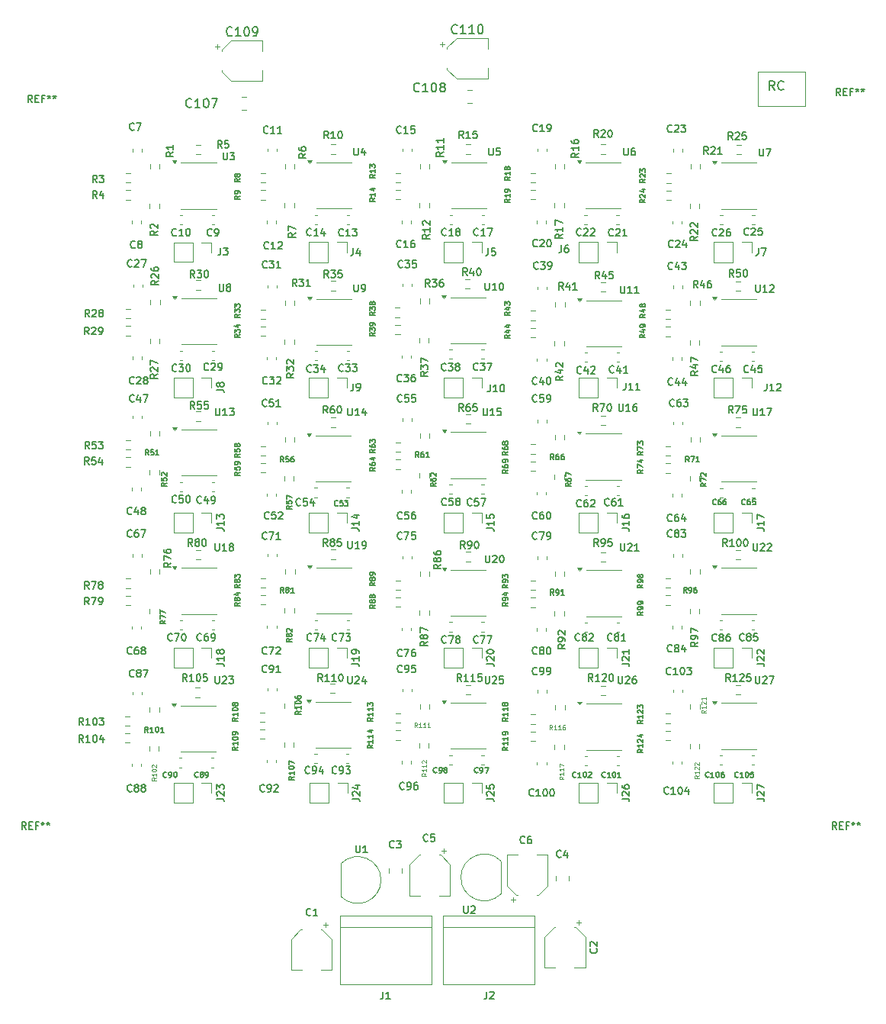
<source format=gbr>
%TF.GenerationSoftware,KiCad,Pcbnew,9.0.4*%
%TF.CreationDate,2025-09-23T10:18:56+12:00*%
%TF.ProjectId,esfgrid_ckt_IA,65736667-7269-4645-9f63-6b745f49412e,rev?*%
%TF.SameCoordinates,Original*%
%TF.FileFunction,Legend,Top*%
%TF.FilePolarity,Positive*%
%FSLAX46Y46*%
G04 Gerber Fmt 4.6, Leading zero omitted, Abs format (unit mm)*
G04 Created by KiCad (PCBNEW 9.0.4) date 2025-09-23 10:18:56*
%MOMM*%
%LPD*%
G01*
G04 APERTURE LIST*
%ADD10C,0.150000*%
%ADD11C,0.100000*%
%ADD12C,0.125000*%
%ADD13C,0.120000*%
G04 APERTURE END LIST*
D10*
X248110707Y-50992319D02*
X247777374Y-50516128D01*
X247539279Y-50992319D02*
X247539279Y-49992319D01*
X247539279Y-49992319D02*
X247920231Y-49992319D01*
X247920231Y-49992319D02*
X248015469Y-50039938D01*
X248015469Y-50039938D02*
X248063088Y-50087557D01*
X248063088Y-50087557D02*
X248110707Y-50182795D01*
X248110707Y-50182795D02*
X248110707Y-50325652D01*
X248110707Y-50325652D02*
X248063088Y-50420890D01*
X248063088Y-50420890D02*
X248015469Y-50468509D01*
X248015469Y-50468509D02*
X247920231Y-50516128D01*
X247920231Y-50516128D02*
X247539279Y-50516128D01*
X249110707Y-50897080D02*
X249063088Y-50944700D01*
X249063088Y-50944700D02*
X248920231Y-50992319D01*
X248920231Y-50992319D02*
X248824993Y-50992319D01*
X248824993Y-50992319D02*
X248682136Y-50944700D01*
X248682136Y-50944700D02*
X248586898Y-50849461D01*
X248586898Y-50849461D02*
X248539279Y-50754223D01*
X248539279Y-50754223D02*
X248491660Y-50563747D01*
X248491660Y-50563747D02*
X248491660Y-50420890D01*
X248491660Y-50420890D02*
X248539279Y-50230414D01*
X248539279Y-50230414D02*
X248586898Y-50135176D01*
X248586898Y-50135176D02*
X248682136Y-50039938D01*
X248682136Y-50039938D02*
X248824993Y-49992319D01*
X248824993Y-49992319D02*
X248920231Y-49992319D01*
X248920231Y-49992319D02*
X249063088Y-50039938D01*
X249063088Y-50039938D02*
X249110707Y-50087557D01*
D11*
X246250000Y-49000000D02*
X251500000Y-49000000D01*
X251500000Y-52750000D01*
X246250000Y-52750000D01*
X246250000Y-49000000D01*
D10*
X228550814Y-56232295D02*
X228284147Y-55851342D01*
X228093671Y-56232295D02*
X228093671Y-55432295D01*
X228093671Y-55432295D02*
X228398433Y-55432295D01*
X228398433Y-55432295D02*
X228474623Y-55470390D01*
X228474623Y-55470390D02*
X228512718Y-55508485D01*
X228512718Y-55508485D02*
X228550814Y-55584676D01*
X228550814Y-55584676D02*
X228550814Y-55698961D01*
X228550814Y-55698961D02*
X228512718Y-55775152D01*
X228512718Y-55775152D02*
X228474623Y-55813247D01*
X228474623Y-55813247D02*
X228398433Y-55851342D01*
X228398433Y-55851342D02*
X228093671Y-55851342D01*
X228855575Y-55508485D02*
X228893671Y-55470390D01*
X228893671Y-55470390D02*
X228969861Y-55432295D01*
X228969861Y-55432295D02*
X229160337Y-55432295D01*
X229160337Y-55432295D02*
X229236528Y-55470390D01*
X229236528Y-55470390D02*
X229274623Y-55508485D01*
X229274623Y-55508485D02*
X229312718Y-55584676D01*
X229312718Y-55584676D02*
X229312718Y-55660866D01*
X229312718Y-55660866D02*
X229274623Y-55775152D01*
X229274623Y-55775152D02*
X228817480Y-56232295D01*
X228817480Y-56232295D02*
X229312718Y-56232295D01*
X229807957Y-55432295D02*
X229884147Y-55432295D01*
X229884147Y-55432295D02*
X229960338Y-55470390D01*
X229960338Y-55470390D02*
X229998433Y-55508485D01*
X229998433Y-55508485D02*
X230036528Y-55584676D01*
X230036528Y-55584676D02*
X230074623Y-55737057D01*
X230074623Y-55737057D02*
X230074623Y-55927533D01*
X230074623Y-55927533D02*
X230036528Y-56079914D01*
X230036528Y-56079914D02*
X229998433Y-56156104D01*
X229998433Y-56156104D02*
X229960338Y-56194200D01*
X229960338Y-56194200D02*
X229884147Y-56232295D01*
X229884147Y-56232295D02*
X229807957Y-56232295D01*
X229807957Y-56232295D02*
X229731766Y-56194200D01*
X229731766Y-56194200D02*
X229693671Y-56156104D01*
X229693671Y-56156104D02*
X229655576Y-56079914D01*
X229655576Y-56079914D02*
X229617480Y-55927533D01*
X229617480Y-55927533D02*
X229617480Y-55737057D01*
X229617480Y-55737057D02*
X229655576Y-55584676D01*
X229655576Y-55584676D02*
X229693671Y-55508485D01*
X229693671Y-55508485D02*
X229731766Y-55470390D01*
X229731766Y-55470390D02*
X229807957Y-55432295D01*
X179612295Y-82514285D02*
X179231342Y-82780952D01*
X179612295Y-82971428D02*
X178812295Y-82971428D01*
X178812295Y-82971428D02*
X178812295Y-82666666D01*
X178812295Y-82666666D02*
X178850390Y-82590476D01*
X178850390Y-82590476D02*
X178888485Y-82552381D01*
X178888485Y-82552381D02*
X178964676Y-82514285D01*
X178964676Y-82514285D02*
X179078961Y-82514285D01*
X179078961Y-82514285D02*
X179155152Y-82552381D01*
X179155152Y-82552381D02*
X179193247Y-82590476D01*
X179193247Y-82590476D02*
X179231342Y-82666666D01*
X179231342Y-82666666D02*
X179231342Y-82971428D01*
X178888485Y-82209524D02*
X178850390Y-82171428D01*
X178850390Y-82171428D02*
X178812295Y-82095238D01*
X178812295Y-82095238D02*
X178812295Y-81904762D01*
X178812295Y-81904762D02*
X178850390Y-81828571D01*
X178850390Y-81828571D02*
X178888485Y-81790476D01*
X178888485Y-81790476D02*
X178964676Y-81752381D01*
X178964676Y-81752381D02*
X179040866Y-81752381D01*
X179040866Y-81752381D02*
X179155152Y-81790476D01*
X179155152Y-81790476D02*
X179612295Y-82247619D01*
X179612295Y-82247619D02*
X179612295Y-81752381D01*
X178812295Y-81485714D02*
X178812295Y-80952380D01*
X178812295Y-80952380D02*
X179612295Y-81295238D01*
X194519771Y-111885714D02*
X194234057Y-112085714D01*
X194519771Y-112228571D02*
X193919771Y-112228571D01*
X193919771Y-112228571D02*
X193919771Y-112000000D01*
X193919771Y-112000000D02*
X193948342Y-111942857D01*
X193948342Y-111942857D02*
X193976914Y-111914286D01*
X193976914Y-111914286D02*
X194034057Y-111885714D01*
X194034057Y-111885714D02*
X194119771Y-111885714D01*
X194119771Y-111885714D02*
X194176914Y-111914286D01*
X194176914Y-111914286D02*
X194205485Y-111942857D01*
X194205485Y-111942857D02*
X194234057Y-112000000D01*
X194234057Y-112000000D02*
X194234057Y-112228571D01*
X194176914Y-111542857D02*
X194148342Y-111600000D01*
X194148342Y-111600000D02*
X194119771Y-111628571D01*
X194119771Y-111628571D02*
X194062628Y-111657143D01*
X194062628Y-111657143D02*
X194034057Y-111657143D01*
X194034057Y-111657143D02*
X193976914Y-111628571D01*
X193976914Y-111628571D02*
X193948342Y-111600000D01*
X193948342Y-111600000D02*
X193919771Y-111542857D01*
X193919771Y-111542857D02*
X193919771Y-111428571D01*
X193919771Y-111428571D02*
X193948342Y-111371429D01*
X193948342Y-111371429D02*
X193976914Y-111342857D01*
X193976914Y-111342857D02*
X194034057Y-111314286D01*
X194034057Y-111314286D02*
X194062628Y-111314286D01*
X194062628Y-111314286D02*
X194119771Y-111342857D01*
X194119771Y-111342857D02*
X194148342Y-111371429D01*
X194148342Y-111371429D02*
X194176914Y-111428571D01*
X194176914Y-111428571D02*
X194176914Y-111542857D01*
X194176914Y-111542857D02*
X194205485Y-111600000D01*
X194205485Y-111600000D02*
X194234057Y-111628571D01*
X194234057Y-111628571D02*
X194291200Y-111657143D01*
X194291200Y-111657143D02*
X194405485Y-111657143D01*
X194405485Y-111657143D02*
X194462628Y-111628571D01*
X194462628Y-111628571D02*
X194491200Y-111600000D01*
X194491200Y-111600000D02*
X194519771Y-111542857D01*
X194519771Y-111542857D02*
X194519771Y-111428571D01*
X194519771Y-111428571D02*
X194491200Y-111371429D01*
X194491200Y-111371429D02*
X194462628Y-111342857D01*
X194462628Y-111342857D02*
X194405485Y-111314286D01*
X194405485Y-111314286D02*
X194291200Y-111314286D01*
X194291200Y-111314286D02*
X194234057Y-111342857D01*
X194234057Y-111342857D02*
X194205485Y-111371429D01*
X194205485Y-111371429D02*
X194176914Y-111428571D01*
X193976914Y-111085714D02*
X193948342Y-111057142D01*
X193948342Y-111057142D02*
X193919771Y-111000000D01*
X193919771Y-111000000D02*
X193919771Y-110857142D01*
X193919771Y-110857142D02*
X193948342Y-110800000D01*
X193948342Y-110800000D02*
X193976914Y-110771428D01*
X193976914Y-110771428D02*
X194034057Y-110742857D01*
X194034057Y-110742857D02*
X194091200Y-110742857D01*
X194091200Y-110742857D02*
X194176914Y-110771428D01*
X194176914Y-110771428D02*
X194519771Y-111114285D01*
X194519771Y-111114285D02*
X194519771Y-110742857D01*
X176735714Y-128786104D02*
X176697618Y-128824200D01*
X176697618Y-128824200D02*
X176583333Y-128862295D01*
X176583333Y-128862295D02*
X176507142Y-128862295D01*
X176507142Y-128862295D02*
X176392856Y-128824200D01*
X176392856Y-128824200D02*
X176316666Y-128748009D01*
X176316666Y-128748009D02*
X176278571Y-128671819D01*
X176278571Y-128671819D02*
X176240475Y-128519438D01*
X176240475Y-128519438D02*
X176240475Y-128405152D01*
X176240475Y-128405152D02*
X176278571Y-128252771D01*
X176278571Y-128252771D02*
X176316666Y-128176580D01*
X176316666Y-128176580D02*
X176392856Y-128100390D01*
X176392856Y-128100390D02*
X176507142Y-128062295D01*
X176507142Y-128062295D02*
X176583333Y-128062295D01*
X176583333Y-128062295D02*
X176697618Y-128100390D01*
X176697618Y-128100390D02*
X176735714Y-128138485D01*
X177192856Y-128405152D02*
X177116666Y-128367057D01*
X177116666Y-128367057D02*
X177078571Y-128328961D01*
X177078571Y-128328961D02*
X177040475Y-128252771D01*
X177040475Y-128252771D02*
X177040475Y-128214676D01*
X177040475Y-128214676D02*
X177078571Y-128138485D01*
X177078571Y-128138485D02*
X177116666Y-128100390D01*
X177116666Y-128100390D02*
X177192856Y-128062295D01*
X177192856Y-128062295D02*
X177345237Y-128062295D01*
X177345237Y-128062295D02*
X177421428Y-128100390D01*
X177421428Y-128100390D02*
X177459523Y-128138485D01*
X177459523Y-128138485D02*
X177497618Y-128214676D01*
X177497618Y-128214676D02*
X177497618Y-128252771D01*
X177497618Y-128252771D02*
X177459523Y-128328961D01*
X177459523Y-128328961D02*
X177421428Y-128367057D01*
X177421428Y-128367057D02*
X177345237Y-128405152D01*
X177345237Y-128405152D02*
X177192856Y-128405152D01*
X177192856Y-128405152D02*
X177116666Y-128443247D01*
X177116666Y-128443247D02*
X177078571Y-128481342D01*
X177078571Y-128481342D02*
X177040475Y-128557533D01*
X177040475Y-128557533D02*
X177040475Y-128709914D01*
X177040475Y-128709914D02*
X177078571Y-128786104D01*
X177078571Y-128786104D02*
X177116666Y-128824200D01*
X177116666Y-128824200D02*
X177192856Y-128862295D01*
X177192856Y-128862295D02*
X177345237Y-128862295D01*
X177345237Y-128862295D02*
X177421428Y-128824200D01*
X177421428Y-128824200D02*
X177459523Y-128786104D01*
X177459523Y-128786104D02*
X177497618Y-128709914D01*
X177497618Y-128709914D02*
X177497618Y-128557533D01*
X177497618Y-128557533D02*
X177459523Y-128481342D01*
X177459523Y-128481342D02*
X177421428Y-128443247D01*
X177421428Y-128443247D02*
X177345237Y-128405152D01*
X177954761Y-128405152D02*
X177878571Y-128367057D01*
X177878571Y-128367057D02*
X177840476Y-128328961D01*
X177840476Y-128328961D02*
X177802380Y-128252771D01*
X177802380Y-128252771D02*
X177802380Y-128214676D01*
X177802380Y-128214676D02*
X177840476Y-128138485D01*
X177840476Y-128138485D02*
X177878571Y-128100390D01*
X177878571Y-128100390D02*
X177954761Y-128062295D01*
X177954761Y-128062295D02*
X178107142Y-128062295D01*
X178107142Y-128062295D02*
X178183333Y-128100390D01*
X178183333Y-128100390D02*
X178221428Y-128138485D01*
X178221428Y-128138485D02*
X178259523Y-128214676D01*
X178259523Y-128214676D02*
X178259523Y-128252771D01*
X178259523Y-128252771D02*
X178221428Y-128328961D01*
X178221428Y-128328961D02*
X178183333Y-128367057D01*
X178183333Y-128367057D02*
X178107142Y-128405152D01*
X178107142Y-128405152D02*
X177954761Y-128405152D01*
X177954761Y-128405152D02*
X177878571Y-128443247D01*
X177878571Y-128443247D02*
X177840476Y-128481342D01*
X177840476Y-128481342D02*
X177802380Y-128557533D01*
X177802380Y-128557533D02*
X177802380Y-128709914D01*
X177802380Y-128709914D02*
X177840476Y-128786104D01*
X177840476Y-128786104D02*
X177878571Y-128824200D01*
X177878571Y-128824200D02*
X177954761Y-128862295D01*
X177954761Y-128862295D02*
X178107142Y-128862295D01*
X178107142Y-128862295D02*
X178183333Y-128824200D01*
X178183333Y-128824200D02*
X178221428Y-128786104D01*
X178221428Y-128786104D02*
X178259523Y-128709914D01*
X178259523Y-128709914D02*
X178259523Y-128557533D01*
X178259523Y-128557533D02*
X178221428Y-128481342D01*
X178221428Y-128481342D02*
X178183333Y-128443247D01*
X178183333Y-128443247D02*
X178107142Y-128405152D01*
X186172295Y-114647619D02*
X186743723Y-114647619D01*
X186743723Y-114647619D02*
X186858009Y-114685714D01*
X186858009Y-114685714D02*
X186934200Y-114761905D01*
X186934200Y-114761905D02*
X186972295Y-114876190D01*
X186972295Y-114876190D02*
X186972295Y-114952381D01*
X186972295Y-113847619D02*
X186972295Y-114304762D01*
X186972295Y-114076190D02*
X186172295Y-114076190D01*
X186172295Y-114076190D02*
X186286580Y-114152381D01*
X186286580Y-114152381D02*
X186362771Y-114228571D01*
X186362771Y-114228571D02*
X186400866Y-114304762D01*
X186515152Y-113390476D02*
X186477057Y-113466666D01*
X186477057Y-113466666D02*
X186438961Y-113504761D01*
X186438961Y-113504761D02*
X186362771Y-113542857D01*
X186362771Y-113542857D02*
X186324676Y-113542857D01*
X186324676Y-113542857D02*
X186248485Y-113504761D01*
X186248485Y-113504761D02*
X186210390Y-113466666D01*
X186210390Y-113466666D02*
X186172295Y-113390476D01*
X186172295Y-113390476D02*
X186172295Y-113238095D01*
X186172295Y-113238095D02*
X186210390Y-113161904D01*
X186210390Y-113161904D02*
X186248485Y-113123809D01*
X186248485Y-113123809D02*
X186324676Y-113085714D01*
X186324676Y-113085714D02*
X186362771Y-113085714D01*
X186362771Y-113085714D02*
X186438961Y-113123809D01*
X186438961Y-113123809D02*
X186477057Y-113161904D01*
X186477057Y-113161904D02*
X186515152Y-113238095D01*
X186515152Y-113238095D02*
X186515152Y-113390476D01*
X186515152Y-113390476D02*
X186553247Y-113466666D01*
X186553247Y-113466666D02*
X186591342Y-113504761D01*
X186591342Y-113504761D02*
X186667533Y-113542857D01*
X186667533Y-113542857D02*
X186819914Y-113542857D01*
X186819914Y-113542857D02*
X186896104Y-113504761D01*
X186896104Y-113504761D02*
X186934200Y-113466666D01*
X186934200Y-113466666D02*
X186972295Y-113390476D01*
X186972295Y-113390476D02*
X186972295Y-113238095D01*
X186972295Y-113238095D02*
X186934200Y-113161904D01*
X186934200Y-113161904D02*
X186896104Y-113123809D01*
X186896104Y-113123809D02*
X186819914Y-113085714D01*
X186819914Y-113085714D02*
X186667533Y-113085714D01*
X186667533Y-113085714D02*
X186591342Y-113123809D01*
X186591342Y-113123809D02*
X186553247Y-113161904D01*
X186553247Y-113161904D02*
X186515152Y-113238095D01*
X224453333Y-68234795D02*
X224453333Y-68806223D01*
X224453333Y-68806223D02*
X224415238Y-68920509D01*
X224415238Y-68920509D02*
X224339047Y-68996700D01*
X224339047Y-68996700D02*
X224224762Y-69034795D01*
X224224762Y-69034795D02*
X224148571Y-69034795D01*
X225177143Y-68234795D02*
X225024762Y-68234795D01*
X225024762Y-68234795D02*
X224948571Y-68272890D01*
X224948571Y-68272890D02*
X224910476Y-68310985D01*
X224910476Y-68310985D02*
X224834286Y-68425271D01*
X224834286Y-68425271D02*
X224796190Y-68577652D01*
X224796190Y-68577652D02*
X224796190Y-68882414D01*
X224796190Y-68882414D02*
X224834286Y-68958604D01*
X224834286Y-68958604D02*
X224872381Y-68996700D01*
X224872381Y-68996700D02*
X224948571Y-69034795D01*
X224948571Y-69034795D02*
X225100952Y-69034795D01*
X225100952Y-69034795D02*
X225177143Y-68996700D01*
X225177143Y-68996700D02*
X225215238Y-68958604D01*
X225215238Y-68958604D02*
X225253333Y-68882414D01*
X225253333Y-68882414D02*
X225253333Y-68691938D01*
X225253333Y-68691938D02*
X225215238Y-68615747D01*
X225215238Y-68615747D02*
X225177143Y-68577652D01*
X225177143Y-68577652D02*
X225100952Y-68539557D01*
X225100952Y-68539557D02*
X224948571Y-68539557D01*
X224948571Y-68539557D02*
X224872381Y-68577652D01*
X224872381Y-68577652D02*
X224834286Y-68615747D01*
X224834286Y-68615747D02*
X224796190Y-68691938D01*
X236354762Y-129036104D02*
X236316666Y-129074200D01*
X236316666Y-129074200D02*
X236202381Y-129112295D01*
X236202381Y-129112295D02*
X236126190Y-129112295D01*
X236126190Y-129112295D02*
X236011904Y-129074200D01*
X236011904Y-129074200D02*
X235935714Y-128998009D01*
X235935714Y-128998009D02*
X235897619Y-128921819D01*
X235897619Y-128921819D02*
X235859523Y-128769438D01*
X235859523Y-128769438D02*
X235859523Y-128655152D01*
X235859523Y-128655152D02*
X235897619Y-128502771D01*
X235897619Y-128502771D02*
X235935714Y-128426580D01*
X235935714Y-128426580D02*
X236011904Y-128350390D01*
X236011904Y-128350390D02*
X236126190Y-128312295D01*
X236126190Y-128312295D02*
X236202381Y-128312295D01*
X236202381Y-128312295D02*
X236316666Y-128350390D01*
X236316666Y-128350390D02*
X236354762Y-128388485D01*
X237116666Y-129112295D02*
X236659523Y-129112295D01*
X236888095Y-129112295D02*
X236888095Y-128312295D01*
X236888095Y-128312295D02*
X236811904Y-128426580D01*
X236811904Y-128426580D02*
X236735714Y-128502771D01*
X236735714Y-128502771D02*
X236659523Y-128540866D01*
X237611905Y-128312295D02*
X237688095Y-128312295D01*
X237688095Y-128312295D02*
X237764286Y-128350390D01*
X237764286Y-128350390D02*
X237802381Y-128388485D01*
X237802381Y-128388485D02*
X237840476Y-128464676D01*
X237840476Y-128464676D02*
X237878571Y-128617057D01*
X237878571Y-128617057D02*
X237878571Y-128807533D01*
X237878571Y-128807533D02*
X237840476Y-128959914D01*
X237840476Y-128959914D02*
X237802381Y-129036104D01*
X237802381Y-129036104D02*
X237764286Y-129074200D01*
X237764286Y-129074200D02*
X237688095Y-129112295D01*
X237688095Y-129112295D02*
X237611905Y-129112295D01*
X237611905Y-129112295D02*
X237535714Y-129074200D01*
X237535714Y-129074200D02*
X237497619Y-129036104D01*
X237497619Y-129036104D02*
X237459524Y-128959914D01*
X237459524Y-128959914D02*
X237421428Y-128807533D01*
X237421428Y-128807533D02*
X237421428Y-128617057D01*
X237421428Y-128617057D02*
X237459524Y-128464676D01*
X237459524Y-128464676D02*
X237497619Y-128388485D01*
X237497619Y-128388485D02*
X237535714Y-128350390D01*
X237535714Y-128350390D02*
X237611905Y-128312295D01*
X238564286Y-128578961D02*
X238564286Y-129112295D01*
X238373810Y-128274200D02*
X238183333Y-128845628D01*
X238183333Y-128845628D02*
X238678572Y-128845628D01*
X246172295Y-129647619D02*
X246743723Y-129647619D01*
X246743723Y-129647619D02*
X246858009Y-129685714D01*
X246858009Y-129685714D02*
X246934200Y-129761905D01*
X246934200Y-129761905D02*
X246972295Y-129876190D01*
X246972295Y-129876190D02*
X246972295Y-129952381D01*
X246248485Y-129304762D02*
X246210390Y-129266666D01*
X246210390Y-129266666D02*
X246172295Y-129190476D01*
X246172295Y-129190476D02*
X246172295Y-129000000D01*
X246172295Y-129000000D02*
X246210390Y-128923809D01*
X246210390Y-128923809D02*
X246248485Y-128885714D01*
X246248485Y-128885714D02*
X246324676Y-128847619D01*
X246324676Y-128847619D02*
X246400866Y-128847619D01*
X246400866Y-128847619D02*
X246515152Y-128885714D01*
X246515152Y-128885714D02*
X246972295Y-129342857D01*
X246972295Y-129342857D02*
X246972295Y-128847619D01*
X246172295Y-128580952D02*
X246172295Y-128047618D01*
X246172295Y-128047618D02*
X246972295Y-128390476D01*
X203769771Y-75635714D02*
X203484057Y-75835714D01*
X203769771Y-75978571D02*
X203169771Y-75978571D01*
X203169771Y-75978571D02*
X203169771Y-75750000D01*
X203169771Y-75750000D02*
X203198342Y-75692857D01*
X203198342Y-75692857D02*
X203226914Y-75664286D01*
X203226914Y-75664286D02*
X203284057Y-75635714D01*
X203284057Y-75635714D02*
X203369771Y-75635714D01*
X203369771Y-75635714D02*
X203426914Y-75664286D01*
X203426914Y-75664286D02*
X203455485Y-75692857D01*
X203455485Y-75692857D02*
X203484057Y-75750000D01*
X203484057Y-75750000D02*
X203484057Y-75978571D01*
X203169771Y-75435714D02*
X203169771Y-75064286D01*
X203169771Y-75064286D02*
X203398342Y-75264286D01*
X203398342Y-75264286D02*
X203398342Y-75178571D01*
X203398342Y-75178571D02*
X203426914Y-75121429D01*
X203426914Y-75121429D02*
X203455485Y-75092857D01*
X203455485Y-75092857D02*
X203512628Y-75064286D01*
X203512628Y-75064286D02*
X203655485Y-75064286D01*
X203655485Y-75064286D02*
X203712628Y-75092857D01*
X203712628Y-75092857D02*
X203741200Y-75121429D01*
X203741200Y-75121429D02*
X203769771Y-75178571D01*
X203769771Y-75178571D02*
X203769771Y-75350000D01*
X203769771Y-75350000D02*
X203741200Y-75407143D01*
X203741200Y-75407143D02*
X203712628Y-75435714D01*
X203426914Y-74721428D02*
X203398342Y-74778571D01*
X203398342Y-74778571D02*
X203369771Y-74807142D01*
X203369771Y-74807142D02*
X203312628Y-74835714D01*
X203312628Y-74835714D02*
X203284057Y-74835714D01*
X203284057Y-74835714D02*
X203226914Y-74807142D01*
X203226914Y-74807142D02*
X203198342Y-74778571D01*
X203198342Y-74778571D02*
X203169771Y-74721428D01*
X203169771Y-74721428D02*
X203169771Y-74607142D01*
X203169771Y-74607142D02*
X203198342Y-74550000D01*
X203198342Y-74550000D02*
X203226914Y-74521428D01*
X203226914Y-74521428D02*
X203284057Y-74492857D01*
X203284057Y-74492857D02*
X203312628Y-74492857D01*
X203312628Y-74492857D02*
X203369771Y-74521428D01*
X203369771Y-74521428D02*
X203398342Y-74550000D01*
X203398342Y-74550000D02*
X203426914Y-74607142D01*
X203426914Y-74607142D02*
X203426914Y-74721428D01*
X203426914Y-74721428D02*
X203455485Y-74778571D01*
X203455485Y-74778571D02*
X203484057Y-74807142D01*
X203484057Y-74807142D02*
X203541200Y-74835714D01*
X203541200Y-74835714D02*
X203655485Y-74835714D01*
X203655485Y-74835714D02*
X203712628Y-74807142D01*
X203712628Y-74807142D02*
X203741200Y-74778571D01*
X203741200Y-74778571D02*
X203769771Y-74721428D01*
X203769771Y-74721428D02*
X203769771Y-74607142D01*
X203769771Y-74607142D02*
X203741200Y-74550000D01*
X203741200Y-74550000D02*
X203712628Y-74521428D01*
X203712628Y-74521428D02*
X203655485Y-74492857D01*
X203655485Y-74492857D02*
X203541200Y-74492857D01*
X203541200Y-74492857D02*
X203484057Y-74521428D01*
X203484057Y-74521428D02*
X203455485Y-74550000D01*
X203455485Y-74550000D02*
X203426914Y-74607142D01*
X195519771Y-119921428D02*
X195234057Y-120121428D01*
X195519771Y-120264285D02*
X194919771Y-120264285D01*
X194919771Y-120264285D02*
X194919771Y-120035714D01*
X194919771Y-120035714D02*
X194948342Y-119978571D01*
X194948342Y-119978571D02*
X194976914Y-119950000D01*
X194976914Y-119950000D02*
X195034057Y-119921428D01*
X195034057Y-119921428D02*
X195119771Y-119921428D01*
X195119771Y-119921428D02*
X195176914Y-119950000D01*
X195176914Y-119950000D02*
X195205485Y-119978571D01*
X195205485Y-119978571D02*
X195234057Y-120035714D01*
X195234057Y-120035714D02*
X195234057Y-120264285D01*
X195519771Y-119350000D02*
X195519771Y-119692857D01*
X195519771Y-119521428D02*
X194919771Y-119521428D01*
X194919771Y-119521428D02*
X195005485Y-119578571D01*
X195005485Y-119578571D02*
X195062628Y-119635714D01*
X195062628Y-119635714D02*
X195091200Y-119692857D01*
X194919771Y-118978571D02*
X194919771Y-118921428D01*
X194919771Y-118921428D02*
X194948342Y-118864285D01*
X194948342Y-118864285D02*
X194976914Y-118835714D01*
X194976914Y-118835714D02*
X195034057Y-118807142D01*
X195034057Y-118807142D02*
X195148342Y-118778571D01*
X195148342Y-118778571D02*
X195291200Y-118778571D01*
X195291200Y-118778571D02*
X195405485Y-118807142D01*
X195405485Y-118807142D02*
X195462628Y-118835714D01*
X195462628Y-118835714D02*
X195491200Y-118864285D01*
X195491200Y-118864285D02*
X195519771Y-118921428D01*
X195519771Y-118921428D02*
X195519771Y-118978571D01*
X195519771Y-118978571D02*
X195491200Y-119035714D01*
X195491200Y-119035714D02*
X195462628Y-119064285D01*
X195462628Y-119064285D02*
X195405485Y-119092856D01*
X195405485Y-119092856D02*
X195291200Y-119121428D01*
X195291200Y-119121428D02*
X195148342Y-119121428D01*
X195148342Y-119121428D02*
X195034057Y-119092856D01*
X195034057Y-119092856D02*
X194976914Y-119064285D01*
X194976914Y-119064285D02*
X194948342Y-119035714D01*
X194948342Y-119035714D02*
X194919771Y-118978571D01*
X194919771Y-118264285D02*
X194919771Y-118378570D01*
X194919771Y-118378570D02*
X194948342Y-118435713D01*
X194948342Y-118435713D02*
X194976914Y-118464285D01*
X194976914Y-118464285D02*
X195062628Y-118521427D01*
X195062628Y-118521427D02*
X195176914Y-118549999D01*
X195176914Y-118549999D02*
X195405485Y-118549999D01*
X195405485Y-118549999D02*
X195462628Y-118521427D01*
X195462628Y-118521427D02*
X195491200Y-118492856D01*
X195491200Y-118492856D02*
X195519771Y-118435713D01*
X195519771Y-118435713D02*
X195519771Y-118321427D01*
X195519771Y-118321427D02*
X195491200Y-118264285D01*
X195491200Y-118264285D02*
X195462628Y-118235713D01*
X195462628Y-118235713D02*
X195405485Y-118207142D01*
X195405485Y-118207142D02*
X195262628Y-118207142D01*
X195262628Y-118207142D02*
X195205485Y-118235713D01*
X195205485Y-118235713D02*
X195176914Y-118264285D01*
X195176914Y-118264285D02*
X195148342Y-118321427D01*
X195148342Y-118321427D02*
X195148342Y-118435713D01*
X195148342Y-118435713D02*
X195176914Y-118492856D01*
X195176914Y-118492856D02*
X195205485Y-118521427D01*
X195205485Y-118521427D02*
X195262628Y-118549999D01*
X236735714Y-98786104D02*
X236697618Y-98824200D01*
X236697618Y-98824200D02*
X236583333Y-98862295D01*
X236583333Y-98862295D02*
X236507142Y-98862295D01*
X236507142Y-98862295D02*
X236392856Y-98824200D01*
X236392856Y-98824200D02*
X236316666Y-98748009D01*
X236316666Y-98748009D02*
X236278571Y-98671819D01*
X236278571Y-98671819D02*
X236240475Y-98519438D01*
X236240475Y-98519438D02*
X236240475Y-98405152D01*
X236240475Y-98405152D02*
X236278571Y-98252771D01*
X236278571Y-98252771D02*
X236316666Y-98176580D01*
X236316666Y-98176580D02*
X236392856Y-98100390D01*
X236392856Y-98100390D02*
X236507142Y-98062295D01*
X236507142Y-98062295D02*
X236583333Y-98062295D01*
X236583333Y-98062295D02*
X236697618Y-98100390D01*
X236697618Y-98100390D02*
X236735714Y-98138485D01*
X237421428Y-98062295D02*
X237269047Y-98062295D01*
X237269047Y-98062295D02*
X237192856Y-98100390D01*
X237192856Y-98100390D02*
X237154761Y-98138485D01*
X237154761Y-98138485D02*
X237078571Y-98252771D01*
X237078571Y-98252771D02*
X237040475Y-98405152D01*
X237040475Y-98405152D02*
X237040475Y-98709914D01*
X237040475Y-98709914D02*
X237078571Y-98786104D01*
X237078571Y-98786104D02*
X237116666Y-98824200D01*
X237116666Y-98824200D02*
X237192856Y-98862295D01*
X237192856Y-98862295D02*
X237345237Y-98862295D01*
X237345237Y-98862295D02*
X237421428Y-98824200D01*
X237421428Y-98824200D02*
X237459523Y-98786104D01*
X237459523Y-98786104D02*
X237497618Y-98709914D01*
X237497618Y-98709914D02*
X237497618Y-98519438D01*
X237497618Y-98519438D02*
X237459523Y-98443247D01*
X237459523Y-98443247D02*
X237421428Y-98405152D01*
X237421428Y-98405152D02*
X237345237Y-98367057D01*
X237345237Y-98367057D02*
X237192856Y-98367057D01*
X237192856Y-98367057D02*
X237116666Y-98405152D01*
X237116666Y-98405152D02*
X237078571Y-98443247D01*
X237078571Y-98443247D02*
X237040475Y-98519438D01*
X238183333Y-98328961D02*
X238183333Y-98862295D01*
X237992857Y-98024200D02*
X237802380Y-98595628D01*
X237802380Y-98595628D02*
X238297619Y-98595628D01*
X244078571Y-127212628D02*
X244049999Y-127241200D01*
X244049999Y-127241200D02*
X243964285Y-127269771D01*
X243964285Y-127269771D02*
X243907142Y-127269771D01*
X243907142Y-127269771D02*
X243821428Y-127241200D01*
X243821428Y-127241200D02*
X243764285Y-127184057D01*
X243764285Y-127184057D02*
X243735714Y-127126914D01*
X243735714Y-127126914D02*
X243707142Y-127012628D01*
X243707142Y-127012628D02*
X243707142Y-126926914D01*
X243707142Y-126926914D02*
X243735714Y-126812628D01*
X243735714Y-126812628D02*
X243764285Y-126755485D01*
X243764285Y-126755485D02*
X243821428Y-126698342D01*
X243821428Y-126698342D02*
X243907142Y-126669771D01*
X243907142Y-126669771D02*
X243964285Y-126669771D01*
X243964285Y-126669771D02*
X244049999Y-126698342D01*
X244049999Y-126698342D02*
X244078571Y-126726914D01*
X244649999Y-127269771D02*
X244307142Y-127269771D01*
X244478571Y-127269771D02*
X244478571Y-126669771D01*
X244478571Y-126669771D02*
X244421428Y-126755485D01*
X244421428Y-126755485D02*
X244364285Y-126812628D01*
X244364285Y-126812628D02*
X244307142Y-126841200D01*
X245021428Y-126669771D02*
X245078571Y-126669771D01*
X245078571Y-126669771D02*
X245135714Y-126698342D01*
X245135714Y-126698342D02*
X245164286Y-126726914D01*
X245164286Y-126726914D02*
X245192857Y-126784057D01*
X245192857Y-126784057D02*
X245221428Y-126898342D01*
X245221428Y-126898342D02*
X245221428Y-127041200D01*
X245221428Y-127041200D02*
X245192857Y-127155485D01*
X245192857Y-127155485D02*
X245164286Y-127212628D01*
X245164286Y-127212628D02*
X245135714Y-127241200D01*
X245135714Y-127241200D02*
X245078571Y-127269771D01*
X245078571Y-127269771D02*
X245021428Y-127269771D01*
X245021428Y-127269771D02*
X244964286Y-127241200D01*
X244964286Y-127241200D02*
X244935714Y-127212628D01*
X244935714Y-127212628D02*
X244907143Y-127155485D01*
X244907143Y-127155485D02*
X244878571Y-127041200D01*
X244878571Y-127041200D02*
X244878571Y-126898342D01*
X244878571Y-126898342D02*
X244907143Y-126784057D01*
X244907143Y-126784057D02*
X244935714Y-126726914D01*
X244935714Y-126726914D02*
X244964286Y-126698342D01*
X244964286Y-126698342D02*
X245021428Y-126669771D01*
X245764286Y-126669771D02*
X245478572Y-126669771D01*
X245478572Y-126669771D02*
X245450000Y-126955485D01*
X245450000Y-126955485D02*
X245478572Y-126926914D01*
X245478572Y-126926914D02*
X245535715Y-126898342D01*
X245535715Y-126898342D02*
X245678572Y-126898342D01*
X245678572Y-126898342D02*
X245735715Y-126926914D01*
X245735715Y-126926914D02*
X245764286Y-126955485D01*
X245764286Y-126955485D02*
X245792857Y-127012628D01*
X245792857Y-127012628D02*
X245792857Y-127155485D01*
X245792857Y-127155485D02*
X245764286Y-127212628D01*
X245764286Y-127212628D02*
X245735715Y-127241200D01*
X245735715Y-127241200D02*
X245678572Y-127269771D01*
X245678572Y-127269771D02*
X245535715Y-127269771D01*
X245535715Y-127269771D02*
X245478572Y-127241200D01*
X245478572Y-127241200D02*
X245450000Y-127212628D01*
X187880952Y-44909580D02*
X187833333Y-44957200D01*
X187833333Y-44957200D02*
X187690476Y-45004819D01*
X187690476Y-45004819D02*
X187595238Y-45004819D01*
X187595238Y-45004819D02*
X187452381Y-44957200D01*
X187452381Y-44957200D02*
X187357143Y-44861961D01*
X187357143Y-44861961D02*
X187309524Y-44766723D01*
X187309524Y-44766723D02*
X187261905Y-44576247D01*
X187261905Y-44576247D02*
X187261905Y-44433390D01*
X187261905Y-44433390D02*
X187309524Y-44242914D01*
X187309524Y-44242914D02*
X187357143Y-44147676D01*
X187357143Y-44147676D02*
X187452381Y-44052438D01*
X187452381Y-44052438D02*
X187595238Y-44004819D01*
X187595238Y-44004819D02*
X187690476Y-44004819D01*
X187690476Y-44004819D02*
X187833333Y-44052438D01*
X187833333Y-44052438D02*
X187880952Y-44100057D01*
X188833333Y-45004819D02*
X188261905Y-45004819D01*
X188547619Y-45004819D02*
X188547619Y-44004819D01*
X188547619Y-44004819D02*
X188452381Y-44147676D01*
X188452381Y-44147676D02*
X188357143Y-44242914D01*
X188357143Y-44242914D02*
X188261905Y-44290533D01*
X189452381Y-44004819D02*
X189547619Y-44004819D01*
X189547619Y-44004819D02*
X189642857Y-44052438D01*
X189642857Y-44052438D02*
X189690476Y-44100057D01*
X189690476Y-44100057D02*
X189738095Y-44195295D01*
X189738095Y-44195295D02*
X189785714Y-44385771D01*
X189785714Y-44385771D02*
X189785714Y-44623866D01*
X189785714Y-44623866D02*
X189738095Y-44814342D01*
X189738095Y-44814342D02*
X189690476Y-44909580D01*
X189690476Y-44909580D02*
X189642857Y-44957200D01*
X189642857Y-44957200D02*
X189547619Y-45004819D01*
X189547619Y-45004819D02*
X189452381Y-45004819D01*
X189452381Y-45004819D02*
X189357143Y-44957200D01*
X189357143Y-44957200D02*
X189309524Y-44909580D01*
X189309524Y-44909580D02*
X189261905Y-44814342D01*
X189261905Y-44814342D02*
X189214286Y-44623866D01*
X189214286Y-44623866D02*
X189214286Y-44385771D01*
X189214286Y-44385771D02*
X189261905Y-44195295D01*
X189261905Y-44195295D02*
X189309524Y-44100057D01*
X189309524Y-44100057D02*
X189357143Y-44052438D01*
X189357143Y-44052438D02*
X189452381Y-44004819D01*
X190261905Y-45004819D02*
X190452381Y-45004819D01*
X190452381Y-45004819D02*
X190547619Y-44957200D01*
X190547619Y-44957200D02*
X190595238Y-44909580D01*
X190595238Y-44909580D02*
X190690476Y-44766723D01*
X190690476Y-44766723D02*
X190738095Y-44576247D01*
X190738095Y-44576247D02*
X190738095Y-44195295D01*
X190738095Y-44195295D02*
X190690476Y-44100057D01*
X190690476Y-44100057D02*
X190642857Y-44052438D01*
X190642857Y-44052438D02*
X190547619Y-44004819D01*
X190547619Y-44004819D02*
X190357143Y-44004819D01*
X190357143Y-44004819D02*
X190261905Y-44052438D01*
X190261905Y-44052438D02*
X190214286Y-44100057D01*
X190214286Y-44100057D02*
X190166667Y-44195295D01*
X190166667Y-44195295D02*
X190166667Y-44433390D01*
X190166667Y-44433390D02*
X190214286Y-44528628D01*
X190214286Y-44528628D02*
X190261905Y-44576247D01*
X190261905Y-44576247D02*
X190357143Y-44623866D01*
X190357143Y-44623866D02*
X190547619Y-44623866D01*
X190547619Y-44623866D02*
X190642857Y-44576247D01*
X190642857Y-44576247D02*
X190690476Y-44528628D01*
X190690476Y-44528628D02*
X190738095Y-44433390D01*
X186172295Y-99647619D02*
X186743723Y-99647619D01*
X186743723Y-99647619D02*
X186858009Y-99685714D01*
X186858009Y-99685714D02*
X186934200Y-99761905D01*
X186934200Y-99761905D02*
X186972295Y-99876190D01*
X186972295Y-99876190D02*
X186972295Y-99952381D01*
X186972295Y-98847619D02*
X186972295Y-99304762D01*
X186972295Y-99076190D02*
X186172295Y-99076190D01*
X186172295Y-99076190D02*
X186286580Y-99152381D01*
X186286580Y-99152381D02*
X186362771Y-99228571D01*
X186362771Y-99228571D02*
X186400866Y-99304762D01*
X186172295Y-98580952D02*
X186172295Y-98085714D01*
X186172295Y-98085714D02*
X186477057Y-98352380D01*
X186477057Y-98352380D02*
X186477057Y-98238095D01*
X186477057Y-98238095D02*
X186515152Y-98161904D01*
X186515152Y-98161904D02*
X186553247Y-98123809D01*
X186553247Y-98123809D02*
X186629438Y-98085714D01*
X186629438Y-98085714D02*
X186819914Y-98085714D01*
X186819914Y-98085714D02*
X186896104Y-98123809D01*
X186896104Y-98123809D02*
X186934200Y-98161904D01*
X186934200Y-98161904D02*
X186972295Y-98238095D01*
X186972295Y-98238095D02*
X186972295Y-98466666D01*
X186972295Y-98466666D02*
X186934200Y-98542857D01*
X186934200Y-98542857D02*
X186896104Y-98580952D01*
X226485714Y-112036104D02*
X226447618Y-112074200D01*
X226447618Y-112074200D02*
X226333333Y-112112295D01*
X226333333Y-112112295D02*
X226257142Y-112112295D01*
X226257142Y-112112295D02*
X226142856Y-112074200D01*
X226142856Y-112074200D02*
X226066666Y-111998009D01*
X226066666Y-111998009D02*
X226028571Y-111921819D01*
X226028571Y-111921819D02*
X225990475Y-111769438D01*
X225990475Y-111769438D02*
X225990475Y-111655152D01*
X225990475Y-111655152D02*
X226028571Y-111502771D01*
X226028571Y-111502771D02*
X226066666Y-111426580D01*
X226066666Y-111426580D02*
X226142856Y-111350390D01*
X226142856Y-111350390D02*
X226257142Y-111312295D01*
X226257142Y-111312295D02*
X226333333Y-111312295D01*
X226333333Y-111312295D02*
X226447618Y-111350390D01*
X226447618Y-111350390D02*
X226485714Y-111388485D01*
X226942856Y-111655152D02*
X226866666Y-111617057D01*
X226866666Y-111617057D02*
X226828571Y-111578961D01*
X226828571Y-111578961D02*
X226790475Y-111502771D01*
X226790475Y-111502771D02*
X226790475Y-111464676D01*
X226790475Y-111464676D02*
X226828571Y-111388485D01*
X226828571Y-111388485D02*
X226866666Y-111350390D01*
X226866666Y-111350390D02*
X226942856Y-111312295D01*
X226942856Y-111312295D02*
X227095237Y-111312295D01*
X227095237Y-111312295D02*
X227171428Y-111350390D01*
X227171428Y-111350390D02*
X227209523Y-111388485D01*
X227209523Y-111388485D02*
X227247618Y-111464676D01*
X227247618Y-111464676D02*
X227247618Y-111502771D01*
X227247618Y-111502771D02*
X227209523Y-111578961D01*
X227209523Y-111578961D02*
X227171428Y-111617057D01*
X227171428Y-111617057D02*
X227095237Y-111655152D01*
X227095237Y-111655152D02*
X226942856Y-111655152D01*
X226942856Y-111655152D02*
X226866666Y-111693247D01*
X226866666Y-111693247D02*
X226828571Y-111731342D01*
X226828571Y-111731342D02*
X226790475Y-111807533D01*
X226790475Y-111807533D02*
X226790475Y-111959914D01*
X226790475Y-111959914D02*
X226828571Y-112036104D01*
X226828571Y-112036104D02*
X226866666Y-112074200D01*
X226866666Y-112074200D02*
X226942856Y-112112295D01*
X226942856Y-112112295D02*
X227095237Y-112112295D01*
X227095237Y-112112295D02*
X227171428Y-112074200D01*
X227171428Y-112074200D02*
X227209523Y-112036104D01*
X227209523Y-112036104D02*
X227247618Y-111959914D01*
X227247618Y-111959914D02*
X227247618Y-111807533D01*
X227247618Y-111807533D02*
X227209523Y-111731342D01*
X227209523Y-111731342D02*
X227171428Y-111693247D01*
X227171428Y-111693247D02*
X227095237Y-111655152D01*
X227552380Y-111388485D02*
X227590476Y-111350390D01*
X227590476Y-111350390D02*
X227666666Y-111312295D01*
X227666666Y-111312295D02*
X227857142Y-111312295D01*
X227857142Y-111312295D02*
X227933333Y-111350390D01*
X227933333Y-111350390D02*
X227971428Y-111388485D01*
X227971428Y-111388485D02*
X228009523Y-111464676D01*
X228009523Y-111464676D02*
X228009523Y-111540866D01*
X228009523Y-111540866D02*
X227971428Y-111655152D01*
X227971428Y-111655152D02*
X227514285Y-112112295D01*
X227514285Y-112112295D02*
X228009523Y-112112295D01*
X206985714Y-128536104D02*
X206947618Y-128574200D01*
X206947618Y-128574200D02*
X206833333Y-128612295D01*
X206833333Y-128612295D02*
X206757142Y-128612295D01*
X206757142Y-128612295D02*
X206642856Y-128574200D01*
X206642856Y-128574200D02*
X206566666Y-128498009D01*
X206566666Y-128498009D02*
X206528571Y-128421819D01*
X206528571Y-128421819D02*
X206490475Y-128269438D01*
X206490475Y-128269438D02*
X206490475Y-128155152D01*
X206490475Y-128155152D02*
X206528571Y-128002771D01*
X206528571Y-128002771D02*
X206566666Y-127926580D01*
X206566666Y-127926580D02*
X206642856Y-127850390D01*
X206642856Y-127850390D02*
X206757142Y-127812295D01*
X206757142Y-127812295D02*
X206833333Y-127812295D01*
X206833333Y-127812295D02*
X206947618Y-127850390D01*
X206947618Y-127850390D02*
X206985714Y-127888485D01*
X207366666Y-128612295D02*
X207519047Y-128612295D01*
X207519047Y-128612295D02*
X207595237Y-128574200D01*
X207595237Y-128574200D02*
X207633333Y-128536104D01*
X207633333Y-128536104D02*
X207709523Y-128421819D01*
X207709523Y-128421819D02*
X207747618Y-128269438D01*
X207747618Y-128269438D02*
X207747618Y-127964676D01*
X207747618Y-127964676D02*
X207709523Y-127888485D01*
X207709523Y-127888485D02*
X207671428Y-127850390D01*
X207671428Y-127850390D02*
X207595237Y-127812295D01*
X207595237Y-127812295D02*
X207442856Y-127812295D01*
X207442856Y-127812295D02*
X207366666Y-127850390D01*
X207366666Y-127850390D02*
X207328571Y-127888485D01*
X207328571Y-127888485D02*
X207290475Y-127964676D01*
X207290475Y-127964676D02*
X207290475Y-128155152D01*
X207290475Y-128155152D02*
X207328571Y-128231342D01*
X207328571Y-128231342D02*
X207366666Y-128269438D01*
X207366666Y-128269438D02*
X207442856Y-128307533D01*
X207442856Y-128307533D02*
X207595237Y-128307533D01*
X207595237Y-128307533D02*
X207671428Y-128269438D01*
X207671428Y-128269438D02*
X207709523Y-128231342D01*
X207709523Y-128231342D02*
X207747618Y-128155152D01*
X208433333Y-127812295D02*
X208280952Y-127812295D01*
X208280952Y-127812295D02*
X208204761Y-127850390D01*
X208204761Y-127850390D02*
X208166666Y-127888485D01*
X208166666Y-127888485D02*
X208090476Y-128002771D01*
X208090476Y-128002771D02*
X208052380Y-128155152D01*
X208052380Y-128155152D02*
X208052380Y-128459914D01*
X208052380Y-128459914D02*
X208090476Y-128536104D01*
X208090476Y-128536104D02*
X208128571Y-128574200D01*
X208128571Y-128574200D02*
X208204761Y-128612295D01*
X208204761Y-128612295D02*
X208357142Y-128612295D01*
X208357142Y-128612295D02*
X208433333Y-128574200D01*
X208433333Y-128574200D02*
X208471428Y-128536104D01*
X208471428Y-128536104D02*
X208509523Y-128459914D01*
X208509523Y-128459914D02*
X208509523Y-128269438D01*
X208509523Y-128269438D02*
X208471428Y-128193247D01*
X208471428Y-128193247D02*
X208433333Y-128155152D01*
X208433333Y-128155152D02*
X208357142Y-128117057D01*
X208357142Y-128117057D02*
X208204761Y-128117057D01*
X208204761Y-128117057D02*
X208128571Y-128155152D01*
X208128571Y-128155152D02*
X208090476Y-128193247D01*
X208090476Y-128193247D02*
X208052380Y-128269438D01*
X228331104Y-146278332D02*
X228369200Y-146316428D01*
X228369200Y-146316428D02*
X228407295Y-146430713D01*
X228407295Y-146430713D02*
X228407295Y-146506904D01*
X228407295Y-146506904D02*
X228369200Y-146621190D01*
X228369200Y-146621190D02*
X228293009Y-146697380D01*
X228293009Y-146697380D02*
X228216819Y-146735475D01*
X228216819Y-146735475D02*
X228064438Y-146773571D01*
X228064438Y-146773571D02*
X227950152Y-146773571D01*
X227950152Y-146773571D02*
X227797771Y-146735475D01*
X227797771Y-146735475D02*
X227721580Y-146697380D01*
X227721580Y-146697380D02*
X227645390Y-146621190D01*
X227645390Y-146621190D02*
X227607295Y-146506904D01*
X227607295Y-146506904D02*
X227607295Y-146430713D01*
X227607295Y-146430713D02*
X227645390Y-146316428D01*
X227645390Y-146316428D02*
X227683485Y-146278332D01*
X227683485Y-145973571D02*
X227645390Y-145935475D01*
X227645390Y-145935475D02*
X227607295Y-145859285D01*
X227607295Y-145859285D02*
X227607295Y-145668809D01*
X227607295Y-145668809D02*
X227645390Y-145592618D01*
X227645390Y-145592618D02*
X227683485Y-145554523D01*
X227683485Y-145554523D02*
X227759676Y-145516428D01*
X227759676Y-145516428D02*
X227835866Y-145516428D01*
X227835866Y-145516428D02*
X227950152Y-145554523D01*
X227950152Y-145554523D02*
X228407295Y-146011666D01*
X228407295Y-146011666D02*
X228407295Y-145516428D01*
X172035714Y-90822295D02*
X171769047Y-90441342D01*
X171578571Y-90822295D02*
X171578571Y-90022295D01*
X171578571Y-90022295D02*
X171883333Y-90022295D01*
X171883333Y-90022295D02*
X171959523Y-90060390D01*
X171959523Y-90060390D02*
X171997618Y-90098485D01*
X171997618Y-90098485D02*
X172035714Y-90174676D01*
X172035714Y-90174676D02*
X172035714Y-90288961D01*
X172035714Y-90288961D02*
X171997618Y-90365152D01*
X171997618Y-90365152D02*
X171959523Y-90403247D01*
X171959523Y-90403247D02*
X171883333Y-90441342D01*
X171883333Y-90441342D02*
X171578571Y-90441342D01*
X172759523Y-90022295D02*
X172378571Y-90022295D01*
X172378571Y-90022295D02*
X172340475Y-90403247D01*
X172340475Y-90403247D02*
X172378571Y-90365152D01*
X172378571Y-90365152D02*
X172454761Y-90327057D01*
X172454761Y-90327057D02*
X172645237Y-90327057D01*
X172645237Y-90327057D02*
X172721428Y-90365152D01*
X172721428Y-90365152D02*
X172759523Y-90403247D01*
X172759523Y-90403247D02*
X172797618Y-90479438D01*
X172797618Y-90479438D02*
X172797618Y-90669914D01*
X172797618Y-90669914D02*
X172759523Y-90746104D01*
X172759523Y-90746104D02*
X172721428Y-90784200D01*
X172721428Y-90784200D02*
X172645237Y-90822295D01*
X172645237Y-90822295D02*
X172454761Y-90822295D01*
X172454761Y-90822295D02*
X172378571Y-90784200D01*
X172378571Y-90784200D02*
X172340475Y-90746104D01*
X173064285Y-90022295D02*
X173559523Y-90022295D01*
X173559523Y-90022295D02*
X173292857Y-90327057D01*
X173292857Y-90327057D02*
X173407142Y-90327057D01*
X173407142Y-90327057D02*
X173483333Y-90365152D01*
X173483333Y-90365152D02*
X173521428Y-90403247D01*
X173521428Y-90403247D02*
X173559523Y-90479438D01*
X173559523Y-90479438D02*
X173559523Y-90669914D01*
X173559523Y-90669914D02*
X173521428Y-90746104D01*
X173521428Y-90746104D02*
X173483333Y-90784200D01*
X173483333Y-90784200D02*
X173407142Y-90822295D01*
X173407142Y-90822295D02*
X173178571Y-90822295D01*
X173178571Y-90822295D02*
X173102380Y-90784200D01*
X173102380Y-90784200D02*
X173064285Y-90746104D01*
X176735714Y-113536104D02*
X176697618Y-113574200D01*
X176697618Y-113574200D02*
X176583333Y-113612295D01*
X176583333Y-113612295D02*
X176507142Y-113612295D01*
X176507142Y-113612295D02*
X176392856Y-113574200D01*
X176392856Y-113574200D02*
X176316666Y-113498009D01*
X176316666Y-113498009D02*
X176278571Y-113421819D01*
X176278571Y-113421819D02*
X176240475Y-113269438D01*
X176240475Y-113269438D02*
X176240475Y-113155152D01*
X176240475Y-113155152D02*
X176278571Y-113002771D01*
X176278571Y-113002771D02*
X176316666Y-112926580D01*
X176316666Y-112926580D02*
X176392856Y-112850390D01*
X176392856Y-112850390D02*
X176507142Y-112812295D01*
X176507142Y-112812295D02*
X176583333Y-112812295D01*
X176583333Y-112812295D02*
X176697618Y-112850390D01*
X176697618Y-112850390D02*
X176735714Y-112888485D01*
X177421428Y-112812295D02*
X177269047Y-112812295D01*
X177269047Y-112812295D02*
X177192856Y-112850390D01*
X177192856Y-112850390D02*
X177154761Y-112888485D01*
X177154761Y-112888485D02*
X177078571Y-113002771D01*
X177078571Y-113002771D02*
X177040475Y-113155152D01*
X177040475Y-113155152D02*
X177040475Y-113459914D01*
X177040475Y-113459914D02*
X177078571Y-113536104D01*
X177078571Y-113536104D02*
X177116666Y-113574200D01*
X177116666Y-113574200D02*
X177192856Y-113612295D01*
X177192856Y-113612295D02*
X177345237Y-113612295D01*
X177345237Y-113612295D02*
X177421428Y-113574200D01*
X177421428Y-113574200D02*
X177459523Y-113536104D01*
X177459523Y-113536104D02*
X177497618Y-113459914D01*
X177497618Y-113459914D02*
X177497618Y-113269438D01*
X177497618Y-113269438D02*
X177459523Y-113193247D01*
X177459523Y-113193247D02*
X177421428Y-113155152D01*
X177421428Y-113155152D02*
X177345237Y-113117057D01*
X177345237Y-113117057D02*
X177192856Y-113117057D01*
X177192856Y-113117057D02*
X177116666Y-113155152D01*
X177116666Y-113155152D02*
X177078571Y-113193247D01*
X177078571Y-113193247D02*
X177040475Y-113269438D01*
X177954761Y-113155152D02*
X177878571Y-113117057D01*
X177878571Y-113117057D02*
X177840476Y-113078961D01*
X177840476Y-113078961D02*
X177802380Y-113002771D01*
X177802380Y-113002771D02*
X177802380Y-112964676D01*
X177802380Y-112964676D02*
X177840476Y-112888485D01*
X177840476Y-112888485D02*
X177878571Y-112850390D01*
X177878571Y-112850390D02*
X177954761Y-112812295D01*
X177954761Y-112812295D02*
X178107142Y-112812295D01*
X178107142Y-112812295D02*
X178183333Y-112850390D01*
X178183333Y-112850390D02*
X178221428Y-112888485D01*
X178221428Y-112888485D02*
X178259523Y-112964676D01*
X178259523Y-112964676D02*
X178259523Y-113002771D01*
X178259523Y-113002771D02*
X178221428Y-113078961D01*
X178221428Y-113078961D02*
X178183333Y-113117057D01*
X178183333Y-113117057D02*
X178107142Y-113155152D01*
X178107142Y-113155152D02*
X177954761Y-113155152D01*
X177954761Y-113155152D02*
X177878571Y-113193247D01*
X177878571Y-113193247D02*
X177840476Y-113231342D01*
X177840476Y-113231342D02*
X177802380Y-113307533D01*
X177802380Y-113307533D02*
X177802380Y-113459914D01*
X177802380Y-113459914D02*
X177840476Y-113536104D01*
X177840476Y-113536104D02*
X177878571Y-113574200D01*
X177878571Y-113574200D02*
X177954761Y-113612295D01*
X177954761Y-113612295D02*
X178107142Y-113612295D01*
X178107142Y-113612295D02*
X178183333Y-113574200D01*
X178183333Y-113574200D02*
X178221428Y-113536104D01*
X178221428Y-113536104D02*
X178259523Y-113459914D01*
X178259523Y-113459914D02*
X178259523Y-113307533D01*
X178259523Y-113307533D02*
X178221428Y-113231342D01*
X178221428Y-113231342D02*
X178183333Y-113193247D01*
X178183333Y-113193247D02*
X178107142Y-113155152D01*
X245759524Y-101312295D02*
X245759524Y-101959914D01*
X245759524Y-101959914D02*
X245797619Y-102036104D01*
X245797619Y-102036104D02*
X245835714Y-102074200D01*
X245835714Y-102074200D02*
X245911905Y-102112295D01*
X245911905Y-102112295D02*
X246064286Y-102112295D01*
X246064286Y-102112295D02*
X246140476Y-102074200D01*
X246140476Y-102074200D02*
X246178571Y-102036104D01*
X246178571Y-102036104D02*
X246216667Y-101959914D01*
X246216667Y-101959914D02*
X246216667Y-101312295D01*
X246559523Y-101388485D02*
X246597619Y-101350390D01*
X246597619Y-101350390D02*
X246673809Y-101312295D01*
X246673809Y-101312295D02*
X246864285Y-101312295D01*
X246864285Y-101312295D02*
X246940476Y-101350390D01*
X246940476Y-101350390D02*
X246978571Y-101388485D01*
X246978571Y-101388485D02*
X247016666Y-101464676D01*
X247016666Y-101464676D02*
X247016666Y-101540866D01*
X247016666Y-101540866D02*
X246978571Y-101655152D01*
X246978571Y-101655152D02*
X246521428Y-102112295D01*
X246521428Y-102112295D02*
X247016666Y-102112295D01*
X247321428Y-101388485D02*
X247359524Y-101350390D01*
X247359524Y-101350390D02*
X247435714Y-101312295D01*
X247435714Y-101312295D02*
X247626190Y-101312295D01*
X247626190Y-101312295D02*
X247702381Y-101350390D01*
X247702381Y-101350390D02*
X247740476Y-101388485D01*
X247740476Y-101388485D02*
X247778571Y-101464676D01*
X247778571Y-101464676D02*
X247778571Y-101540866D01*
X247778571Y-101540866D02*
X247740476Y-101655152D01*
X247740476Y-101655152D02*
X247283333Y-102112295D01*
X247283333Y-102112295D02*
X247778571Y-102112295D01*
X240519771Y-94635714D02*
X240234057Y-94835714D01*
X240519771Y-94978571D02*
X239919771Y-94978571D01*
X239919771Y-94978571D02*
X239919771Y-94750000D01*
X239919771Y-94750000D02*
X239948342Y-94692857D01*
X239948342Y-94692857D02*
X239976914Y-94664286D01*
X239976914Y-94664286D02*
X240034057Y-94635714D01*
X240034057Y-94635714D02*
X240119771Y-94635714D01*
X240119771Y-94635714D02*
X240176914Y-94664286D01*
X240176914Y-94664286D02*
X240205485Y-94692857D01*
X240205485Y-94692857D02*
X240234057Y-94750000D01*
X240234057Y-94750000D02*
X240234057Y-94978571D01*
X239919771Y-94435714D02*
X239919771Y-94035714D01*
X239919771Y-94035714D02*
X240519771Y-94292857D01*
X239976914Y-93835714D02*
X239948342Y-93807142D01*
X239948342Y-93807142D02*
X239919771Y-93750000D01*
X239919771Y-93750000D02*
X239919771Y-93607142D01*
X239919771Y-93607142D02*
X239948342Y-93550000D01*
X239948342Y-93550000D02*
X239976914Y-93521428D01*
X239976914Y-93521428D02*
X240034057Y-93492857D01*
X240034057Y-93492857D02*
X240091200Y-93492857D01*
X240091200Y-93492857D02*
X240176914Y-93521428D01*
X240176914Y-93521428D02*
X240519771Y-93864285D01*
X240519771Y-93864285D02*
X240519771Y-93492857D01*
X178614285Y-91519771D02*
X178414285Y-91234057D01*
X178271428Y-91519771D02*
X178271428Y-90919771D01*
X178271428Y-90919771D02*
X178499999Y-90919771D01*
X178499999Y-90919771D02*
X178557142Y-90948342D01*
X178557142Y-90948342D02*
X178585713Y-90976914D01*
X178585713Y-90976914D02*
X178614285Y-91034057D01*
X178614285Y-91034057D02*
X178614285Y-91119771D01*
X178614285Y-91119771D02*
X178585713Y-91176914D01*
X178585713Y-91176914D02*
X178557142Y-91205485D01*
X178557142Y-91205485D02*
X178499999Y-91234057D01*
X178499999Y-91234057D02*
X178271428Y-91234057D01*
X179157142Y-90919771D02*
X178871428Y-90919771D01*
X178871428Y-90919771D02*
X178842856Y-91205485D01*
X178842856Y-91205485D02*
X178871428Y-91176914D01*
X178871428Y-91176914D02*
X178928571Y-91148342D01*
X178928571Y-91148342D02*
X179071428Y-91148342D01*
X179071428Y-91148342D02*
X179128571Y-91176914D01*
X179128571Y-91176914D02*
X179157142Y-91205485D01*
X179157142Y-91205485D02*
X179185713Y-91262628D01*
X179185713Y-91262628D02*
X179185713Y-91405485D01*
X179185713Y-91405485D02*
X179157142Y-91462628D01*
X179157142Y-91462628D02*
X179128571Y-91491200D01*
X179128571Y-91491200D02*
X179071428Y-91519771D01*
X179071428Y-91519771D02*
X178928571Y-91519771D01*
X178928571Y-91519771D02*
X178871428Y-91491200D01*
X178871428Y-91491200D02*
X178842856Y-91462628D01*
X179757142Y-91519771D02*
X179414285Y-91519771D01*
X179585714Y-91519771D02*
X179585714Y-90919771D01*
X179585714Y-90919771D02*
X179528571Y-91005485D01*
X179528571Y-91005485D02*
X179471428Y-91062628D01*
X179471428Y-91062628D02*
X179414285Y-91091200D01*
X206735714Y-85536104D02*
X206697618Y-85574200D01*
X206697618Y-85574200D02*
X206583333Y-85612295D01*
X206583333Y-85612295D02*
X206507142Y-85612295D01*
X206507142Y-85612295D02*
X206392856Y-85574200D01*
X206392856Y-85574200D02*
X206316666Y-85498009D01*
X206316666Y-85498009D02*
X206278571Y-85421819D01*
X206278571Y-85421819D02*
X206240475Y-85269438D01*
X206240475Y-85269438D02*
X206240475Y-85155152D01*
X206240475Y-85155152D02*
X206278571Y-85002771D01*
X206278571Y-85002771D02*
X206316666Y-84926580D01*
X206316666Y-84926580D02*
X206392856Y-84850390D01*
X206392856Y-84850390D02*
X206507142Y-84812295D01*
X206507142Y-84812295D02*
X206583333Y-84812295D01*
X206583333Y-84812295D02*
X206697618Y-84850390D01*
X206697618Y-84850390D02*
X206735714Y-84888485D01*
X207459523Y-84812295D02*
X207078571Y-84812295D01*
X207078571Y-84812295D02*
X207040475Y-85193247D01*
X207040475Y-85193247D02*
X207078571Y-85155152D01*
X207078571Y-85155152D02*
X207154761Y-85117057D01*
X207154761Y-85117057D02*
X207345237Y-85117057D01*
X207345237Y-85117057D02*
X207421428Y-85155152D01*
X207421428Y-85155152D02*
X207459523Y-85193247D01*
X207459523Y-85193247D02*
X207497618Y-85269438D01*
X207497618Y-85269438D02*
X207497618Y-85459914D01*
X207497618Y-85459914D02*
X207459523Y-85536104D01*
X207459523Y-85536104D02*
X207421428Y-85574200D01*
X207421428Y-85574200D02*
X207345237Y-85612295D01*
X207345237Y-85612295D02*
X207154761Y-85612295D01*
X207154761Y-85612295D02*
X207078571Y-85574200D01*
X207078571Y-85574200D02*
X207040475Y-85536104D01*
X208221428Y-84812295D02*
X207840476Y-84812295D01*
X207840476Y-84812295D02*
X207802380Y-85193247D01*
X207802380Y-85193247D02*
X207840476Y-85155152D01*
X207840476Y-85155152D02*
X207916666Y-85117057D01*
X207916666Y-85117057D02*
X208107142Y-85117057D01*
X208107142Y-85117057D02*
X208183333Y-85155152D01*
X208183333Y-85155152D02*
X208221428Y-85193247D01*
X208221428Y-85193247D02*
X208259523Y-85269438D01*
X208259523Y-85269438D02*
X208259523Y-85459914D01*
X208259523Y-85459914D02*
X208221428Y-85536104D01*
X208221428Y-85536104D02*
X208183333Y-85574200D01*
X208183333Y-85574200D02*
X208107142Y-85612295D01*
X208107142Y-85612295D02*
X207916666Y-85612295D01*
X207916666Y-85612295D02*
X207840476Y-85574200D01*
X207840476Y-85574200D02*
X207802380Y-85536104D01*
X241665714Y-82271104D02*
X241627618Y-82309200D01*
X241627618Y-82309200D02*
X241513333Y-82347295D01*
X241513333Y-82347295D02*
X241437142Y-82347295D01*
X241437142Y-82347295D02*
X241322856Y-82309200D01*
X241322856Y-82309200D02*
X241246666Y-82233009D01*
X241246666Y-82233009D02*
X241208571Y-82156819D01*
X241208571Y-82156819D02*
X241170475Y-82004438D01*
X241170475Y-82004438D02*
X241170475Y-81890152D01*
X241170475Y-81890152D02*
X241208571Y-81737771D01*
X241208571Y-81737771D02*
X241246666Y-81661580D01*
X241246666Y-81661580D02*
X241322856Y-81585390D01*
X241322856Y-81585390D02*
X241437142Y-81547295D01*
X241437142Y-81547295D02*
X241513333Y-81547295D01*
X241513333Y-81547295D02*
X241627618Y-81585390D01*
X241627618Y-81585390D02*
X241665714Y-81623485D01*
X242351428Y-81813961D02*
X242351428Y-82347295D01*
X242160952Y-81509200D02*
X241970475Y-82080628D01*
X241970475Y-82080628D02*
X242465714Y-82080628D01*
X243113333Y-81547295D02*
X242960952Y-81547295D01*
X242960952Y-81547295D02*
X242884761Y-81585390D01*
X242884761Y-81585390D02*
X242846666Y-81623485D01*
X242846666Y-81623485D02*
X242770476Y-81737771D01*
X242770476Y-81737771D02*
X242732380Y-81890152D01*
X242732380Y-81890152D02*
X242732380Y-82194914D01*
X242732380Y-82194914D02*
X242770476Y-82271104D01*
X242770476Y-82271104D02*
X242808571Y-82309200D01*
X242808571Y-82309200D02*
X242884761Y-82347295D01*
X242884761Y-82347295D02*
X243037142Y-82347295D01*
X243037142Y-82347295D02*
X243113333Y-82309200D01*
X243113333Y-82309200D02*
X243151428Y-82271104D01*
X243151428Y-82271104D02*
X243189523Y-82194914D01*
X243189523Y-82194914D02*
X243189523Y-82004438D01*
X243189523Y-82004438D02*
X243151428Y-81928247D01*
X243151428Y-81928247D02*
X243113333Y-81890152D01*
X243113333Y-81890152D02*
X243037142Y-81852057D01*
X243037142Y-81852057D02*
X242884761Y-81852057D01*
X242884761Y-81852057D02*
X242808571Y-81890152D01*
X242808571Y-81890152D02*
X242770476Y-81928247D01*
X242770476Y-81928247D02*
X242732380Y-82004438D01*
X245215714Y-82256104D02*
X245177618Y-82294200D01*
X245177618Y-82294200D02*
X245063333Y-82332295D01*
X245063333Y-82332295D02*
X244987142Y-82332295D01*
X244987142Y-82332295D02*
X244872856Y-82294200D01*
X244872856Y-82294200D02*
X244796666Y-82218009D01*
X244796666Y-82218009D02*
X244758571Y-82141819D01*
X244758571Y-82141819D02*
X244720475Y-81989438D01*
X244720475Y-81989438D02*
X244720475Y-81875152D01*
X244720475Y-81875152D02*
X244758571Y-81722771D01*
X244758571Y-81722771D02*
X244796666Y-81646580D01*
X244796666Y-81646580D02*
X244872856Y-81570390D01*
X244872856Y-81570390D02*
X244987142Y-81532295D01*
X244987142Y-81532295D02*
X245063333Y-81532295D01*
X245063333Y-81532295D02*
X245177618Y-81570390D01*
X245177618Y-81570390D02*
X245215714Y-81608485D01*
X245901428Y-81798961D02*
X245901428Y-82332295D01*
X245710952Y-81494200D02*
X245520475Y-82065628D01*
X245520475Y-82065628D02*
X246015714Y-82065628D01*
X246701428Y-81532295D02*
X246320476Y-81532295D01*
X246320476Y-81532295D02*
X246282380Y-81913247D01*
X246282380Y-81913247D02*
X246320476Y-81875152D01*
X246320476Y-81875152D02*
X246396666Y-81837057D01*
X246396666Y-81837057D02*
X246587142Y-81837057D01*
X246587142Y-81837057D02*
X246663333Y-81875152D01*
X246663333Y-81875152D02*
X246701428Y-81913247D01*
X246701428Y-81913247D02*
X246739523Y-81989438D01*
X246739523Y-81989438D02*
X246739523Y-82179914D01*
X246739523Y-82179914D02*
X246701428Y-82256104D01*
X246701428Y-82256104D02*
X246663333Y-82294200D01*
X246663333Y-82294200D02*
X246587142Y-82332295D01*
X246587142Y-82332295D02*
X246396666Y-82332295D01*
X246396666Y-82332295D02*
X246320476Y-82294200D01*
X246320476Y-82294200D02*
X246282380Y-82256104D01*
X224862295Y-112514285D02*
X224481342Y-112780952D01*
X224862295Y-112971428D02*
X224062295Y-112971428D01*
X224062295Y-112971428D02*
X224062295Y-112666666D01*
X224062295Y-112666666D02*
X224100390Y-112590476D01*
X224100390Y-112590476D02*
X224138485Y-112552381D01*
X224138485Y-112552381D02*
X224214676Y-112514285D01*
X224214676Y-112514285D02*
X224328961Y-112514285D01*
X224328961Y-112514285D02*
X224405152Y-112552381D01*
X224405152Y-112552381D02*
X224443247Y-112590476D01*
X224443247Y-112590476D02*
X224481342Y-112666666D01*
X224481342Y-112666666D02*
X224481342Y-112971428D01*
X224862295Y-112133333D02*
X224862295Y-111980952D01*
X224862295Y-111980952D02*
X224824200Y-111904762D01*
X224824200Y-111904762D02*
X224786104Y-111866666D01*
X224786104Y-111866666D02*
X224671819Y-111790476D01*
X224671819Y-111790476D02*
X224519438Y-111752381D01*
X224519438Y-111752381D02*
X224214676Y-111752381D01*
X224214676Y-111752381D02*
X224138485Y-111790476D01*
X224138485Y-111790476D02*
X224100390Y-111828571D01*
X224100390Y-111828571D02*
X224062295Y-111904762D01*
X224062295Y-111904762D02*
X224062295Y-112057143D01*
X224062295Y-112057143D02*
X224100390Y-112133333D01*
X224100390Y-112133333D02*
X224138485Y-112171428D01*
X224138485Y-112171428D02*
X224214676Y-112209524D01*
X224214676Y-112209524D02*
X224405152Y-112209524D01*
X224405152Y-112209524D02*
X224481342Y-112171428D01*
X224481342Y-112171428D02*
X224519438Y-112133333D01*
X224519438Y-112133333D02*
X224557533Y-112057143D01*
X224557533Y-112057143D02*
X224557533Y-111904762D01*
X224557533Y-111904762D02*
X224519438Y-111828571D01*
X224519438Y-111828571D02*
X224481342Y-111790476D01*
X224481342Y-111790476D02*
X224405152Y-111752381D01*
X224138485Y-111447619D02*
X224100390Y-111409523D01*
X224100390Y-111409523D02*
X224062295Y-111333333D01*
X224062295Y-111333333D02*
X224062295Y-111142857D01*
X224062295Y-111142857D02*
X224100390Y-111066666D01*
X224100390Y-111066666D02*
X224138485Y-111028571D01*
X224138485Y-111028571D02*
X224214676Y-110990476D01*
X224214676Y-110990476D02*
X224290866Y-110990476D01*
X224290866Y-110990476D02*
X224405152Y-111028571D01*
X224405152Y-111028571D02*
X224862295Y-111485714D01*
X224862295Y-111485714D02*
X224862295Y-110990476D01*
X196685714Y-82226104D02*
X196647618Y-82264200D01*
X196647618Y-82264200D02*
X196533333Y-82302295D01*
X196533333Y-82302295D02*
X196457142Y-82302295D01*
X196457142Y-82302295D02*
X196342856Y-82264200D01*
X196342856Y-82264200D02*
X196266666Y-82188009D01*
X196266666Y-82188009D02*
X196228571Y-82111819D01*
X196228571Y-82111819D02*
X196190475Y-81959438D01*
X196190475Y-81959438D02*
X196190475Y-81845152D01*
X196190475Y-81845152D02*
X196228571Y-81692771D01*
X196228571Y-81692771D02*
X196266666Y-81616580D01*
X196266666Y-81616580D02*
X196342856Y-81540390D01*
X196342856Y-81540390D02*
X196457142Y-81502295D01*
X196457142Y-81502295D02*
X196533333Y-81502295D01*
X196533333Y-81502295D02*
X196647618Y-81540390D01*
X196647618Y-81540390D02*
X196685714Y-81578485D01*
X196952380Y-81502295D02*
X197447618Y-81502295D01*
X197447618Y-81502295D02*
X197180952Y-81807057D01*
X197180952Y-81807057D02*
X197295237Y-81807057D01*
X197295237Y-81807057D02*
X197371428Y-81845152D01*
X197371428Y-81845152D02*
X197409523Y-81883247D01*
X197409523Y-81883247D02*
X197447618Y-81959438D01*
X197447618Y-81959438D02*
X197447618Y-82149914D01*
X197447618Y-82149914D02*
X197409523Y-82226104D01*
X197409523Y-82226104D02*
X197371428Y-82264200D01*
X197371428Y-82264200D02*
X197295237Y-82302295D01*
X197295237Y-82302295D02*
X197066666Y-82302295D01*
X197066666Y-82302295D02*
X196990475Y-82264200D01*
X196990475Y-82264200D02*
X196952380Y-82226104D01*
X198133333Y-81768961D02*
X198133333Y-82302295D01*
X197942857Y-81464200D02*
X197752380Y-82035628D01*
X197752380Y-82035628D02*
X198247619Y-82035628D01*
X203519771Y-120671428D02*
X203234057Y-120871428D01*
X203519771Y-121014285D02*
X202919771Y-121014285D01*
X202919771Y-121014285D02*
X202919771Y-120785714D01*
X202919771Y-120785714D02*
X202948342Y-120728571D01*
X202948342Y-120728571D02*
X202976914Y-120700000D01*
X202976914Y-120700000D02*
X203034057Y-120671428D01*
X203034057Y-120671428D02*
X203119771Y-120671428D01*
X203119771Y-120671428D02*
X203176914Y-120700000D01*
X203176914Y-120700000D02*
X203205485Y-120728571D01*
X203205485Y-120728571D02*
X203234057Y-120785714D01*
X203234057Y-120785714D02*
X203234057Y-121014285D01*
X203519771Y-120100000D02*
X203519771Y-120442857D01*
X203519771Y-120271428D02*
X202919771Y-120271428D01*
X202919771Y-120271428D02*
X203005485Y-120328571D01*
X203005485Y-120328571D02*
X203062628Y-120385714D01*
X203062628Y-120385714D02*
X203091200Y-120442857D01*
X203519771Y-119528571D02*
X203519771Y-119871428D01*
X203519771Y-119699999D02*
X202919771Y-119699999D01*
X202919771Y-119699999D02*
X203005485Y-119757142D01*
X203005485Y-119757142D02*
X203062628Y-119814285D01*
X203062628Y-119814285D02*
X203091200Y-119871428D01*
X202919771Y-119328570D02*
X202919771Y-118957142D01*
X202919771Y-118957142D02*
X203148342Y-119157142D01*
X203148342Y-119157142D02*
X203148342Y-119071427D01*
X203148342Y-119071427D02*
X203176914Y-119014285D01*
X203176914Y-119014285D02*
X203205485Y-118985713D01*
X203205485Y-118985713D02*
X203262628Y-118957142D01*
X203262628Y-118957142D02*
X203405485Y-118957142D01*
X203405485Y-118957142D02*
X203462628Y-118985713D01*
X203462628Y-118985713D02*
X203491200Y-119014285D01*
X203491200Y-119014285D02*
X203519771Y-119071427D01*
X203519771Y-119071427D02*
X203519771Y-119242856D01*
X203519771Y-119242856D02*
X203491200Y-119299999D01*
X203491200Y-119299999D02*
X203462628Y-119328570D01*
X221735714Y-100786104D02*
X221697618Y-100824200D01*
X221697618Y-100824200D02*
X221583333Y-100862295D01*
X221583333Y-100862295D02*
X221507142Y-100862295D01*
X221507142Y-100862295D02*
X221392856Y-100824200D01*
X221392856Y-100824200D02*
X221316666Y-100748009D01*
X221316666Y-100748009D02*
X221278571Y-100671819D01*
X221278571Y-100671819D02*
X221240475Y-100519438D01*
X221240475Y-100519438D02*
X221240475Y-100405152D01*
X221240475Y-100405152D02*
X221278571Y-100252771D01*
X221278571Y-100252771D02*
X221316666Y-100176580D01*
X221316666Y-100176580D02*
X221392856Y-100100390D01*
X221392856Y-100100390D02*
X221507142Y-100062295D01*
X221507142Y-100062295D02*
X221583333Y-100062295D01*
X221583333Y-100062295D02*
X221697618Y-100100390D01*
X221697618Y-100100390D02*
X221735714Y-100138485D01*
X222002380Y-100062295D02*
X222535714Y-100062295D01*
X222535714Y-100062295D02*
X222192856Y-100862295D01*
X222878571Y-100862295D02*
X223030952Y-100862295D01*
X223030952Y-100862295D02*
X223107142Y-100824200D01*
X223107142Y-100824200D02*
X223145238Y-100786104D01*
X223145238Y-100786104D02*
X223221428Y-100671819D01*
X223221428Y-100671819D02*
X223259523Y-100519438D01*
X223259523Y-100519438D02*
X223259523Y-100214676D01*
X223259523Y-100214676D02*
X223221428Y-100138485D01*
X223221428Y-100138485D02*
X223183333Y-100100390D01*
X223183333Y-100100390D02*
X223107142Y-100062295D01*
X223107142Y-100062295D02*
X222954761Y-100062295D01*
X222954761Y-100062295D02*
X222878571Y-100100390D01*
X222878571Y-100100390D02*
X222840476Y-100138485D01*
X222840476Y-100138485D02*
X222802380Y-100214676D01*
X222802380Y-100214676D02*
X222802380Y-100405152D01*
X222802380Y-100405152D02*
X222840476Y-100481342D01*
X222840476Y-100481342D02*
X222878571Y-100519438D01*
X222878571Y-100519438D02*
X222954761Y-100557533D01*
X222954761Y-100557533D02*
X223107142Y-100557533D01*
X223107142Y-100557533D02*
X223183333Y-100519438D01*
X223183333Y-100519438D02*
X223221428Y-100481342D01*
X223221428Y-100481342D02*
X223259523Y-100405152D01*
X218519771Y-107885714D02*
X218234057Y-108085714D01*
X218519771Y-108228571D02*
X217919771Y-108228571D01*
X217919771Y-108228571D02*
X217919771Y-108000000D01*
X217919771Y-108000000D02*
X217948342Y-107942857D01*
X217948342Y-107942857D02*
X217976914Y-107914286D01*
X217976914Y-107914286D02*
X218034057Y-107885714D01*
X218034057Y-107885714D02*
X218119771Y-107885714D01*
X218119771Y-107885714D02*
X218176914Y-107914286D01*
X218176914Y-107914286D02*
X218205485Y-107942857D01*
X218205485Y-107942857D02*
X218234057Y-108000000D01*
X218234057Y-108000000D02*
X218234057Y-108228571D01*
X218519771Y-107600000D02*
X218519771Y-107485714D01*
X218519771Y-107485714D02*
X218491200Y-107428571D01*
X218491200Y-107428571D02*
X218462628Y-107400000D01*
X218462628Y-107400000D02*
X218376914Y-107342857D01*
X218376914Y-107342857D02*
X218262628Y-107314286D01*
X218262628Y-107314286D02*
X218034057Y-107314286D01*
X218034057Y-107314286D02*
X217976914Y-107342857D01*
X217976914Y-107342857D02*
X217948342Y-107371429D01*
X217948342Y-107371429D02*
X217919771Y-107428571D01*
X217919771Y-107428571D02*
X217919771Y-107542857D01*
X217919771Y-107542857D02*
X217948342Y-107600000D01*
X217948342Y-107600000D02*
X217976914Y-107628571D01*
X217976914Y-107628571D02*
X218034057Y-107657143D01*
X218034057Y-107657143D02*
X218176914Y-107657143D01*
X218176914Y-107657143D02*
X218234057Y-107628571D01*
X218234057Y-107628571D02*
X218262628Y-107600000D01*
X218262628Y-107600000D02*
X218291200Y-107542857D01*
X218291200Y-107542857D02*
X218291200Y-107428571D01*
X218291200Y-107428571D02*
X218262628Y-107371429D01*
X218262628Y-107371429D02*
X218234057Y-107342857D01*
X218234057Y-107342857D02*
X218176914Y-107314286D01*
X218119771Y-106800000D02*
X218519771Y-106800000D01*
X217891200Y-106942857D02*
X218319771Y-107085714D01*
X218319771Y-107085714D02*
X218319771Y-106714285D01*
X226665714Y-82386104D02*
X226627618Y-82424200D01*
X226627618Y-82424200D02*
X226513333Y-82462295D01*
X226513333Y-82462295D02*
X226437142Y-82462295D01*
X226437142Y-82462295D02*
X226322856Y-82424200D01*
X226322856Y-82424200D02*
X226246666Y-82348009D01*
X226246666Y-82348009D02*
X226208571Y-82271819D01*
X226208571Y-82271819D02*
X226170475Y-82119438D01*
X226170475Y-82119438D02*
X226170475Y-82005152D01*
X226170475Y-82005152D02*
X226208571Y-81852771D01*
X226208571Y-81852771D02*
X226246666Y-81776580D01*
X226246666Y-81776580D02*
X226322856Y-81700390D01*
X226322856Y-81700390D02*
X226437142Y-81662295D01*
X226437142Y-81662295D02*
X226513333Y-81662295D01*
X226513333Y-81662295D02*
X226627618Y-81700390D01*
X226627618Y-81700390D02*
X226665714Y-81738485D01*
X227351428Y-81928961D02*
X227351428Y-82462295D01*
X227160952Y-81624200D02*
X226970475Y-82195628D01*
X226970475Y-82195628D02*
X227465714Y-82195628D01*
X227732380Y-81738485D02*
X227770476Y-81700390D01*
X227770476Y-81700390D02*
X227846666Y-81662295D01*
X227846666Y-81662295D02*
X228037142Y-81662295D01*
X228037142Y-81662295D02*
X228113333Y-81700390D01*
X228113333Y-81700390D02*
X228151428Y-81738485D01*
X228151428Y-81738485D02*
X228189523Y-81814676D01*
X228189523Y-81814676D02*
X228189523Y-81890866D01*
X228189523Y-81890866D02*
X228151428Y-82005152D01*
X228151428Y-82005152D02*
X227694285Y-82462295D01*
X227694285Y-82462295D02*
X228189523Y-82462295D01*
X171985714Y-108112295D02*
X171719047Y-107731342D01*
X171528571Y-108112295D02*
X171528571Y-107312295D01*
X171528571Y-107312295D02*
X171833333Y-107312295D01*
X171833333Y-107312295D02*
X171909523Y-107350390D01*
X171909523Y-107350390D02*
X171947618Y-107388485D01*
X171947618Y-107388485D02*
X171985714Y-107464676D01*
X171985714Y-107464676D02*
X171985714Y-107578961D01*
X171985714Y-107578961D02*
X171947618Y-107655152D01*
X171947618Y-107655152D02*
X171909523Y-107693247D01*
X171909523Y-107693247D02*
X171833333Y-107731342D01*
X171833333Y-107731342D02*
X171528571Y-107731342D01*
X172252380Y-107312295D02*
X172785714Y-107312295D01*
X172785714Y-107312295D02*
X172442856Y-108112295D01*
X173128571Y-108112295D02*
X173280952Y-108112295D01*
X173280952Y-108112295D02*
X173357142Y-108074200D01*
X173357142Y-108074200D02*
X173395238Y-108036104D01*
X173395238Y-108036104D02*
X173471428Y-107921819D01*
X173471428Y-107921819D02*
X173509523Y-107769438D01*
X173509523Y-107769438D02*
X173509523Y-107464676D01*
X173509523Y-107464676D02*
X173471428Y-107388485D01*
X173471428Y-107388485D02*
X173433333Y-107350390D01*
X173433333Y-107350390D02*
X173357142Y-107312295D01*
X173357142Y-107312295D02*
X173204761Y-107312295D01*
X173204761Y-107312295D02*
X173128571Y-107350390D01*
X173128571Y-107350390D02*
X173090476Y-107388485D01*
X173090476Y-107388485D02*
X173052380Y-107464676D01*
X173052380Y-107464676D02*
X173052380Y-107655152D01*
X173052380Y-107655152D02*
X173090476Y-107731342D01*
X173090476Y-107731342D02*
X173128571Y-107769438D01*
X173128571Y-107769438D02*
X173204761Y-107807533D01*
X173204761Y-107807533D02*
X173357142Y-107807533D01*
X173357142Y-107807533D02*
X173433333Y-107769438D01*
X173433333Y-107769438D02*
X173471428Y-107731342D01*
X173471428Y-107731342D02*
X173509523Y-107655152D01*
X177006667Y-55376104D02*
X176968571Y-55414200D01*
X176968571Y-55414200D02*
X176854286Y-55452295D01*
X176854286Y-55452295D02*
X176778095Y-55452295D01*
X176778095Y-55452295D02*
X176663809Y-55414200D01*
X176663809Y-55414200D02*
X176587619Y-55338009D01*
X176587619Y-55338009D02*
X176549524Y-55261819D01*
X176549524Y-55261819D02*
X176511428Y-55109438D01*
X176511428Y-55109438D02*
X176511428Y-54995152D01*
X176511428Y-54995152D02*
X176549524Y-54842771D01*
X176549524Y-54842771D02*
X176587619Y-54766580D01*
X176587619Y-54766580D02*
X176663809Y-54690390D01*
X176663809Y-54690390D02*
X176778095Y-54652295D01*
X176778095Y-54652295D02*
X176854286Y-54652295D01*
X176854286Y-54652295D02*
X176968571Y-54690390D01*
X176968571Y-54690390D02*
X177006667Y-54728485D01*
X177273333Y-54652295D02*
X177806667Y-54652295D01*
X177806667Y-54652295D02*
X177463809Y-55452295D01*
X243455714Y-56502295D02*
X243189047Y-56121342D01*
X242998571Y-56502295D02*
X242998571Y-55702295D01*
X242998571Y-55702295D02*
X243303333Y-55702295D01*
X243303333Y-55702295D02*
X243379523Y-55740390D01*
X243379523Y-55740390D02*
X243417618Y-55778485D01*
X243417618Y-55778485D02*
X243455714Y-55854676D01*
X243455714Y-55854676D02*
X243455714Y-55968961D01*
X243455714Y-55968961D02*
X243417618Y-56045152D01*
X243417618Y-56045152D02*
X243379523Y-56083247D01*
X243379523Y-56083247D02*
X243303333Y-56121342D01*
X243303333Y-56121342D02*
X242998571Y-56121342D01*
X243760475Y-55778485D02*
X243798571Y-55740390D01*
X243798571Y-55740390D02*
X243874761Y-55702295D01*
X243874761Y-55702295D02*
X244065237Y-55702295D01*
X244065237Y-55702295D02*
X244141428Y-55740390D01*
X244141428Y-55740390D02*
X244179523Y-55778485D01*
X244179523Y-55778485D02*
X244217618Y-55854676D01*
X244217618Y-55854676D02*
X244217618Y-55930866D01*
X244217618Y-55930866D02*
X244179523Y-56045152D01*
X244179523Y-56045152D02*
X243722380Y-56502295D01*
X243722380Y-56502295D02*
X244217618Y-56502295D01*
X244941428Y-55702295D02*
X244560476Y-55702295D01*
X244560476Y-55702295D02*
X244522380Y-56083247D01*
X244522380Y-56083247D02*
X244560476Y-56045152D01*
X244560476Y-56045152D02*
X244636666Y-56007057D01*
X244636666Y-56007057D02*
X244827142Y-56007057D01*
X244827142Y-56007057D02*
X244903333Y-56045152D01*
X244903333Y-56045152D02*
X244941428Y-56083247D01*
X244941428Y-56083247D02*
X244979523Y-56159438D01*
X244979523Y-56159438D02*
X244979523Y-56349914D01*
X244979523Y-56349914D02*
X244941428Y-56426104D01*
X244941428Y-56426104D02*
X244903333Y-56464200D01*
X244903333Y-56464200D02*
X244827142Y-56502295D01*
X244827142Y-56502295D02*
X244636666Y-56502295D01*
X244636666Y-56502295D02*
X244560476Y-56464200D01*
X244560476Y-56464200D02*
X244522380Y-56426104D01*
X244735714Y-112036104D02*
X244697618Y-112074200D01*
X244697618Y-112074200D02*
X244583333Y-112112295D01*
X244583333Y-112112295D02*
X244507142Y-112112295D01*
X244507142Y-112112295D02*
X244392856Y-112074200D01*
X244392856Y-112074200D02*
X244316666Y-111998009D01*
X244316666Y-111998009D02*
X244278571Y-111921819D01*
X244278571Y-111921819D02*
X244240475Y-111769438D01*
X244240475Y-111769438D02*
X244240475Y-111655152D01*
X244240475Y-111655152D02*
X244278571Y-111502771D01*
X244278571Y-111502771D02*
X244316666Y-111426580D01*
X244316666Y-111426580D02*
X244392856Y-111350390D01*
X244392856Y-111350390D02*
X244507142Y-111312295D01*
X244507142Y-111312295D02*
X244583333Y-111312295D01*
X244583333Y-111312295D02*
X244697618Y-111350390D01*
X244697618Y-111350390D02*
X244735714Y-111388485D01*
X245192856Y-111655152D02*
X245116666Y-111617057D01*
X245116666Y-111617057D02*
X245078571Y-111578961D01*
X245078571Y-111578961D02*
X245040475Y-111502771D01*
X245040475Y-111502771D02*
X245040475Y-111464676D01*
X245040475Y-111464676D02*
X245078571Y-111388485D01*
X245078571Y-111388485D02*
X245116666Y-111350390D01*
X245116666Y-111350390D02*
X245192856Y-111312295D01*
X245192856Y-111312295D02*
X245345237Y-111312295D01*
X245345237Y-111312295D02*
X245421428Y-111350390D01*
X245421428Y-111350390D02*
X245459523Y-111388485D01*
X245459523Y-111388485D02*
X245497618Y-111464676D01*
X245497618Y-111464676D02*
X245497618Y-111502771D01*
X245497618Y-111502771D02*
X245459523Y-111578961D01*
X245459523Y-111578961D02*
X245421428Y-111617057D01*
X245421428Y-111617057D02*
X245345237Y-111655152D01*
X245345237Y-111655152D02*
X245192856Y-111655152D01*
X245192856Y-111655152D02*
X245116666Y-111693247D01*
X245116666Y-111693247D02*
X245078571Y-111731342D01*
X245078571Y-111731342D02*
X245040475Y-111807533D01*
X245040475Y-111807533D02*
X245040475Y-111959914D01*
X245040475Y-111959914D02*
X245078571Y-112036104D01*
X245078571Y-112036104D02*
X245116666Y-112074200D01*
X245116666Y-112074200D02*
X245192856Y-112112295D01*
X245192856Y-112112295D02*
X245345237Y-112112295D01*
X245345237Y-112112295D02*
X245421428Y-112074200D01*
X245421428Y-112074200D02*
X245459523Y-112036104D01*
X245459523Y-112036104D02*
X245497618Y-111959914D01*
X245497618Y-111959914D02*
X245497618Y-111807533D01*
X245497618Y-111807533D02*
X245459523Y-111731342D01*
X245459523Y-111731342D02*
X245421428Y-111693247D01*
X245421428Y-111693247D02*
X245345237Y-111655152D01*
X246221428Y-111312295D02*
X245840476Y-111312295D01*
X245840476Y-111312295D02*
X245802380Y-111693247D01*
X245802380Y-111693247D02*
X245840476Y-111655152D01*
X245840476Y-111655152D02*
X245916666Y-111617057D01*
X245916666Y-111617057D02*
X246107142Y-111617057D01*
X246107142Y-111617057D02*
X246183333Y-111655152D01*
X246183333Y-111655152D02*
X246221428Y-111693247D01*
X246221428Y-111693247D02*
X246259523Y-111769438D01*
X246259523Y-111769438D02*
X246259523Y-111959914D01*
X246259523Y-111959914D02*
X246221428Y-112036104D01*
X246221428Y-112036104D02*
X246183333Y-112074200D01*
X246183333Y-112074200D02*
X246107142Y-112112295D01*
X246107142Y-112112295D02*
X245916666Y-112112295D01*
X245916666Y-112112295D02*
X245840476Y-112074200D01*
X245840476Y-112074200D02*
X245802380Y-112036104D01*
X201640476Y-134812295D02*
X201640476Y-135459914D01*
X201640476Y-135459914D02*
X201678571Y-135536104D01*
X201678571Y-135536104D02*
X201716666Y-135574200D01*
X201716666Y-135574200D02*
X201792857Y-135612295D01*
X201792857Y-135612295D02*
X201945238Y-135612295D01*
X201945238Y-135612295D02*
X202021428Y-135574200D01*
X202021428Y-135574200D02*
X202059523Y-135536104D01*
X202059523Y-135536104D02*
X202097619Y-135459914D01*
X202097619Y-135459914D02*
X202097619Y-134812295D01*
X202897618Y-135612295D02*
X202440475Y-135612295D01*
X202669047Y-135612295D02*
X202669047Y-134812295D01*
X202669047Y-134812295D02*
X202592856Y-134926580D01*
X202592856Y-134926580D02*
X202516666Y-135002771D01*
X202516666Y-135002771D02*
X202440475Y-135040866D01*
X194519771Y-97135714D02*
X194234057Y-97335714D01*
X194519771Y-97478571D02*
X193919771Y-97478571D01*
X193919771Y-97478571D02*
X193919771Y-97250000D01*
X193919771Y-97250000D02*
X193948342Y-97192857D01*
X193948342Y-97192857D02*
X193976914Y-97164286D01*
X193976914Y-97164286D02*
X194034057Y-97135714D01*
X194034057Y-97135714D02*
X194119771Y-97135714D01*
X194119771Y-97135714D02*
X194176914Y-97164286D01*
X194176914Y-97164286D02*
X194205485Y-97192857D01*
X194205485Y-97192857D02*
X194234057Y-97250000D01*
X194234057Y-97250000D02*
X194234057Y-97478571D01*
X193919771Y-96592857D02*
X193919771Y-96878571D01*
X193919771Y-96878571D02*
X194205485Y-96907143D01*
X194205485Y-96907143D02*
X194176914Y-96878571D01*
X194176914Y-96878571D02*
X194148342Y-96821429D01*
X194148342Y-96821429D02*
X194148342Y-96678571D01*
X194148342Y-96678571D02*
X194176914Y-96621429D01*
X194176914Y-96621429D02*
X194205485Y-96592857D01*
X194205485Y-96592857D02*
X194262628Y-96564286D01*
X194262628Y-96564286D02*
X194405485Y-96564286D01*
X194405485Y-96564286D02*
X194462628Y-96592857D01*
X194462628Y-96592857D02*
X194491200Y-96621429D01*
X194491200Y-96621429D02*
X194519771Y-96678571D01*
X194519771Y-96678571D02*
X194519771Y-96821429D01*
X194519771Y-96821429D02*
X194491200Y-96878571D01*
X194491200Y-96878571D02*
X194462628Y-96907143D01*
X193919771Y-96364285D02*
X193919771Y-95964285D01*
X193919771Y-95964285D02*
X194519771Y-96221428D01*
X203769771Y-108135714D02*
X203484057Y-108335714D01*
X203769771Y-108478571D02*
X203169771Y-108478571D01*
X203169771Y-108478571D02*
X203169771Y-108250000D01*
X203169771Y-108250000D02*
X203198342Y-108192857D01*
X203198342Y-108192857D02*
X203226914Y-108164286D01*
X203226914Y-108164286D02*
X203284057Y-108135714D01*
X203284057Y-108135714D02*
X203369771Y-108135714D01*
X203369771Y-108135714D02*
X203426914Y-108164286D01*
X203426914Y-108164286D02*
X203455485Y-108192857D01*
X203455485Y-108192857D02*
X203484057Y-108250000D01*
X203484057Y-108250000D02*
X203484057Y-108478571D01*
X203426914Y-107792857D02*
X203398342Y-107850000D01*
X203398342Y-107850000D02*
X203369771Y-107878571D01*
X203369771Y-107878571D02*
X203312628Y-107907143D01*
X203312628Y-107907143D02*
X203284057Y-107907143D01*
X203284057Y-107907143D02*
X203226914Y-107878571D01*
X203226914Y-107878571D02*
X203198342Y-107850000D01*
X203198342Y-107850000D02*
X203169771Y-107792857D01*
X203169771Y-107792857D02*
X203169771Y-107678571D01*
X203169771Y-107678571D02*
X203198342Y-107621429D01*
X203198342Y-107621429D02*
X203226914Y-107592857D01*
X203226914Y-107592857D02*
X203284057Y-107564286D01*
X203284057Y-107564286D02*
X203312628Y-107564286D01*
X203312628Y-107564286D02*
X203369771Y-107592857D01*
X203369771Y-107592857D02*
X203398342Y-107621429D01*
X203398342Y-107621429D02*
X203426914Y-107678571D01*
X203426914Y-107678571D02*
X203426914Y-107792857D01*
X203426914Y-107792857D02*
X203455485Y-107850000D01*
X203455485Y-107850000D02*
X203484057Y-107878571D01*
X203484057Y-107878571D02*
X203541200Y-107907143D01*
X203541200Y-107907143D02*
X203655485Y-107907143D01*
X203655485Y-107907143D02*
X203712628Y-107878571D01*
X203712628Y-107878571D02*
X203741200Y-107850000D01*
X203741200Y-107850000D02*
X203769771Y-107792857D01*
X203769771Y-107792857D02*
X203769771Y-107678571D01*
X203769771Y-107678571D02*
X203741200Y-107621429D01*
X203741200Y-107621429D02*
X203712628Y-107592857D01*
X203712628Y-107592857D02*
X203655485Y-107564286D01*
X203655485Y-107564286D02*
X203541200Y-107564286D01*
X203541200Y-107564286D02*
X203484057Y-107592857D01*
X203484057Y-107592857D02*
X203455485Y-107621429D01*
X203455485Y-107621429D02*
X203426914Y-107678571D01*
X203426914Y-107221428D02*
X203398342Y-107278571D01*
X203398342Y-107278571D02*
X203369771Y-107307142D01*
X203369771Y-107307142D02*
X203312628Y-107335714D01*
X203312628Y-107335714D02*
X203284057Y-107335714D01*
X203284057Y-107335714D02*
X203226914Y-107307142D01*
X203226914Y-107307142D02*
X203198342Y-107278571D01*
X203198342Y-107278571D02*
X203169771Y-107221428D01*
X203169771Y-107221428D02*
X203169771Y-107107142D01*
X203169771Y-107107142D02*
X203198342Y-107050000D01*
X203198342Y-107050000D02*
X203226914Y-107021428D01*
X203226914Y-107021428D02*
X203284057Y-106992857D01*
X203284057Y-106992857D02*
X203312628Y-106992857D01*
X203312628Y-106992857D02*
X203369771Y-107021428D01*
X203369771Y-107021428D02*
X203398342Y-107050000D01*
X203398342Y-107050000D02*
X203426914Y-107107142D01*
X203426914Y-107107142D02*
X203426914Y-107221428D01*
X203426914Y-107221428D02*
X203455485Y-107278571D01*
X203455485Y-107278571D02*
X203484057Y-107307142D01*
X203484057Y-107307142D02*
X203541200Y-107335714D01*
X203541200Y-107335714D02*
X203655485Y-107335714D01*
X203655485Y-107335714D02*
X203712628Y-107307142D01*
X203712628Y-107307142D02*
X203741200Y-107278571D01*
X203741200Y-107278571D02*
X203769771Y-107221428D01*
X203769771Y-107221428D02*
X203769771Y-107107142D01*
X203769771Y-107107142D02*
X203741200Y-107050000D01*
X203741200Y-107050000D02*
X203712628Y-107021428D01*
X203712628Y-107021428D02*
X203655485Y-106992857D01*
X203655485Y-106992857D02*
X203541200Y-106992857D01*
X203541200Y-106992857D02*
X203484057Y-107021428D01*
X203484057Y-107021428D02*
X203455485Y-107050000D01*
X203455485Y-107050000D02*
X203426914Y-107107142D01*
X172025714Y-76172295D02*
X171759047Y-75791342D01*
X171568571Y-76172295D02*
X171568571Y-75372295D01*
X171568571Y-75372295D02*
X171873333Y-75372295D01*
X171873333Y-75372295D02*
X171949523Y-75410390D01*
X171949523Y-75410390D02*
X171987618Y-75448485D01*
X171987618Y-75448485D02*
X172025714Y-75524676D01*
X172025714Y-75524676D02*
X172025714Y-75638961D01*
X172025714Y-75638961D02*
X171987618Y-75715152D01*
X171987618Y-75715152D02*
X171949523Y-75753247D01*
X171949523Y-75753247D02*
X171873333Y-75791342D01*
X171873333Y-75791342D02*
X171568571Y-75791342D01*
X172330475Y-75448485D02*
X172368571Y-75410390D01*
X172368571Y-75410390D02*
X172444761Y-75372295D01*
X172444761Y-75372295D02*
X172635237Y-75372295D01*
X172635237Y-75372295D02*
X172711428Y-75410390D01*
X172711428Y-75410390D02*
X172749523Y-75448485D01*
X172749523Y-75448485D02*
X172787618Y-75524676D01*
X172787618Y-75524676D02*
X172787618Y-75600866D01*
X172787618Y-75600866D02*
X172749523Y-75715152D01*
X172749523Y-75715152D02*
X172292380Y-76172295D01*
X172292380Y-76172295D02*
X172787618Y-76172295D01*
X173244761Y-75715152D02*
X173168571Y-75677057D01*
X173168571Y-75677057D02*
X173130476Y-75638961D01*
X173130476Y-75638961D02*
X173092380Y-75562771D01*
X173092380Y-75562771D02*
X173092380Y-75524676D01*
X173092380Y-75524676D02*
X173130476Y-75448485D01*
X173130476Y-75448485D02*
X173168571Y-75410390D01*
X173168571Y-75410390D02*
X173244761Y-75372295D01*
X173244761Y-75372295D02*
X173397142Y-75372295D01*
X173397142Y-75372295D02*
X173473333Y-75410390D01*
X173473333Y-75410390D02*
X173511428Y-75448485D01*
X173511428Y-75448485D02*
X173549523Y-75524676D01*
X173549523Y-75524676D02*
X173549523Y-75562771D01*
X173549523Y-75562771D02*
X173511428Y-75638961D01*
X173511428Y-75638961D02*
X173473333Y-75677057D01*
X173473333Y-75677057D02*
X173397142Y-75715152D01*
X173397142Y-75715152D02*
X173244761Y-75715152D01*
X173244761Y-75715152D02*
X173168571Y-75753247D01*
X173168571Y-75753247D02*
X173130476Y-75791342D01*
X173130476Y-75791342D02*
X173092380Y-75867533D01*
X173092380Y-75867533D02*
X173092380Y-76019914D01*
X173092380Y-76019914D02*
X173130476Y-76096104D01*
X173130476Y-76096104D02*
X173168571Y-76134200D01*
X173168571Y-76134200D02*
X173244761Y-76172295D01*
X173244761Y-76172295D02*
X173397142Y-76172295D01*
X173397142Y-76172295D02*
X173473333Y-76134200D01*
X173473333Y-76134200D02*
X173511428Y-76096104D01*
X173511428Y-76096104D02*
X173549523Y-76019914D01*
X173549523Y-76019914D02*
X173549523Y-75867533D01*
X173549523Y-75867533D02*
X173511428Y-75791342D01*
X173511428Y-75791342D02*
X173473333Y-75753247D01*
X173473333Y-75753247D02*
X173397142Y-75715152D01*
X218769771Y-75635714D02*
X218484057Y-75835714D01*
X218769771Y-75978571D02*
X218169771Y-75978571D01*
X218169771Y-75978571D02*
X218169771Y-75750000D01*
X218169771Y-75750000D02*
X218198342Y-75692857D01*
X218198342Y-75692857D02*
X218226914Y-75664286D01*
X218226914Y-75664286D02*
X218284057Y-75635714D01*
X218284057Y-75635714D02*
X218369771Y-75635714D01*
X218369771Y-75635714D02*
X218426914Y-75664286D01*
X218426914Y-75664286D02*
X218455485Y-75692857D01*
X218455485Y-75692857D02*
X218484057Y-75750000D01*
X218484057Y-75750000D02*
X218484057Y-75978571D01*
X218369771Y-75121429D02*
X218769771Y-75121429D01*
X218141200Y-75264286D02*
X218569771Y-75407143D01*
X218569771Y-75407143D02*
X218569771Y-75035714D01*
X218169771Y-74864285D02*
X218169771Y-74492857D01*
X218169771Y-74492857D02*
X218398342Y-74692857D01*
X218398342Y-74692857D02*
X218398342Y-74607142D01*
X218398342Y-74607142D02*
X218426914Y-74550000D01*
X218426914Y-74550000D02*
X218455485Y-74521428D01*
X218455485Y-74521428D02*
X218512628Y-74492857D01*
X218512628Y-74492857D02*
X218655485Y-74492857D01*
X218655485Y-74492857D02*
X218712628Y-74521428D01*
X218712628Y-74521428D02*
X218741200Y-74550000D01*
X218741200Y-74550000D02*
X218769771Y-74607142D01*
X218769771Y-74607142D02*
X218769771Y-74778571D01*
X218769771Y-74778571D02*
X218741200Y-74835714D01*
X218741200Y-74835714D02*
X218712628Y-74864285D01*
X236735714Y-100536104D02*
X236697618Y-100574200D01*
X236697618Y-100574200D02*
X236583333Y-100612295D01*
X236583333Y-100612295D02*
X236507142Y-100612295D01*
X236507142Y-100612295D02*
X236392856Y-100574200D01*
X236392856Y-100574200D02*
X236316666Y-100498009D01*
X236316666Y-100498009D02*
X236278571Y-100421819D01*
X236278571Y-100421819D02*
X236240475Y-100269438D01*
X236240475Y-100269438D02*
X236240475Y-100155152D01*
X236240475Y-100155152D02*
X236278571Y-100002771D01*
X236278571Y-100002771D02*
X236316666Y-99926580D01*
X236316666Y-99926580D02*
X236392856Y-99850390D01*
X236392856Y-99850390D02*
X236507142Y-99812295D01*
X236507142Y-99812295D02*
X236583333Y-99812295D01*
X236583333Y-99812295D02*
X236697618Y-99850390D01*
X236697618Y-99850390D02*
X236735714Y-99888485D01*
X237192856Y-100155152D02*
X237116666Y-100117057D01*
X237116666Y-100117057D02*
X237078571Y-100078961D01*
X237078571Y-100078961D02*
X237040475Y-100002771D01*
X237040475Y-100002771D02*
X237040475Y-99964676D01*
X237040475Y-99964676D02*
X237078571Y-99888485D01*
X237078571Y-99888485D02*
X237116666Y-99850390D01*
X237116666Y-99850390D02*
X237192856Y-99812295D01*
X237192856Y-99812295D02*
X237345237Y-99812295D01*
X237345237Y-99812295D02*
X237421428Y-99850390D01*
X237421428Y-99850390D02*
X237459523Y-99888485D01*
X237459523Y-99888485D02*
X237497618Y-99964676D01*
X237497618Y-99964676D02*
X237497618Y-100002771D01*
X237497618Y-100002771D02*
X237459523Y-100078961D01*
X237459523Y-100078961D02*
X237421428Y-100117057D01*
X237421428Y-100117057D02*
X237345237Y-100155152D01*
X237345237Y-100155152D02*
X237192856Y-100155152D01*
X237192856Y-100155152D02*
X237116666Y-100193247D01*
X237116666Y-100193247D02*
X237078571Y-100231342D01*
X237078571Y-100231342D02*
X237040475Y-100307533D01*
X237040475Y-100307533D02*
X237040475Y-100459914D01*
X237040475Y-100459914D02*
X237078571Y-100536104D01*
X237078571Y-100536104D02*
X237116666Y-100574200D01*
X237116666Y-100574200D02*
X237192856Y-100612295D01*
X237192856Y-100612295D02*
X237345237Y-100612295D01*
X237345237Y-100612295D02*
X237421428Y-100574200D01*
X237421428Y-100574200D02*
X237459523Y-100536104D01*
X237459523Y-100536104D02*
X237497618Y-100459914D01*
X237497618Y-100459914D02*
X237497618Y-100307533D01*
X237497618Y-100307533D02*
X237459523Y-100231342D01*
X237459523Y-100231342D02*
X237421428Y-100193247D01*
X237421428Y-100193247D02*
X237345237Y-100155152D01*
X237764285Y-99812295D02*
X238259523Y-99812295D01*
X238259523Y-99812295D02*
X237992857Y-100117057D01*
X237992857Y-100117057D02*
X238107142Y-100117057D01*
X238107142Y-100117057D02*
X238183333Y-100155152D01*
X238183333Y-100155152D02*
X238221428Y-100193247D01*
X238221428Y-100193247D02*
X238259523Y-100269438D01*
X238259523Y-100269438D02*
X238259523Y-100459914D01*
X238259523Y-100459914D02*
X238221428Y-100536104D01*
X238221428Y-100536104D02*
X238183333Y-100574200D01*
X238183333Y-100574200D02*
X238107142Y-100612295D01*
X238107142Y-100612295D02*
X237878571Y-100612295D01*
X237878571Y-100612295D02*
X237802380Y-100574200D01*
X237802380Y-100574200D02*
X237764285Y-100536104D01*
X195485714Y-97036104D02*
X195447618Y-97074200D01*
X195447618Y-97074200D02*
X195333333Y-97112295D01*
X195333333Y-97112295D02*
X195257142Y-97112295D01*
X195257142Y-97112295D02*
X195142856Y-97074200D01*
X195142856Y-97074200D02*
X195066666Y-96998009D01*
X195066666Y-96998009D02*
X195028571Y-96921819D01*
X195028571Y-96921819D02*
X194990475Y-96769438D01*
X194990475Y-96769438D02*
X194990475Y-96655152D01*
X194990475Y-96655152D02*
X195028571Y-96502771D01*
X195028571Y-96502771D02*
X195066666Y-96426580D01*
X195066666Y-96426580D02*
X195142856Y-96350390D01*
X195142856Y-96350390D02*
X195257142Y-96312295D01*
X195257142Y-96312295D02*
X195333333Y-96312295D01*
X195333333Y-96312295D02*
X195447618Y-96350390D01*
X195447618Y-96350390D02*
X195485714Y-96388485D01*
X196209523Y-96312295D02*
X195828571Y-96312295D01*
X195828571Y-96312295D02*
X195790475Y-96693247D01*
X195790475Y-96693247D02*
X195828571Y-96655152D01*
X195828571Y-96655152D02*
X195904761Y-96617057D01*
X195904761Y-96617057D02*
X196095237Y-96617057D01*
X196095237Y-96617057D02*
X196171428Y-96655152D01*
X196171428Y-96655152D02*
X196209523Y-96693247D01*
X196209523Y-96693247D02*
X196247618Y-96769438D01*
X196247618Y-96769438D02*
X196247618Y-96959914D01*
X196247618Y-96959914D02*
X196209523Y-97036104D01*
X196209523Y-97036104D02*
X196171428Y-97074200D01*
X196171428Y-97074200D02*
X196095237Y-97112295D01*
X196095237Y-97112295D02*
X195904761Y-97112295D01*
X195904761Y-97112295D02*
X195828571Y-97074200D01*
X195828571Y-97074200D02*
X195790475Y-97036104D01*
X196933333Y-96578961D02*
X196933333Y-97112295D01*
X196742857Y-96274200D02*
X196552380Y-96845628D01*
X196552380Y-96845628D02*
X197047619Y-96845628D01*
X181102295Y-103459285D02*
X180721342Y-103725952D01*
X181102295Y-103916428D02*
X180302295Y-103916428D01*
X180302295Y-103916428D02*
X180302295Y-103611666D01*
X180302295Y-103611666D02*
X180340390Y-103535476D01*
X180340390Y-103535476D02*
X180378485Y-103497381D01*
X180378485Y-103497381D02*
X180454676Y-103459285D01*
X180454676Y-103459285D02*
X180568961Y-103459285D01*
X180568961Y-103459285D02*
X180645152Y-103497381D01*
X180645152Y-103497381D02*
X180683247Y-103535476D01*
X180683247Y-103535476D02*
X180721342Y-103611666D01*
X180721342Y-103611666D02*
X180721342Y-103916428D01*
X180302295Y-103192619D02*
X180302295Y-102659285D01*
X180302295Y-102659285D02*
X181102295Y-103002143D01*
X180302295Y-102011666D02*
X180302295Y-102164047D01*
X180302295Y-102164047D02*
X180340390Y-102240238D01*
X180340390Y-102240238D02*
X180378485Y-102278333D01*
X180378485Y-102278333D02*
X180492771Y-102354523D01*
X180492771Y-102354523D02*
X180645152Y-102392619D01*
X180645152Y-102392619D02*
X180949914Y-102392619D01*
X180949914Y-102392619D02*
X181026104Y-102354523D01*
X181026104Y-102354523D02*
X181064200Y-102316428D01*
X181064200Y-102316428D02*
X181102295Y-102240238D01*
X181102295Y-102240238D02*
X181102295Y-102087857D01*
X181102295Y-102087857D02*
X181064200Y-102011666D01*
X181064200Y-102011666D02*
X181026104Y-101973571D01*
X181026104Y-101973571D02*
X180949914Y-101935476D01*
X180949914Y-101935476D02*
X180759438Y-101935476D01*
X180759438Y-101935476D02*
X180683247Y-101973571D01*
X180683247Y-101973571D02*
X180645152Y-102011666D01*
X180645152Y-102011666D02*
X180607057Y-102087857D01*
X180607057Y-102087857D02*
X180607057Y-102240238D01*
X180607057Y-102240238D02*
X180645152Y-102316428D01*
X180645152Y-102316428D02*
X180683247Y-102354523D01*
X180683247Y-102354523D02*
X180759438Y-102392619D01*
X198590814Y-56382295D02*
X198324147Y-56001342D01*
X198133671Y-56382295D02*
X198133671Y-55582295D01*
X198133671Y-55582295D02*
X198438433Y-55582295D01*
X198438433Y-55582295D02*
X198514623Y-55620390D01*
X198514623Y-55620390D02*
X198552718Y-55658485D01*
X198552718Y-55658485D02*
X198590814Y-55734676D01*
X198590814Y-55734676D02*
X198590814Y-55848961D01*
X198590814Y-55848961D02*
X198552718Y-55925152D01*
X198552718Y-55925152D02*
X198514623Y-55963247D01*
X198514623Y-55963247D02*
X198438433Y-56001342D01*
X198438433Y-56001342D02*
X198133671Y-56001342D01*
X199352718Y-56382295D02*
X198895575Y-56382295D01*
X199124147Y-56382295D02*
X199124147Y-55582295D01*
X199124147Y-55582295D02*
X199047956Y-55696580D01*
X199047956Y-55696580D02*
X198971766Y-55772771D01*
X198971766Y-55772771D02*
X198895575Y-55810866D01*
X199847957Y-55582295D02*
X199924147Y-55582295D01*
X199924147Y-55582295D02*
X200000338Y-55620390D01*
X200000338Y-55620390D02*
X200038433Y-55658485D01*
X200038433Y-55658485D02*
X200076528Y-55734676D01*
X200076528Y-55734676D02*
X200114623Y-55887057D01*
X200114623Y-55887057D02*
X200114623Y-56077533D01*
X200114623Y-56077533D02*
X200076528Y-56229914D01*
X200076528Y-56229914D02*
X200038433Y-56306104D01*
X200038433Y-56306104D02*
X200000338Y-56344200D01*
X200000338Y-56344200D02*
X199924147Y-56382295D01*
X199924147Y-56382295D02*
X199847957Y-56382295D01*
X199847957Y-56382295D02*
X199771766Y-56344200D01*
X199771766Y-56344200D02*
X199733671Y-56306104D01*
X199733671Y-56306104D02*
X199695576Y-56229914D01*
X199695576Y-56229914D02*
X199657480Y-56077533D01*
X199657480Y-56077533D02*
X199657480Y-55887057D01*
X199657480Y-55887057D02*
X199695576Y-55734676D01*
X199695576Y-55734676D02*
X199733671Y-55658485D01*
X199733671Y-55658485D02*
X199771766Y-55620390D01*
X199771766Y-55620390D02*
X199847957Y-55582295D01*
X224655714Y-73152295D02*
X224389047Y-72771342D01*
X224198571Y-73152295D02*
X224198571Y-72352295D01*
X224198571Y-72352295D02*
X224503333Y-72352295D01*
X224503333Y-72352295D02*
X224579523Y-72390390D01*
X224579523Y-72390390D02*
X224617618Y-72428485D01*
X224617618Y-72428485D02*
X224655714Y-72504676D01*
X224655714Y-72504676D02*
X224655714Y-72618961D01*
X224655714Y-72618961D02*
X224617618Y-72695152D01*
X224617618Y-72695152D02*
X224579523Y-72733247D01*
X224579523Y-72733247D02*
X224503333Y-72771342D01*
X224503333Y-72771342D02*
X224198571Y-72771342D01*
X225341428Y-72618961D02*
X225341428Y-73152295D01*
X225150952Y-72314200D02*
X224960475Y-72885628D01*
X224960475Y-72885628D02*
X225455714Y-72885628D01*
X226179523Y-73152295D02*
X225722380Y-73152295D01*
X225950952Y-73152295D02*
X225950952Y-72352295D01*
X225950952Y-72352295D02*
X225874761Y-72466580D01*
X225874761Y-72466580D02*
X225798571Y-72542771D01*
X225798571Y-72542771D02*
X225722380Y-72580866D01*
X215220714Y-67086104D02*
X215182618Y-67124200D01*
X215182618Y-67124200D02*
X215068333Y-67162295D01*
X215068333Y-67162295D02*
X214992142Y-67162295D01*
X214992142Y-67162295D02*
X214877856Y-67124200D01*
X214877856Y-67124200D02*
X214801666Y-67048009D01*
X214801666Y-67048009D02*
X214763571Y-66971819D01*
X214763571Y-66971819D02*
X214725475Y-66819438D01*
X214725475Y-66819438D02*
X214725475Y-66705152D01*
X214725475Y-66705152D02*
X214763571Y-66552771D01*
X214763571Y-66552771D02*
X214801666Y-66476580D01*
X214801666Y-66476580D02*
X214877856Y-66400390D01*
X214877856Y-66400390D02*
X214992142Y-66362295D01*
X214992142Y-66362295D02*
X215068333Y-66362295D01*
X215068333Y-66362295D02*
X215182618Y-66400390D01*
X215182618Y-66400390D02*
X215220714Y-66438485D01*
X215982618Y-67162295D02*
X215525475Y-67162295D01*
X215754047Y-67162295D02*
X215754047Y-66362295D01*
X215754047Y-66362295D02*
X215677856Y-66476580D01*
X215677856Y-66476580D02*
X215601666Y-66552771D01*
X215601666Y-66552771D02*
X215525475Y-66590866D01*
X216249285Y-66362295D02*
X216782619Y-66362295D01*
X216782619Y-66362295D02*
X216439761Y-67162295D01*
X231009524Y-101312295D02*
X231009524Y-101959914D01*
X231009524Y-101959914D02*
X231047619Y-102036104D01*
X231047619Y-102036104D02*
X231085714Y-102074200D01*
X231085714Y-102074200D02*
X231161905Y-102112295D01*
X231161905Y-102112295D02*
X231314286Y-102112295D01*
X231314286Y-102112295D02*
X231390476Y-102074200D01*
X231390476Y-102074200D02*
X231428571Y-102036104D01*
X231428571Y-102036104D02*
X231466667Y-101959914D01*
X231466667Y-101959914D02*
X231466667Y-101312295D01*
X231809523Y-101388485D02*
X231847619Y-101350390D01*
X231847619Y-101350390D02*
X231923809Y-101312295D01*
X231923809Y-101312295D02*
X232114285Y-101312295D01*
X232114285Y-101312295D02*
X232190476Y-101350390D01*
X232190476Y-101350390D02*
X232228571Y-101388485D01*
X232228571Y-101388485D02*
X232266666Y-101464676D01*
X232266666Y-101464676D02*
X232266666Y-101540866D01*
X232266666Y-101540866D02*
X232228571Y-101655152D01*
X232228571Y-101655152D02*
X231771428Y-102112295D01*
X231771428Y-102112295D02*
X232266666Y-102112295D01*
X233028571Y-102112295D02*
X232571428Y-102112295D01*
X232800000Y-102112295D02*
X232800000Y-101312295D01*
X232800000Y-101312295D02*
X232723809Y-101426580D01*
X232723809Y-101426580D02*
X232647619Y-101502771D01*
X232647619Y-101502771D02*
X232571428Y-101540866D01*
X164991293Y-133032281D02*
X164724626Y-132651328D01*
X164534150Y-133032281D02*
X164534150Y-132232281D01*
X164534150Y-132232281D02*
X164838912Y-132232281D01*
X164838912Y-132232281D02*
X164915102Y-132270376D01*
X164915102Y-132270376D02*
X164953197Y-132308471D01*
X164953197Y-132308471D02*
X164991293Y-132384662D01*
X164991293Y-132384662D02*
X164991293Y-132498947D01*
X164991293Y-132498947D02*
X164953197Y-132575138D01*
X164953197Y-132575138D02*
X164915102Y-132613233D01*
X164915102Y-132613233D02*
X164838912Y-132651328D01*
X164838912Y-132651328D02*
X164534150Y-132651328D01*
X165334150Y-132613233D02*
X165600816Y-132613233D01*
X165715102Y-133032281D02*
X165334150Y-133032281D01*
X165334150Y-133032281D02*
X165334150Y-132232281D01*
X165334150Y-132232281D02*
X165715102Y-132232281D01*
X166324626Y-132613233D02*
X166057960Y-132613233D01*
X166057960Y-133032281D02*
X166057960Y-132232281D01*
X166057960Y-132232281D02*
X166438912Y-132232281D01*
X166857959Y-132232281D02*
X166857959Y-132422757D01*
X166667483Y-132346566D02*
X166857959Y-132422757D01*
X166857959Y-132422757D02*
X167048436Y-132346566D01*
X166743674Y-132575138D02*
X166857959Y-132422757D01*
X166857959Y-132422757D02*
X166972245Y-132575138D01*
X167467483Y-132232281D02*
X167467483Y-132422757D01*
X167277007Y-132346566D02*
X167467483Y-132422757D01*
X167467483Y-132422757D02*
X167657960Y-132346566D01*
X167353198Y-132575138D02*
X167467483Y-132422757D01*
X167467483Y-132422757D02*
X167581769Y-132575138D01*
X215175714Y-82016104D02*
X215137618Y-82054200D01*
X215137618Y-82054200D02*
X215023333Y-82092295D01*
X215023333Y-82092295D02*
X214947142Y-82092295D01*
X214947142Y-82092295D02*
X214832856Y-82054200D01*
X214832856Y-82054200D02*
X214756666Y-81978009D01*
X214756666Y-81978009D02*
X214718571Y-81901819D01*
X214718571Y-81901819D02*
X214680475Y-81749438D01*
X214680475Y-81749438D02*
X214680475Y-81635152D01*
X214680475Y-81635152D02*
X214718571Y-81482771D01*
X214718571Y-81482771D02*
X214756666Y-81406580D01*
X214756666Y-81406580D02*
X214832856Y-81330390D01*
X214832856Y-81330390D02*
X214947142Y-81292295D01*
X214947142Y-81292295D02*
X215023333Y-81292295D01*
X215023333Y-81292295D02*
X215137618Y-81330390D01*
X215137618Y-81330390D02*
X215175714Y-81368485D01*
X215442380Y-81292295D02*
X215937618Y-81292295D01*
X215937618Y-81292295D02*
X215670952Y-81597057D01*
X215670952Y-81597057D02*
X215785237Y-81597057D01*
X215785237Y-81597057D02*
X215861428Y-81635152D01*
X215861428Y-81635152D02*
X215899523Y-81673247D01*
X215899523Y-81673247D02*
X215937618Y-81749438D01*
X215937618Y-81749438D02*
X215937618Y-81939914D01*
X215937618Y-81939914D02*
X215899523Y-82016104D01*
X215899523Y-82016104D02*
X215861428Y-82054200D01*
X215861428Y-82054200D02*
X215785237Y-82092295D01*
X215785237Y-82092295D02*
X215556666Y-82092295D01*
X215556666Y-82092295D02*
X215480475Y-82054200D01*
X215480475Y-82054200D02*
X215442380Y-82016104D01*
X216204285Y-81292295D02*
X216737619Y-81292295D01*
X216737619Y-81292295D02*
X216394761Y-82092295D01*
X195055714Y-72782295D02*
X194789047Y-72401342D01*
X194598571Y-72782295D02*
X194598571Y-71982295D01*
X194598571Y-71982295D02*
X194903333Y-71982295D01*
X194903333Y-71982295D02*
X194979523Y-72020390D01*
X194979523Y-72020390D02*
X195017618Y-72058485D01*
X195017618Y-72058485D02*
X195055714Y-72134676D01*
X195055714Y-72134676D02*
X195055714Y-72248961D01*
X195055714Y-72248961D02*
X195017618Y-72325152D01*
X195017618Y-72325152D02*
X194979523Y-72363247D01*
X194979523Y-72363247D02*
X194903333Y-72401342D01*
X194903333Y-72401342D02*
X194598571Y-72401342D01*
X195322380Y-71982295D02*
X195817618Y-71982295D01*
X195817618Y-71982295D02*
X195550952Y-72287057D01*
X195550952Y-72287057D02*
X195665237Y-72287057D01*
X195665237Y-72287057D02*
X195741428Y-72325152D01*
X195741428Y-72325152D02*
X195779523Y-72363247D01*
X195779523Y-72363247D02*
X195817618Y-72439438D01*
X195817618Y-72439438D02*
X195817618Y-72629914D01*
X195817618Y-72629914D02*
X195779523Y-72706104D01*
X195779523Y-72706104D02*
X195741428Y-72744200D01*
X195741428Y-72744200D02*
X195665237Y-72782295D01*
X195665237Y-72782295D02*
X195436666Y-72782295D01*
X195436666Y-72782295D02*
X195360475Y-72744200D01*
X195360475Y-72744200D02*
X195322380Y-72706104D01*
X196579523Y-72782295D02*
X196122380Y-72782295D01*
X196350952Y-72782295D02*
X196350952Y-71982295D01*
X196350952Y-71982295D02*
X196274761Y-72096580D01*
X196274761Y-72096580D02*
X196198571Y-72172771D01*
X196198571Y-72172771D02*
X196122380Y-72210866D01*
X233519771Y-91135714D02*
X233234057Y-91335714D01*
X233519771Y-91478571D02*
X232919771Y-91478571D01*
X232919771Y-91478571D02*
X232919771Y-91250000D01*
X232919771Y-91250000D02*
X232948342Y-91192857D01*
X232948342Y-91192857D02*
X232976914Y-91164286D01*
X232976914Y-91164286D02*
X233034057Y-91135714D01*
X233034057Y-91135714D02*
X233119771Y-91135714D01*
X233119771Y-91135714D02*
X233176914Y-91164286D01*
X233176914Y-91164286D02*
X233205485Y-91192857D01*
X233205485Y-91192857D02*
X233234057Y-91250000D01*
X233234057Y-91250000D02*
X233234057Y-91478571D01*
X232919771Y-90935714D02*
X232919771Y-90535714D01*
X232919771Y-90535714D02*
X233519771Y-90792857D01*
X232919771Y-90364285D02*
X232919771Y-89992857D01*
X232919771Y-89992857D02*
X233148342Y-90192857D01*
X233148342Y-90192857D02*
X233148342Y-90107142D01*
X233148342Y-90107142D02*
X233176914Y-90050000D01*
X233176914Y-90050000D02*
X233205485Y-90021428D01*
X233205485Y-90021428D02*
X233262628Y-89992857D01*
X233262628Y-89992857D02*
X233405485Y-89992857D01*
X233405485Y-89992857D02*
X233462628Y-90021428D01*
X233462628Y-90021428D02*
X233491200Y-90050000D01*
X233491200Y-90050000D02*
X233519771Y-90107142D01*
X233519771Y-90107142D02*
X233519771Y-90278571D01*
X233519771Y-90278571D02*
X233491200Y-90335714D01*
X233491200Y-90335714D02*
X233462628Y-90364285D01*
X188769771Y-107885714D02*
X188484057Y-108085714D01*
X188769771Y-108228571D02*
X188169771Y-108228571D01*
X188169771Y-108228571D02*
X188169771Y-108000000D01*
X188169771Y-108000000D02*
X188198342Y-107942857D01*
X188198342Y-107942857D02*
X188226914Y-107914286D01*
X188226914Y-107914286D02*
X188284057Y-107885714D01*
X188284057Y-107885714D02*
X188369771Y-107885714D01*
X188369771Y-107885714D02*
X188426914Y-107914286D01*
X188426914Y-107914286D02*
X188455485Y-107942857D01*
X188455485Y-107942857D02*
X188484057Y-108000000D01*
X188484057Y-108000000D02*
X188484057Y-108228571D01*
X188426914Y-107542857D02*
X188398342Y-107600000D01*
X188398342Y-107600000D02*
X188369771Y-107628571D01*
X188369771Y-107628571D02*
X188312628Y-107657143D01*
X188312628Y-107657143D02*
X188284057Y-107657143D01*
X188284057Y-107657143D02*
X188226914Y-107628571D01*
X188226914Y-107628571D02*
X188198342Y-107600000D01*
X188198342Y-107600000D02*
X188169771Y-107542857D01*
X188169771Y-107542857D02*
X188169771Y-107428571D01*
X188169771Y-107428571D02*
X188198342Y-107371429D01*
X188198342Y-107371429D02*
X188226914Y-107342857D01*
X188226914Y-107342857D02*
X188284057Y-107314286D01*
X188284057Y-107314286D02*
X188312628Y-107314286D01*
X188312628Y-107314286D02*
X188369771Y-107342857D01*
X188369771Y-107342857D02*
X188398342Y-107371429D01*
X188398342Y-107371429D02*
X188426914Y-107428571D01*
X188426914Y-107428571D02*
X188426914Y-107542857D01*
X188426914Y-107542857D02*
X188455485Y-107600000D01*
X188455485Y-107600000D02*
X188484057Y-107628571D01*
X188484057Y-107628571D02*
X188541200Y-107657143D01*
X188541200Y-107657143D02*
X188655485Y-107657143D01*
X188655485Y-107657143D02*
X188712628Y-107628571D01*
X188712628Y-107628571D02*
X188741200Y-107600000D01*
X188741200Y-107600000D02*
X188769771Y-107542857D01*
X188769771Y-107542857D02*
X188769771Y-107428571D01*
X188769771Y-107428571D02*
X188741200Y-107371429D01*
X188741200Y-107371429D02*
X188712628Y-107342857D01*
X188712628Y-107342857D02*
X188655485Y-107314286D01*
X188655485Y-107314286D02*
X188541200Y-107314286D01*
X188541200Y-107314286D02*
X188484057Y-107342857D01*
X188484057Y-107342857D02*
X188455485Y-107371429D01*
X188455485Y-107371429D02*
X188426914Y-107428571D01*
X188369771Y-106800000D02*
X188769771Y-106800000D01*
X188141200Y-106942857D02*
X188569771Y-107085714D01*
X188569771Y-107085714D02*
X188569771Y-106714285D01*
X233519771Y-108885714D02*
X233234057Y-109085714D01*
X233519771Y-109228571D02*
X232919771Y-109228571D01*
X232919771Y-109228571D02*
X232919771Y-109000000D01*
X232919771Y-109000000D02*
X232948342Y-108942857D01*
X232948342Y-108942857D02*
X232976914Y-108914286D01*
X232976914Y-108914286D02*
X233034057Y-108885714D01*
X233034057Y-108885714D02*
X233119771Y-108885714D01*
X233119771Y-108885714D02*
X233176914Y-108914286D01*
X233176914Y-108914286D02*
X233205485Y-108942857D01*
X233205485Y-108942857D02*
X233234057Y-109000000D01*
X233234057Y-109000000D02*
X233234057Y-109228571D01*
X233519771Y-108600000D02*
X233519771Y-108485714D01*
X233519771Y-108485714D02*
X233491200Y-108428571D01*
X233491200Y-108428571D02*
X233462628Y-108400000D01*
X233462628Y-108400000D02*
X233376914Y-108342857D01*
X233376914Y-108342857D02*
X233262628Y-108314286D01*
X233262628Y-108314286D02*
X233034057Y-108314286D01*
X233034057Y-108314286D02*
X232976914Y-108342857D01*
X232976914Y-108342857D02*
X232948342Y-108371429D01*
X232948342Y-108371429D02*
X232919771Y-108428571D01*
X232919771Y-108428571D02*
X232919771Y-108542857D01*
X232919771Y-108542857D02*
X232948342Y-108600000D01*
X232948342Y-108600000D02*
X232976914Y-108628571D01*
X232976914Y-108628571D02*
X233034057Y-108657143D01*
X233034057Y-108657143D02*
X233176914Y-108657143D01*
X233176914Y-108657143D02*
X233234057Y-108628571D01*
X233234057Y-108628571D02*
X233262628Y-108600000D01*
X233262628Y-108600000D02*
X233291200Y-108542857D01*
X233291200Y-108542857D02*
X233291200Y-108428571D01*
X233291200Y-108428571D02*
X233262628Y-108371429D01*
X233262628Y-108371429D02*
X233234057Y-108342857D01*
X233234057Y-108342857D02*
X233176914Y-108314286D01*
X233519771Y-108028571D02*
X233519771Y-107914285D01*
X233519771Y-107914285D02*
X233491200Y-107857142D01*
X233491200Y-107857142D02*
X233462628Y-107828571D01*
X233462628Y-107828571D02*
X233376914Y-107771428D01*
X233376914Y-107771428D02*
X233262628Y-107742857D01*
X233262628Y-107742857D02*
X233034057Y-107742857D01*
X233034057Y-107742857D02*
X232976914Y-107771428D01*
X232976914Y-107771428D02*
X232948342Y-107800000D01*
X232948342Y-107800000D02*
X232919771Y-107857142D01*
X232919771Y-107857142D02*
X232919771Y-107971428D01*
X232919771Y-107971428D02*
X232948342Y-108028571D01*
X232948342Y-108028571D02*
X232976914Y-108057142D01*
X232976914Y-108057142D02*
X233034057Y-108085714D01*
X233034057Y-108085714D02*
X233176914Y-108085714D01*
X233176914Y-108085714D02*
X233234057Y-108057142D01*
X233234057Y-108057142D02*
X233262628Y-108028571D01*
X233262628Y-108028571D02*
X233291200Y-107971428D01*
X233291200Y-107971428D02*
X233291200Y-107857142D01*
X233291200Y-107857142D02*
X233262628Y-107800000D01*
X233262628Y-107800000D02*
X233234057Y-107771428D01*
X233234057Y-107771428D02*
X233176914Y-107742857D01*
X177116667Y-68456104D02*
X177078571Y-68494200D01*
X177078571Y-68494200D02*
X176964286Y-68532295D01*
X176964286Y-68532295D02*
X176888095Y-68532295D01*
X176888095Y-68532295D02*
X176773809Y-68494200D01*
X176773809Y-68494200D02*
X176697619Y-68418009D01*
X176697619Y-68418009D02*
X176659524Y-68341819D01*
X176659524Y-68341819D02*
X176621428Y-68189438D01*
X176621428Y-68189438D02*
X176621428Y-68075152D01*
X176621428Y-68075152D02*
X176659524Y-67922771D01*
X176659524Y-67922771D02*
X176697619Y-67846580D01*
X176697619Y-67846580D02*
X176773809Y-67770390D01*
X176773809Y-67770390D02*
X176888095Y-67732295D01*
X176888095Y-67732295D02*
X176964286Y-67732295D01*
X176964286Y-67732295D02*
X177078571Y-67770390D01*
X177078571Y-67770390D02*
X177116667Y-67808485D01*
X177573809Y-68075152D02*
X177497619Y-68037057D01*
X177497619Y-68037057D02*
X177459524Y-67998961D01*
X177459524Y-67998961D02*
X177421428Y-67922771D01*
X177421428Y-67922771D02*
X177421428Y-67884676D01*
X177421428Y-67884676D02*
X177459524Y-67808485D01*
X177459524Y-67808485D02*
X177497619Y-67770390D01*
X177497619Y-67770390D02*
X177573809Y-67732295D01*
X177573809Y-67732295D02*
X177726190Y-67732295D01*
X177726190Y-67732295D02*
X177802381Y-67770390D01*
X177802381Y-67770390D02*
X177840476Y-67808485D01*
X177840476Y-67808485D02*
X177878571Y-67884676D01*
X177878571Y-67884676D02*
X177878571Y-67922771D01*
X177878571Y-67922771D02*
X177840476Y-67998961D01*
X177840476Y-67998961D02*
X177802381Y-68037057D01*
X177802381Y-68037057D02*
X177726190Y-68075152D01*
X177726190Y-68075152D02*
X177573809Y-68075152D01*
X177573809Y-68075152D02*
X177497619Y-68113247D01*
X177497619Y-68113247D02*
X177459524Y-68151342D01*
X177459524Y-68151342D02*
X177421428Y-68227533D01*
X177421428Y-68227533D02*
X177421428Y-68379914D01*
X177421428Y-68379914D02*
X177459524Y-68456104D01*
X177459524Y-68456104D02*
X177497619Y-68494200D01*
X177497619Y-68494200D02*
X177573809Y-68532295D01*
X177573809Y-68532295D02*
X177726190Y-68532295D01*
X177726190Y-68532295D02*
X177802381Y-68494200D01*
X177802381Y-68494200D02*
X177840476Y-68456104D01*
X177840476Y-68456104D02*
X177878571Y-68379914D01*
X177878571Y-68379914D02*
X177878571Y-68227533D01*
X177878571Y-68227533D02*
X177840476Y-68151342D01*
X177840476Y-68151342D02*
X177802381Y-68113247D01*
X177802381Y-68113247D02*
X177726190Y-68075152D01*
X213985714Y-71572295D02*
X213719047Y-71191342D01*
X213528571Y-71572295D02*
X213528571Y-70772295D01*
X213528571Y-70772295D02*
X213833333Y-70772295D01*
X213833333Y-70772295D02*
X213909523Y-70810390D01*
X213909523Y-70810390D02*
X213947618Y-70848485D01*
X213947618Y-70848485D02*
X213985714Y-70924676D01*
X213985714Y-70924676D02*
X213985714Y-71038961D01*
X213985714Y-71038961D02*
X213947618Y-71115152D01*
X213947618Y-71115152D02*
X213909523Y-71153247D01*
X213909523Y-71153247D02*
X213833333Y-71191342D01*
X213833333Y-71191342D02*
X213528571Y-71191342D01*
X214671428Y-71038961D02*
X214671428Y-71572295D01*
X214480952Y-70734200D02*
X214290475Y-71305628D01*
X214290475Y-71305628D02*
X214785714Y-71305628D01*
X215242857Y-70772295D02*
X215319047Y-70772295D01*
X215319047Y-70772295D02*
X215395238Y-70810390D01*
X215395238Y-70810390D02*
X215433333Y-70848485D01*
X215433333Y-70848485D02*
X215471428Y-70924676D01*
X215471428Y-70924676D02*
X215509523Y-71077057D01*
X215509523Y-71077057D02*
X215509523Y-71267533D01*
X215509523Y-71267533D02*
X215471428Y-71419914D01*
X215471428Y-71419914D02*
X215433333Y-71496104D01*
X215433333Y-71496104D02*
X215395238Y-71534200D01*
X215395238Y-71534200D02*
X215319047Y-71572295D01*
X215319047Y-71572295D02*
X215242857Y-71572295D01*
X215242857Y-71572295D02*
X215166666Y-71534200D01*
X215166666Y-71534200D02*
X215128571Y-71496104D01*
X215128571Y-71496104D02*
X215090476Y-71419914D01*
X215090476Y-71419914D02*
X215052380Y-71267533D01*
X215052380Y-71267533D02*
X215052380Y-71077057D01*
X215052380Y-71077057D02*
X215090476Y-70924676D01*
X215090476Y-70924676D02*
X215128571Y-70848485D01*
X215128571Y-70848485D02*
X215166666Y-70810390D01*
X215166666Y-70810390D02*
X215242857Y-70772295D01*
X230295714Y-82316104D02*
X230257618Y-82354200D01*
X230257618Y-82354200D02*
X230143333Y-82392295D01*
X230143333Y-82392295D02*
X230067142Y-82392295D01*
X230067142Y-82392295D02*
X229952856Y-82354200D01*
X229952856Y-82354200D02*
X229876666Y-82278009D01*
X229876666Y-82278009D02*
X229838571Y-82201819D01*
X229838571Y-82201819D02*
X229800475Y-82049438D01*
X229800475Y-82049438D02*
X229800475Y-81935152D01*
X229800475Y-81935152D02*
X229838571Y-81782771D01*
X229838571Y-81782771D02*
X229876666Y-81706580D01*
X229876666Y-81706580D02*
X229952856Y-81630390D01*
X229952856Y-81630390D02*
X230067142Y-81592295D01*
X230067142Y-81592295D02*
X230143333Y-81592295D01*
X230143333Y-81592295D02*
X230257618Y-81630390D01*
X230257618Y-81630390D02*
X230295714Y-81668485D01*
X230981428Y-81858961D02*
X230981428Y-82392295D01*
X230790952Y-81554200D02*
X230600475Y-82125628D01*
X230600475Y-82125628D02*
X231095714Y-82125628D01*
X231819523Y-82392295D02*
X231362380Y-82392295D01*
X231590952Y-82392295D02*
X231590952Y-81592295D01*
X231590952Y-81592295D02*
X231514761Y-81706580D01*
X231514761Y-81706580D02*
X231438571Y-81782771D01*
X231438571Y-81782771D02*
X231362380Y-81820866D01*
X191485714Y-128786104D02*
X191447618Y-128824200D01*
X191447618Y-128824200D02*
X191333333Y-128862295D01*
X191333333Y-128862295D02*
X191257142Y-128862295D01*
X191257142Y-128862295D02*
X191142856Y-128824200D01*
X191142856Y-128824200D02*
X191066666Y-128748009D01*
X191066666Y-128748009D02*
X191028571Y-128671819D01*
X191028571Y-128671819D02*
X190990475Y-128519438D01*
X190990475Y-128519438D02*
X190990475Y-128405152D01*
X190990475Y-128405152D02*
X191028571Y-128252771D01*
X191028571Y-128252771D02*
X191066666Y-128176580D01*
X191066666Y-128176580D02*
X191142856Y-128100390D01*
X191142856Y-128100390D02*
X191257142Y-128062295D01*
X191257142Y-128062295D02*
X191333333Y-128062295D01*
X191333333Y-128062295D02*
X191447618Y-128100390D01*
X191447618Y-128100390D02*
X191485714Y-128138485D01*
X191866666Y-128862295D02*
X192019047Y-128862295D01*
X192019047Y-128862295D02*
X192095237Y-128824200D01*
X192095237Y-128824200D02*
X192133333Y-128786104D01*
X192133333Y-128786104D02*
X192209523Y-128671819D01*
X192209523Y-128671819D02*
X192247618Y-128519438D01*
X192247618Y-128519438D02*
X192247618Y-128214676D01*
X192247618Y-128214676D02*
X192209523Y-128138485D01*
X192209523Y-128138485D02*
X192171428Y-128100390D01*
X192171428Y-128100390D02*
X192095237Y-128062295D01*
X192095237Y-128062295D02*
X191942856Y-128062295D01*
X191942856Y-128062295D02*
X191866666Y-128100390D01*
X191866666Y-128100390D02*
X191828571Y-128138485D01*
X191828571Y-128138485D02*
X191790475Y-128214676D01*
X191790475Y-128214676D02*
X191790475Y-128405152D01*
X191790475Y-128405152D02*
X191828571Y-128481342D01*
X191828571Y-128481342D02*
X191866666Y-128519438D01*
X191866666Y-128519438D02*
X191942856Y-128557533D01*
X191942856Y-128557533D02*
X192095237Y-128557533D01*
X192095237Y-128557533D02*
X192171428Y-128519438D01*
X192171428Y-128519438D02*
X192209523Y-128481342D01*
X192209523Y-128481342D02*
X192247618Y-128405152D01*
X192552380Y-128138485D02*
X192590476Y-128100390D01*
X192590476Y-128100390D02*
X192666666Y-128062295D01*
X192666666Y-128062295D02*
X192857142Y-128062295D01*
X192857142Y-128062295D02*
X192933333Y-128100390D01*
X192933333Y-128100390D02*
X192971428Y-128138485D01*
X192971428Y-128138485D02*
X193009523Y-128214676D01*
X193009523Y-128214676D02*
X193009523Y-128290866D01*
X193009523Y-128290866D02*
X192971428Y-128405152D01*
X192971428Y-128405152D02*
X192514285Y-128862295D01*
X192514285Y-128862295D02*
X193009523Y-128862295D01*
X196693214Y-112038604D02*
X196655118Y-112076700D01*
X196655118Y-112076700D02*
X196540833Y-112114795D01*
X196540833Y-112114795D02*
X196464642Y-112114795D01*
X196464642Y-112114795D02*
X196350356Y-112076700D01*
X196350356Y-112076700D02*
X196274166Y-112000509D01*
X196274166Y-112000509D02*
X196236071Y-111924319D01*
X196236071Y-111924319D02*
X196197975Y-111771938D01*
X196197975Y-111771938D02*
X196197975Y-111657652D01*
X196197975Y-111657652D02*
X196236071Y-111505271D01*
X196236071Y-111505271D02*
X196274166Y-111429080D01*
X196274166Y-111429080D02*
X196350356Y-111352890D01*
X196350356Y-111352890D02*
X196464642Y-111314795D01*
X196464642Y-111314795D02*
X196540833Y-111314795D01*
X196540833Y-111314795D02*
X196655118Y-111352890D01*
X196655118Y-111352890D02*
X196693214Y-111390985D01*
X196959880Y-111314795D02*
X197493214Y-111314795D01*
X197493214Y-111314795D02*
X197150356Y-112114795D01*
X198140833Y-111581461D02*
X198140833Y-112114795D01*
X197950357Y-111276700D02*
X197759880Y-111848128D01*
X197759880Y-111848128D02*
X198255119Y-111848128D01*
X223614285Y-92019771D02*
X223414285Y-91734057D01*
X223271428Y-92019771D02*
X223271428Y-91419771D01*
X223271428Y-91419771D02*
X223499999Y-91419771D01*
X223499999Y-91419771D02*
X223557142Y-91448342D01*
X223557142Y-91448342D02*
X223585713Y-91476914D01*
X223585713Y-91476914D02*
X223614285Y-91534057D01*
X223614285Y-91534057D02*
X223614285Y-91619771D01*
X223614285Y-91619771D02*
X223585713Y-91676914D01*
X223585713Y-91676914D02*
X223557142Y-91705485D01*
X223557142Y-91705485D02*
X223499999Y-91734057D01*
X223499999Y-91734057D02*
X223271428Y-91734057D01*
X224128571Y-91419771D02*
X224014285Y-91419771D01*
X224014285Y-91419771D02*
X223957142Y-91448342D01*
X223957142Y-91448342D02*
X223928571Y-91476914D01*
X223928571Y-91476914D02*
X223871428Y-91562628D01*
X223871428Y-91562628D02*
X223842856Y-91676914D01*
X223842856Y-91676914D02*
X223842856Y-91905485D01*
X223842856Y-91905485D02*
X223871428Y-91962628D01*
X223871428Y-91962628D02*
X223899999Y-91991200D01*
X223899999Y-91991200D02*
X223957142Y-92019771D01*
X223957142Y-92019771D02*
X224071428Y-92019771D01*
X224071428Y-92019771D02*
X224128571Y-91991200D01*
X224128571Y-91991200D02*
X224157142Y-91962628D01*
X224157142Y-91962628D02*
X224185713Y-91905485D01*
X224185713Y-91905485D02*
X224185713Y-91762628D01*
X224185713Y-91762628D02*
X224157142Y-91705485D01*
X224157142Y-91705485D02*
X224128571Y-91676914D01*
X224128571Y-91676914D02*
X224071428Y-91648342D01*
X224071428Y-91648342D02*
X223957142Y-91648342D01*
X223957142Y-91648342D02*
X223899999Y-91676914D01*
X223899999Y-91676914D02*
X223871428Y-91705485D01*
X223871428Y-91705485D02*
X223842856Y-91762628D01*
X224700000Y-91419771D02*
X224585714Y-91419771D01*
X224585714Y-91419771D02*
X224528571Y-91448342D01*
X224528571Y-91448342D02*
X224500000Y-91476914D01*
X224500000Y-91476914D02*
X224442857Y-91562628D01*
X224442857Y-91562628D02*
X224414285Y-91676914D01*
X224414285Y-91676914D02*
X224414285Y-91905485D01*
X224414285Y-91905485D02*
X224442857Y-91962628D01*
X224442857Y-91962628D02*
X224471428Y-91991200D01*
X224471428Y-91991200D02*
X224528571Y-92019771D01*
X224528571Y-92019771D02*
X224642857Y-92019771D01*
X224642857Y-92019771D02*
X224700000Y-91991200D01*
X224700000Y-91991200D02*
X224728571Y-91962628D01*
X224728571Y-91962628D02*
X224757142Y-91905485D01*
X224757142Y-91905485D02*
X224757142Y-91762628D01*
X224757142Y-91762628D02*
X224728571Y-91705485D01*
X224728571Y-91705485D02*
X224700000Y-91676914D01*
X224700000Y-91676914D02*
X224642857Y-91648342D01*
X224642857Y-91648342D02*
X224528571Y-91648342D01*
X224528571Y-91648342D02*
X224471428Y-91676914D01*
X224471428Y-91676914D02*
X224442857Y-91705485D01*
X224442857Y-91705485D02*
X224414285Y-91762628D01*
X216172295Y-129647619D02*
X216743723Y-129647619D01*
X216743723Y-129647619D02*
X216858009Y-129685714D01*
X216858009Y-129685714D02*
X216934200Y-129761905D01*
X216934200Y-129761905D02*
X216972295Y-129876190D01*
X216972295Y-129876190D02*
X216972295Y-129952381D01*
X216248485Y-129304762D02*
X216210390Y-129266666D01*
X216210390Y-129266666D02*
X216172295Y-129190476D01*
X216172295Y-129190476D02*
X216172295Y-129000000D01*
X216172295Y-129000000D02*
X216210390Y-128923809D01*
X216210390Y-128923809D02*
X216248485Y-128885714D01*
X216248485Y-128885714D02*
X216324676Y-128847619D01*
X216324676Y-128847619D02*
X216400866Y-128847619D01*
X216400866Y-128847619D02*
X216515152Y-128885714D01*
X216515152Y-128885714D02*
X216972295Y-129342857D01*
X216972295Y-129342857D02*
X216972295Y-128847619D01*
X216172295Y-128123809D02*
X216172295Y-128504761D01*
X216172295Y-128504761D02*
X216553247Y-128542857D01*
X216553247Y-128542857D02*
X216515152Y-128504761D01*
X216515152Y-128504761D02*
X216477057Y-128428571D01*
X216477057Y-128428571D02*
X216477057Y-128238095D01*
X216477057Y-128238095D02*
X216515152Y-128161904D01*
X216515152Y-128161904D02*
X216553247Y-128123809D01*
X216553247Y-128123809D02*
X216629438Y-128085714D01*
X216629438Y-128085714D02*
X216819914Y-128085714D01*
X216819914Y-128085714D02*
X216896104Y-128123809D01*
X216896104Y-128123809D02*
X216934200Y-128161904D01*
X216934200Y-128161904D02*
X216972295Y-128238095D01*
X216972295Y-128238095D02*
X216972295Y-128428571D01*
X216972295Y-128428571D02*
X216934200Y-128504761D01*
X216934200Y-128504761D02*
X216896104Y-128542857D01*
X240828571Y-127212628D02*
X240799999Y-127241200D01*
X240799999Y-127241200D02*
X240714285Y-127269771D01*
X240714285Y-127269771D02*
X240657142Y-127269771D01*
X240657142Y-127269771D02*
X240571428Y-127241200D01*
X240571428Y-127241200D02*
X240514285Y-127184057D01*
X240514285Y-127184057D02*
X240485714Y-127126914D01*
X240485714Y-127126914D02*
X240457142Y-127012628D01*
X240457142Y-127012628D02*
X240457142Y-126926914D01*
X240457142Y-126926914D02*
X240485714Y-126812628D01*
X240485714Y-126812628D02*
X240514285Y-126755485D01*
X240514285Y-126755485D02*
X240571428Y-126698342D01*
X240571428Y-126698342D02*
X240657142Y-126669771D01*
X240657142Y-126669771D02*
X240714285Y-126669771D01*
X240714285Y-126669771D02*
X240799999Y-126698342D01*
X240799999Y-126698342D02*
X240828571Y-126726914D01*
X241399999Y-127269771D02*
X241057142Y-127269771D01*
X241228571Y-127269771D02*
X241228571Y-126669771D01*
X241228571Y-126669771D02*
X241171428Y-126755485D01*
X241171428Y-126755485D02*
X241114285Y-126812628D01*
X241114285Y-126812628D02*
X241057142Y-126841200D01*
X241771428Y-126669771D02*
X241828571Y-126669771D01*
X241828571Y-126669771D02*
X241885714Y-126698342D01*
X241885714Y-126698342D02*
X241914286Y-126726914D01*
X241914286Y-126726914D02*
X241942857Y-126784057D01*
X241942857Y-126784057D02*
X241971428Y-126898342D01*
X241971428Y-126898342D02*
X241971428Y-127041200D01*
X241971428Y-127041200D02*
X241942857Y-127155485D01*
X241942857Y-127155485D02*
X241914286Y-127212628D01*
X241914286Y-127212628D02*
X241885714Y-127241200D01*
X241885714Y-127241200D02*
X241828571Y-127269771D01*
X241828571Y-127269771D02*
X241771428Y-127269771D01*
X241771428Y-127269771D02*
X241714286Y-127241200D01*
X241714286Y-127241200D02*
X241685714Y-127212628D01*
X241685714Y-127212628D02*
X241657143Y-127155485D01*
X241657143Y-127155485D02*
X241628571Y-127041200D01*
X241628571Y-127041200D02*
X241628571Y-126898342D01*
X241628571Y-126898342D02*
X241657143Y-126784057D01*
X241657143Y-126784057D02*
X241685714Y-126726914D01*
X241685714Y-126726914D02*
X241714286Y-126698342D01*
X241714286Y-126698342D02*
X241771428Y-126669771D01*
X242485715Y-126669771D02*
X242371429Y-126669771D01*
X242371429Y-126669771D02*
X242314286Y-126698342D01*
X242314286Y-126698342D02*
X242285715Y-126726914D01*
X242285715Y-126726914D02*
X242228572Y-126812628D01*
X242228572Y-126812628D02*
X242200000Y-126926914D01*
X242200000Y-126926914D02*
X242200000Y-127155485D01*
X242200000Y-127155485D02*
X242228572Y-127212628D01*
X242228572Y-127212628D02*
X242257143Y-127241200D01*
X242257143Y-127241200D02*
X242314286Y-127269771D01*
X242314286Y-127269771D02*
X242428572Y-127269771D01*
X242428572Y-127269771D02*
X242485715Y-127241200D01*
X242485715Y-127241200D02*
X242514286Y-127212628D01*
X242514286Y-127212628D02*
X242542857Y-127155485D01*
X242542857Y-127155485D02*
X242542857Y-127012628D01*
X242542857Y-127012628D02*
X242514286Y-126955485D01*
X242514286Y-126955485D02*
X242485715Y-126926914D01*
X242485715Y-126926914D02*
X242428572Y-126898342D01*
X242428572Y-126898342D02*
X242314286Y-126898342D01*
X242314286Y-126898342D02*
X242257143Y-126926914D01*
X242257143Y-126926914D02*
X242228572Y-126955485D01*
X242228572Y-126955485D02*
X242200000Y-127012628D01*
X201172295Y-114647619D02*
X201743723Y-114647619D01*
X201743723Y-114647619D02*
X201858009Y-114685714D01*
X201858009Y-114685714D02*
X201934200Y-114761905D01*
X201934200Y-114761905D02*
X201972295Y-114876190D01*
X201972295Y-114876190D02*
X201972295Y-114952381D01*
X201972295Y-113847619D02*
X201972295Y-114304762D01*
X201972295Y-114076190D02*
X201172295Y-114076190D01*
X201172295Y-114076190D02*
X201286580Y-114152381D01*
X201286580Y-114152381D02*
X201362771Y-114228571D01*
X201362771Y-114228571D02*
X201400866Y-114304762D01*
X201972295Y-113466666D02*
X201972295Y-113314285D01*
X201972295Y-113314285D02*
X201934200Y-113238095D01*
X201934200Y-113238095D02*
X201896104Y-113199999D01*
X201896104Y-113199999D02*
X201781819Y-113123809D01*
X201781819Y-113123809D02*
X201629438Y-113085714D01*
X201629438Y-113085714D02*
X201324676Y-113085714D01*
X201324676Y-113085714D02*
X201248485Y-113123809D01*
X201248485Y-113123809D02*
X201210390Y-113161904D01*
X201210390Y-113161904D02*
X201172295Y-113238095D01*
X201172295Y-113238095D02*
X201172295Y-113390476D01*
X201172295Y-113390476D02*
X201210390Y-113466666D01*
X201210390Y-113466666D02*
X201248485Y-113504761D01*
X201248485Y-113504761D02*
X201324676Y-113542857D01*
X201324676Y-113542857D02*
X201515152Y-113542857D01*
X201515152Y-113542857D02*
X201591342Y-113504761D01*
X201591342Y-113504761D02*
X201629438Y-113466666D01*
X201629438Y-113466666D02*
X201667533Y-113390476D01*
X201667533Y-113390476D02*
X201667533Y-113238095D01*
X201667533Y-113238095D02*
X201629438Y-113161904D01*
X201629438Y-113161904D02*
X201591342Y-113123809D01*
X201591342Y-113123809D02*
X201515152Y-113085714D01*
X176775714Y-70556104D02*
X176737618Y-70594200D01*
X176737618Y-70594200D02*
X176623333Y-70632295D01*
X176623333Y-70632295D02*
X176547142Y-70632295D01*
X176547142Y-70632295D02*
X176432856Y-70594200D01*
X176432856Y-70594200D02*
X176356666Y-70518009D01*
X176356666Y-70518009D02*
X176318571Y-70441819D01*
X176318571Y-70441819D02*
X176280475Y-70289438D01*
X176280475Y-70289438D02*
X176280475Y-70175152D01*
X176280475Y-70175152D02*
X176318571Y-70022771D01*
X176318571Y-70022771D02*
X176356666Y-69946580D01*
X176356666Y-69946580D02*
X176432856Y-69870390D01*
X176432856Y-69870390D02*
X176547142Y-69832295D01*
X176547142Y-69832295D02*
X176623333Y-69832295D01*
X176623333Y-69832295D02*
X176737618Y-69870390D01*
X176737618Y-69870390D02*
X176775714Y-69908485D01*
X177080475Y-69908485D02*
X177118571Y-69870390D01*
X177118571Y-69870390D02*
X177194761Y-69832295D01*
X177194761Y-69832295D02*
X177385237Y-69832295D01*
X177385237Y-69832295D02*
X177461428Y-69870390D01*
X177461428Y-69870390D02*
X177499523Y-69908485D01*
X177499523Y-69908485D02*
X177537618Y-69984676D01*
X177537618Y-69984676D02*
X177537618Y-70060866D01*
X177537618Y-70060866D02*
X177499523Y-70175152D01*
X177499523Y-70175152D02*
X177042380Y-70632295D01*
X177042380Y-70632295D02*
X177537618Y-70632295D01*
X177804285Y-69832295D02*
X178337619Y-69832295D01*
X178337619Y-69832295D02*
X177994761Y-70632295D01*
X188769771Y-75885714D02*
X188484057Y-76085714D01*
X188769771Y-76228571D02*
X188169771Y-76228571D01*
X188169771Y-76228571D02*
X188169771Y-76000000D01*
X188169771Y-76000000D02*
X188198342Y-75942857D01*
X188198342Y-75942857D02*
X188226914Y-75914286D01*
X188226914Y-75914286D02*
X188284057Y-75885714D01*
X188284057Y-75885714D02*
X188369771Y-75885714D01*
X188369771Y-75885714D02*
X188426914Y-75914286D01*
X188426914Y-75914286D02*
X188455485Y-75942857D01*
X188455485Y-75942857D02*
X188484057Y-76000000D01*
X188484057Y-76000000D02*
X188484057Y-76228571D01*
X188169771Y-75685714D02*
X188169771Y-75314286D01*
X188169771Y-75314286D02*
X188398342Y-75514286D01*
X188398342Y-75514286D02*
X188398342Y-75428571D01*
X188398342Y-75428571D02*
X188426914Y-75371429D01*
X188426914Y-75371429D02*
X188455485Y-75342857D01*
X188455485Y-75342857D02*
X188512628Y-75314286D01*
X188512628Y-75314286D02*
X188655485Y-75314286D01*
X188655485Y-75314286D02*
X188712628Y-75342857D01*
X188712628Y-75342857D02*
X188741200Y-75371429D01*
X188741200Y-75371429D02*
X188769771Y-75428571D01*
X188769771Y-75428571D02*
X188769771Y-75600000D01*
X188769771Y-75600000D02*
X188741200Y-75657143D01*
X188741200Y-75657143D02*
X188712628Y-75685714D01*
X188169771Y-75114285D02*
X188169771Y-74742857D01*
X188169771Y-74742857D02*
X188398342Y-74942857D01*
X188398342Y-74942857D02*
X188398342Y-74857142D01*
X188398342Y-74857142D02*
X188426914Y-74800000D01*
X188426914Y-74800000D02*
X188455485Y-74771428D01*
X188455485Y-74771428D02*
X188512628Y-74742857D01*
X188512628Y-74742857D02*
X188655485Y-74742857D01*
X188655485Y-74742857D02*
X188712628Y-74771428D01*
X188712628Y-74771428D02*
X188741200Y-74800000D01*
X188741200Y-74800000D02*
X188769771Y-74857142D01*
X188769771Y-74857142D02*
X188769771Y-75028571D01*
X188769771Y-75028571D02*
X188741200Y-75085714D01*
X188741200Y-75085714D02*
X188712628Y-75114285D01*
X236835714Y-68386104D02*
X236797618Y-68424200D01*
X236797618Y-68424200D02*
X236683333Y-68462295D01*
X236683333Y-68462295D02*
X236607142Y-68462295D01*
X236607142Y-68462295D02*
X236492856Y-68424200D01*
X236492856Y-68424200D02*
X236416666Y-68348009D01*
X236416666Y-68348009D02*
X236378571Y-68271819D01*
X236378571Y-68271819D02*
X236340475Y-68119438D01*
X236340475Y-68119438D02*
X236340475Y-68005152D01*
X236340475Y-68005152D02*
X236378571Y-67852771D01*
X236378571Y-67852771D02*
X236416666Y-67776580D01*
X236416666Y-67776580D02*
X236492856Y-67700390D01*
X236492856Y-67700390D02*
X236607142Y-67662295D01*
X236607142Y-67662295D02*
X236683333Y-67662295D01*
X236683333Y-67662295D02*
X236797618Y-67700390D01*
X236797618Y-67700390D02*
X236835714Y-67738485D01*
X237140475Y-67738485D02*
X237178571Y-67700390D01*
X237178571Y-67700390D02*
X237254761Y-67662295D01*
X237254761Y-67662295D02*
X237445237Y-67662295D01*
X237445237Y-67662295D02*
X237521428Y-67700390D01*
X237521428Y-67700390D02*
X237559523Y-67738485D01*
X237559523Y-67738485D02*
X237597618Y-67814676D01*
X237597618Y-67814676D02*
X237597618Y-67890866D01*
X237597618Y-67890866D02*
X237559523Y-68005152D01*
X237559523Y-68005152D02*
X237102380Y-68462295D01*
X237102380Y-68462295D02*
X237597618Y-68462295D01*
X238283333Y-67928961D02*
X238283333Y-68462295D01*
X238092857Y-67624200D02*
X237902380Y-68195628D01*
X237902380Y-68195628D02*
X238397619Y-68195628D01*
X178578571Y-122269771D02*
X178378571Y-121984057D01*
X178235714Y-122269771D02*
X178235714Y-121669771D01*
X178235714Y-121669771D02*
X178464285Y-121669771D01*
X178464285Y-121669771D02*
X178521428Y-121698342D01*
X178521428Y-121698342D02*
X178549999Y-121726914D01*
X178549999Y-121726914D02*
X178578571Y-121784057D01*
X178578571Y-121784057D02*
X178578571Y-121869771D01*
X178578571Y-121869771D02*
X178549999Y-121926914D01*
X178549999Y-121926914D02*
X178521428Y-121955485D01*
X178521428Y-121955485D02*
X178464285Y-121984057D01*
X178464285Y-121984057D02*
X178235714Y-121984057D01*
X179149999Y-122269771D02*
X178807142Y-122269771D01*
X178978571Y-122269771D02*
X178978571Y-121669771D01*
X178978571Y-121669771D02*
X178921428Y-121755485D01*
X178921428Y-121755485D02*
X178864285Y-121812628D01*
X178864285Y-121812628D02*
X178807142Y-121841200D01*
X179521428Y-121669771D02*
X179578571Y-121669771D01*
X179578571Y-121669771D02*
X179635714Y-121698342D01*
X179635714Y-121698342D02*
X179664286Y-121726914D01*
X179664286Y-121726914D02*
X179692857Y-121784057D01*
X179692857Y-121784057D02*
X179721428Y-121898342D01*
X179721428Y-121898342D02*
X179721428Y-122041200D01*
X179721428Y-122041200D02*
X179692857Y-122155485D01*
X179692857Y-122155485D02*
X179664286Y-122212628D01*
X179664286Y-122212628D02*
X179635714Y-122241200D01*
X179635714Y-122241200D02*
X179578571Y-122269771D01*
X179578571Y-122269771D02*
X179521428Y-122269771D01*
X179521428Y-122269771D02*
X179464286Y-122241200D01*
X179464286Y-122241200D02*
X179435714Y-122212628D01*
X179435714Y-122212628D02*
X179407143Y-122155485D01*
X179407143Y-122155485D02*
X179378571Y-122041200D01*
X179378571Y-122041200D02*
X179378571Y-121898342D01*
X179378571Y-121898342D02*
X179407143Y-121784057D01*
X179407143Y-121784057D02*
X179435714Y-121726914D01*
X179435714Y-121726914D02*
X179464286Y-121698342D01*
X179464286Y-121698342D02*
X179521428Y-121669771D01*
X180292857Y-122269771D02*
X179950000Y-122269771D01*
X180121429Y-122269771D02*
X180121429Y-121669771D01*
X180121429Y-121669771D02*
X180064286Y-121755485D01*
X180064286Y-121755485D02*
X180007143Y-121812628D01*
X180007143Y-121812628D02*
X179950000Y-121841200D01*
X203519771Y-123671428D02*
X203234057Y-123871428D01*
X203519771Y-124014285D02*
X202919771Y-124014285D01*
X202919771Y-124014285D02*
X202919771Y-123785714D01*
X202919771Y-123785714D02*
X202948342Y-123728571D01*
X202948342Y-123728571D02*
X202976914Y-123700000D01*
X202976914Y-123700000D02*
X203034057Y-123671428D01*
X203034057Y-123671428D02*
X203119771Y-123671428D01*
X203119771Y-123671428D02*
X203176914Y-123700000D01*
X203176914Y-123700000D02*
X203205485Y-123728571D01*
X203205485Y-123728571D02*
X203234057Y-123785714D01*
X203234057Y-123785714D02*
X203234057Y-124014285D01*
X203519771Y-123100000D02*
X203519771Y-123442857D01*
X203519771Y-123271428D02*
X202919771Y-123271428D01*
X202919771Y-123271428D02*
X203005485Y-123328571D01*
X203005485Y-123328571D02*
X203062628Y-123385714D01*
X203062628Y-123385714D02*
X203091200Y-123442857D01*
X203519771Y-122528571D02*
X203519771Y-122871428D01*
X203519771Y-122699999D02*
X202919771Y-122699999D01*
X202919771Y-122699999D02*
X203005485Y-122757142D01*
X203005485Y-122757142D02*
X203062628Y-122814285D01*
X203062628Y-122814285D02*
X203091200Y-122871428D01*
X203119771Y-122014285D02*
X203519771Y-122014285D01*
X202891200Y-122157142D02*
X203319771Y-122299999D01*
X203319771Y-122299999D02*
X203319771Y-121928570D01*
X191735714Y-115536104D02*
X191697618Y-115574200D01*
X191697618Y-115574200D02*
X191583333Y-115612295D01*
X191583333Y-115612295D02*
X191507142Y-115612295D01*
X191507142Y-115612295D02*
X191392856Y-115574200D01*
X191392856Y-115574200D02*
X191316666Y-115498009D01*
X191316666Y-115498009D02*
X191278571Y-115421819D01*
X191278571Y-115421819D02*
X191240475Y-115269438D01*
X191240475Y-115269438D02*
X191240475Y-115155152D01*
X191240475Y-115155152D02*
X191278571Y-115002771D01*
X191278571Y-115002771D02*
X191316666Y-114926580D01*
X191316666Y-114926580D02*
X191392856Y-114850390D01*
X191392856Y-114850390D02*
X191507142Y-114812295D01*
X191507142Y-114812295D02*
X191583333Y-114812295D01*
X191583333Y-114812295D02*
X191697618Y-114850390D01*
X191697618Y-114850390D02*
X191735714Y-114888485D01*
X192116666Y-115612295D02*
X192269047Y-115612295D01*
X192269047Y-115612295D02*
X192345237Y-115574200D01*
X192345237Y-115574200D02*
X192383333Y-115536104D01*
X192383333Y-115536104D02*
X192459523Y-115421819D01*
X192459523Y-115421819D02*
X192497618Y-115269438D01*
X192497618Y-115269438D02*
X192497618Y-114964676D01*
X192497618Y-114964676D02*
X192459523Y-114888485D01*
X192459523Y-114888485D02*
X192421428Y-114850390D01*
X192421428Y-114850390D02*
X192345237Y-114812295D01*
X192345237Y-114812295D02*
X192192856Y-114812295D01*
X192192856Y-114812295D02*
X192116666Y-114850390D01*
X192116666Y-114850390D02*
X192078571Y-114888485D01*
X192078571Y-114888485D02*
X192040475Y-114964676D01*
X192040475Y-114964676D02*
X192040475Y-115155152D01*
X192040475Y-115155152D02*
X192078571Y-115231342D01*
X192078571Y-115231342D02*
X192116666Y-115269438D01*
X192116666Y-115269438D02*
X192192856Y-115307533D01*
X192192856Y-115307533D02*
X192345237Y-115307533D01*
X192345237Y-115307533D02*
X192421428Y-115269438D01*
X192421428Y-115269438D02*
X192459523Y-115231342D01*
X192459523Y-115231342D02*
X192497618Y-115155152D01*
X193259523Y-115612295D02*
X192802380Y-115612295D01*
X193030952Y-115612295D02*
X193030952Y-114812295D01*
X193030952Y-114812295D02*
X192954761Y-114926580D01*
X192954761Y-114926580D02*
X192878571Y-115002771D01*
X192878571Y-115002771D02*
X192802380Y-115040866D01*
X208680952Y-51109580D02*
X208633333Y-51157200D01*
X208633333Y-51157200D02*
X208490476Y-51204819D01*
X208490476Y-51204819D02*
X208395238Y-51204819D01*
X208395238Y-51204819D02*
X208252381Y-51157200D01*
X208252381Y-51157200D02*
X208157143Y-51061961D01*
X208157143Y-51061961D02*
X208109524Y-50966723D01*
X208109524Y-50966723D02*
X208061905Y-50776247D01*
X208061905Y-50776247D02*
X208061905Y-50633390D01*
X208061905Y-50633390D02*
X208109524Y-50442914D01*
X208109524Y-50442914D02*
X208157143Y-50347676D01*
X208157143Y-50347676D02*
X208252381Y-50252438D01*
X208252381Y-50252438D02*
X208395238Y-50204819D01*
X208395238Y-50204819D02*
X208490476Y-50204819D01*
X208490476Y-50204819D02*
X208633333Y-50252438D01*
X208633333Y-50252438D02*
X208680952Y-50300057D01*
X209633333Y-51204819D02*
X209061905Y-51204819D01*
X209347619Y-51204819D02*
X209347619Y-50204819D01*
X209347619Y-50204819D02*
X209252381Y-50347676D01*
X209252381Y-50347676D02*
X209157143Y-50442914D01*
X209157143Y-50442914D02*
X209061905Y-50490533D01*
X210252381Y-50204819D02*
X210347619Y-50204819D01*
X210347619Y-50204819D02*
X210442857Y-50252438D01*
X210442857Y-50252438D02*
X210490476Y-50300057D01*
X210490476Y-50300057D02*
X210538095Y-50395295D01*
X210538095Y-50395295D02*
X210585714Y-50585771D01*
X210585714Y-50585771D02*
X210585714Y-50823866D01*
X210585714Y-50823866D02*
X210538095Y-51014342D01*
X210538095Y-51014342D02*
X210490476Y-51109580D01*
X210490476Y-51109580D02*
X210442857Y-51157200D01*
X210442857Y-51157200D02*
X210347619Y-51204819D01*
X210347619Y-51204819D02*
X210252381Y-51204819D01*
X210252381Y-51204819D02*
X210157143Y-51157200D01*
X210157143Y-51157200D02*
X210109524Y-51109580D01*
X210109524Y-51109580D02*
X210061905Y-51014342D01*
X210061905Y-51014342D02*
X210014286Y-50823866D01*
X210014286Y-50823866D02*
X210014286Y-50585771D01*
X210014286Y-50585771D02*
X210061905Y-50395295D01*
X210061905Y-50395295D02*
X210109524Y-50300057D01*
X210109524Y-50300057D02*
X210157143Y-50252438D01*
X210157143Y-50252438D02*
X210252381Y-50204819D01*
X211157143Y-50633390D02*
X211061905Y-50585771D01*
X211061905Y-50585771D02*
X211014286Y-50538152D01*
X211014286Y-50538152D02*
X210966667Y-50442914D01*
X210966667Y-50442914D02*
X210966667Y-50395295D01*
X210966667Y-50395295D02*
X211014286Y-50300057D01*
X211014286Y-50300057D02*
X211061905Y-50252438D01*
X211061905Y-50252438D02*
X211157143Y-50204819D01*
X211157143Y-50204819D02*
X211347619Y-50204819D01*
X211347619Y-50204819D02*
X211442857Y-50252438D01*
X211442857Y-50252438D02*
X211490476Y-50300057D01*
X211490476Y-50300057D02*
X211538095Y-50395295D01*
X211538095Y-50395295D02*
X211538095Y-50442914D01*
X211538095Y-50442914D02*
X211490476Y-50538152D01*
X211490476Y-50538152D02*
X211442857Y-50585771D01*
X211442857Y-50585771D02*
X211347619Y-50633390D01*
X211347619Y-50633390D02*
X211157143Y-50633390D01*
X211157143Y-50633390D02*
X211061905Y-50681009D01*
X211061905Y-50681009D02*
X211014286Y-50728628D01*
X211014286Y-50728628D02*
X210966667Y-50823866D01*
X210966667Y-50823866D02*
X210966667Y-51014342D01*
X210966667Y-51014342D02*
X211014286Y-51109580D01*
X211014286Y-51109580D02*
X211061905Y-51157200D01*
X211061905Y-51157200D02*
X211157143Y-51204819D01*
X211157143Y-51204819D02*
X211347619Y-51204819D01*
X211347619Y-51204819D02*
X211442857Y-51157200D01*
X211442857Y-51157200D02*
X211490476Y-51109580D01*
X211490476Y-51109580D02*
X211538095Y-51014342D01*
X211538095Y-51014342D02*
X211538095Y-50823866D01*
X211538095Y-50823866D02*
X211490476Y-50728628D01*
X211490476Y-50728628D02*
X211442857Y-50681009D01*
X211442857Y-50681009D02*
X211347619Y-50633390D01*
X216004524Y-72397295D02*
X216004524Y-73044914D01*
X216004524Y-73044914D02*
X216042619Y-73121104D01*
X216042619Y-73121104D02*
X216080714Y-73159200D01*
X216080714Y-73159200D02*
X216156905Y-73197295D01*
X216156905Y-73197295D02*
X216309286Y-73197295D01*
X216309286Y-73197295D02*
X216385476Y-73159200D01*
X216385476Y-73159200D02*
X216423571Y-73121104D01*
X216423571Y-73121104D02*
X216461667Y-73044914D01*
X216461667Y-73044914D02*
X216461667Y-72397295D01*
X217261666Y-73197295D02*
X216804523Y-73197295D01*
X217033095Y-73197295D02*
X217033095Y-72397295D01*
X217033095Y-72397295D02*
X216956904Y-72511580D01*
X216956904Y-72511580D02*
X216880714Y-72587771D01*
X216880714Y-72587771D02*
X216804523Y-72625866D01*
X217756905Y-72397295D02*
X217833095Y-72397295D01*
X217833095Y-72397295D02*
X217909286Y-72435390D01*
X217909286Y-72435390D02*
X217947381Y-72473485D01*
X217947381Y-72473485D02*
X217985476Y-72549676D01*
X217985476Y-72549676D02*
X218023571Y-72702057D01*
X218023571Y-72702057D02*
X218023571Y-72892533D01*
X218023571Y-72892533D02*
X217985476Y-73044914D01*
X217985476Y-73044914D02*
X217947381Y-73121104D01*
X217947381Y-73121104D02*
X217909286Y-73159200D01*
X217909286Y-73159200D02*
X217833095Y-73197295D01*
X217833095Y-73197295D02*
X217756905Y-73197295D01*
X217756905Y-73197295D02*
X217680714Y-73159200D01*
X217680714Y-73159200D02*
X217642619Y-73121104D01*
X217642619Y-73121104D02*
X217604524Y-73044914D01*
X217604524Y-73044914D02*
X217566428Y-72892533D01*
X217566428Y-72892533D02*
X217566428Y-72702057D01*
X217566428Y-72702057D02*
X217604524Y-72549676D01*
X217604524Y-72549676D02*
X217642619Y-72473485D01*
X217642619Y-72473485D02*
X217680714Y-72435390D01*
X217680714Y-72435390D02*
X217756905Y-72397295D01*
X200759524Y-101062295D02*
X200759524Y-101709914D01*
X200759524Y-101709914D02*
X200797619Y-101786104D01*
X200797619Y-101786104D02*
X200835714Y-101824200D01*
X200835714Y-101824200D02*
X200911905Y-101862295D01*
X200911905Y-101862295D02*
X201064286Y-101862295D01*
X201064286Y-101862295D02*
X201140476Y-101824200D01*
X201140476Y-101824200D02*
X201178571Y-101786104D01*
X201178571Y-101786104D02*
X201216667Y-101709914D01*
X201216667Y-101709914D02*
X201216667Y-101062295D01*
X202016666Y-101862295D02*
X201559523Y-101862295D01*
X201788095Y-101862295D02*
X201788095Y-101062295D01*
X201788095Y-101062295D02*
X201711904Y-101176580D01*
X201711904Y-101176580D02*
X201635714Y-101252771D01*
X201635714Y-101252771D02*
X201559523Y-101290866D01*
X202397619Y-101862295D02*
X202550000Y-101862295D01*
X202550000Y-101862295D02*
X202626190Y-101824200D01*
X202626190Y-101824200D02*
X202664286Y-101786104D01*
X202664286Y-101786104D02*
X202740476Y-101671819D01*
X202740476Y-101671819D02*
X202778571Y-101519438D01*
X202778571Y-101519438D02*
X202778571Y-101214676D01*
X202778571Y-101214676D02*
X202740476Y-101138485D01*
X202740476Y-101138485D02*
X202702381Y-101100390D01*
X202702381Y-101100390D02*
X202626190Y-101062295D01*
X202626190Y-101062295D02*
X202473809Y-101062295D01*
X202473809Y-101062295D02*
X202397619Y-101100390D01*
X202397619Y-101100390D02*
X202359524Y-101138485D01*
X202359524Y-101138485D02*
X202321428Y-101214676D01*
X202321428Y-101214676D02*
X202321428Y-101405152D01*
X202321428Y-101405152D02*
X202359524Y-101481342D01*
X202359524Y-101481342D02*
X202397619Y-101519438D01*
X202397619Y-101519438D02*
X202473809Y-101557533D01*
X202473809Y-101557533D02*
X202626190Y-101557533D01*
X202626190Y-101557533D02*
X202702381Y-101519438D01*
X202702381Y-101519438D02*
X202740476Y-101481342D01*
X202740476Y-101481342D02*
X202778571Y-101405152D01*
X215759524Y-86312295D02*
X215759524Y-86959914D01*
X215759524Y-86959914D02*
X215797619Y-87036104D01*
X215797619Y-87036104D02*
X215835714Y-87074200D01*
X215835714Y-87074200D02*
X215911905Y-87112295D01*
X215911905Y-87112295D02*
X216064286Y-87112295D01*
X216064286Y-87112295D02*
X216140476Y-87074200D01*
X216140476Y-87074200D02*
X216178571Y-87036104D01*
X216178571Y-87036104D02*
X216216667Y-86959914D01*
X216216667Y-86959914D02*
X216216667Y-86312295D01*
X217016666Y-87112295D02*
X216559523Y-87112295D01*
X216788095Y-87112295D02*
X216788095Y-86312295D01*
X216788095Y-86312295D02*
X216711904Y-86426580D01*
X216711904Y-86426580D02*
X216635714Y-86502771D01*
X216635714Y-86502771D02*
X216559523Y-86540866D01*
X217740476Y-86312295D02*
X217359524Y-86312295D01*
X217359524Y-86312295D02*
X217321428Y-86693247D01*
X217321428Y-86693247D02*
X217359524Y-86655152D01*
X217359524Y-86655152D02*
X217435714Y-86617057D01*
X217435714Y-86617057D02*
X217626190Y-86617057D01*
X217626190Y-86617057D02*
X217702381Y-86655152D01*
X217702381Y-86655152D02*
X217740476Y-86693247D01*
X217740476Y-86693247D02*
X217778571Y-86769438D01*
X217778571Y-86769438D02*
X217778571Y-86959914D01*
X217778571Y-86959914D02*
X217740476Y-87036104D01*
X217740476Y-87036104D02*
X217702381Y-87074200D01*
X217702381Y-87074200D02*
X217626190Y-87112295D01*
X217626190Y-87112295D02*
X217435714Y-87112295D01*
X217435714Y-87112295D02*
X217359524Y-87074200D01*
X217359524Y-87074200D02*
X217321428Y-87036104D01*
X208614285Y-91769771D02*
X208414285Y-91484057D01*
X208271428Y-91769771D02*
X208271428Y-91169771D01*
X208271428Y-91169771D02*
X208499999Y-91169771D01*
X208499999Y-91169771D02*
X208557142Y-91198342D01*
X208557142Y-91198342D02*
X208585713Y-91226914D01*
X208585713Y-91226914D02*
X208614285Y-91284057D01*
X208614285Y-91284057D02*
X208614285Y-91369771D01*
X208614285Y-91369771D02*
X208585713Y-91426914D01*
X208585713Y-91426914D02*
X208557142Y-91455485D01*
X208557142Y-91455485D02*
X208499999Y-91484057D01*
X208499999Y-91484057D02*
X208271428Y-91484057D01*
X209128571Y-91169771D02*
X209014285Y-91169771D01*
X209014285Y-91169771D02*
X208957142Y-91198342D01*
X208957142Y-91198342D02*
X208928571Y-91226914D01*
X208928571Y-91226914D02*
X208871428Y-91312628D01*
X208871428Y-91312628D02*
X208842856Y-91426914D01*
X208842856Y-91426914D02*
X208842856Y-91655485D01*
X208842856Y-91655485D02*
X208871428Y-91712628D01*
X208871428Y-91712628D02*
X208899999Y-91741200D01*
X208899999Y-91741200D02*
X208957142Y-91769771D01*
X208957142Y-91769771D02*
X209071428Y-91769771D01*
X209071428Y-91769771D02*
X209128571Y-91741200D01*
X209128571Y-91741200D02*
X209157142Y-91712628D01*
X209157142Y-91712628D02*
X209185713Y-91655485D01*
X209185713Y-91655485D02*
X209185713Y-91512628D01*
X209185713Y-91512628D02*
X209157142Y-91455485D01*
X209157142Y-91455485D02*
X209128571Y-91426914D01*
X209128571Y-91426914D02*
X209071428Y-91398342D01*
X209071428Y-91398342D02*
X208957142Y-91398342D01*
X208957142Y-91398342D02*
X208899999Y-91426914D01*
X208899999Y-91426914D02*
X208871428Y-91455485D01*
X208871428Y-91455485D02*
X208842856Y-91512628D01*
X209757142Y-91769771D02*
X209414285Y-91769771D01*
X209585714Y-91769771D02*
X209585714Y-91169771D01*
X209585714Y-91169771D02*
X209528571Y-91255485D01*
X209528571Y-91255485D02*
X209471428Y-91312628D01*
X209471428Y-91312628D02*
X209414285Y-91341200D01*
X171354762Y-123362295D02*
X171088095Y-122981342D01*
X170897619Y-123362295D02*
X170897619Y-122562295D01*
X170897619Y-122562295D02*
X171202381Y-122562295D01*
X171202381Y-122562295D02*
X171278571Y-122600390D01*
X171278571Y-122600390D02*
X171316666Y-122638485D01*
X171316666Y-122638485D02*
X171354762Y-122714676D01*
X171354762Y-122714676D02*
X171354762Y-122828961D01*
X171354762Y-122828961D02*
X171316666Y-122905152D01*
X171316666Y-122905152D02*
X171278571Y-122943247D01*
X171278571Y-122943247D02*
X171202381Y-122981342D01*
X171202381Y-122981342D02*
X170897619Y-122981342D01*
X172116666Y-123362295D02*
X171659523Y-123362295D01*
X171888095Y-123362295D02*
X171888095Y-122562295D01*
X171888095Y-122562295D02*
X171811904Y-122676580D01*
X171811904Y-122676580D02*
X171735714Y-122752771D01*
X171735714Y-122752771D02*
X171659523Y-122790866D01*
X172611905Y-122562295D02*
X172688095Y-122562295D01*
X172688095Y-122562295D02*
X172764286Y-122600390D01*
X172764286Y-122600390D02*
X172802381Y-122638485D01*
X172802381Y-122638485D02*
X172840476Y-122714676D01*
X172840476Y-122714676D02*
X172878571Y-122867057D01*
X172878571Y-122867057D02*
X172878571Y-123057533D01*
X172878571Y-123057533D02*
X172840476Y-123209914D01*
X172840476Y-123209914D02*
X172802381Y-123286104D01*
X172802381Y-123286104D02*
X172764286Y-123324200D01*
X172764286Y-123324200D02*
X172688095Y-123362295D01*
X172688095Y-123362295D02*
X172611905Y-123362295D01*
X172611905Y-123362295D02*
X172535714Y-123324200D01*
X172535714Y-123324200D02*
X172497619Y-123286104D01*
X172497619Y-123286104D02*
X172459524Y-123209914D01*
X172459524Y-123209914D02*
X172421428Y-123057533D01*
X172421428Y-123057533D02*
X172421428Y-122867057D01*
X172421428Y-122867057D02*
X172459524Y-122714676D01*
X172459524Y-122714676D02*
X172497619Y-122638485D01*
X172497619Y-122638485D02*
X172535714Y-122600390D01*
X172535714Y-122600390D02*
X172611905Y-122562295D01*
X173564286Y-122828961D02*
X173564286Y-123362295D01*
X173373810Y-122524200D02*
X173183333Y-123095628D01*
X173183333Y-123095628D02*
X173678572Y-123095628D01*
X186009524Y-116062295D02*
X186009524Y-116709914D01*
X186009524Y-116709914D02*
X186047619Y-116786104D01*
X186047619Y-116786104D02*
X186085714Y-116824200D01*
X186085714Y-116824200D02*
X186161905Y-116862295D01*
X186161905Y-116862295D02*
X186314286Y-116862295D01*
X186314286Y-116862295D02*
X186390476Y-116824200D01*
X186390476Y-116824200D02*
X186428571Y-116786104D01*
X186428571Y-116786104D02*
X186466667Y-116709914D01*
X186466667Y-116709914D02*
X186466667Y-116062295D01*
X186809523Y-116138485D02*
X186847619Y-116100390D01*
X186847619Y-116100390D02*
X186923809Y-116062295D01*
X186923809Y-116062295D02*
X187114285Y-116062295D01*
X187114285Y-116062295D02*
X187190476Y-116100390D01*
X187190476Y-116100390D02*
X187228571Y-116138485D01*
X187228571Y-116138485D02*
X187266666Y-116214676D01*
X187266666Y-116214676D02*
X187266666Y-116290866D01*
X187266666Y-116290866D02*
X187228571Y-116405152D01*
X187228571Y-116405152D02*
X186771428Y-116862295D01*
X186771428Y-116862295D02*
X187266666Y-116862295D01*
X187533333Y-116062295D02*
X188028571Y-116062295D01*
X188028571Y-116062295D02*
X187761905Y-116367057D01*
X187761905Y-116367057D02*
X187876190Y-116367057D01*
X187876190Y-116367057D02*
X187952381Y-116405152D01*
X187952381Y-116405152D02*
X187990476Y-116443247D01*
X187990476Y-116443247D02*
X188028571Y-116519438D01*
X188028571Y-116519438D02*
X188028571Y-116709914D01*
X188028571Y-116709914D02*
X187990476Y-116786104D01*
X187990476Y-116786104D02*
X187952381Y-116824200D01*
X187952381Y-116824200D02*
X187876190Y-116862295D01*
X187876190Y-116862295D02*
X187647619Y-116862295D01*
X187647619Y-116862295D02*
X187571428Y-116824200D01*
X187571428Y-116824200D02*
X187533333Y-116786104D01*
X226643314Y-67088604D02*
X226605218Y-67126700D01*
X226605218Y-67126700D02*
X226490933Y-67164795D01*
X226490933Y-67164795D02*
X226414742Y-67164795D01*
X226414742Y-67164795D02*
X226300456Y-67126700D01*
X226300456Y-67126700D02*
X226224266Y-67050509D01*
X226224266Y-67050509D02*
X226186171Y-66974319D01*
X226186171Y-66974319D02*
X226148075Y-66821938D01*
X226148075Y-66821938D02*
X226148075Y-66707652D01*
X226148075Y-66707652D02*
X226186171Y-66555271D01*
X226186171Y-66555271D02*
X226224266Y-66479080D01*
X226224266Y-66479080D02*
X226300456Y-66402890D01*
X226300456Y-66402890D02*
X226414742Y-66364795D01*
X226414742Y-66364795D02*
X226490933Y-66364795D01*
X226490933Y-66364795D02*
X226605218Y-66402890D01*
X226605218Y-66402890D02*
X226643314Y-66440985D01*
X226948075Y-66440985D02*
X226986171Y-66402890D01*
X226986171Y-66402890D02*
X227062361Y-66364795D01*
X227062361Y-66364795D02*
X227252837Y-66364795D01*
X227252837Y-66364795D02*
X227329028Y-66402890D01*
X227329028Y-66402890D02*
X227367123Y-66440985D01*
X227367123Y-66440985D02*
X227405218Y-66517176D01*
X227405218Y-66517176D02*
X227405218Y-66593366D01*
X227405218Y-66593366D02*
X227367123Y-66707652D01*
X227367123Y-66707652D02*
X226909980Y-67164795D01*
X226909980Y-67164795D02*
X227405218Y-67164795D01*
X227709980Y-66440985D02*
X227748076Y-66402890D01*
X227748076Y-66402890D02*
X227824266Y-66364795D01*
X227824266Y-66364795D02*
X228014742Y-66364795D01*
X228014742Y-66364795D02*
X228090933Y-66402890D01*
X228090933Y-66402890D02*
X228129028Y-66440985D01*
X228129028Y-66440985D02*
X228167123Y-66517176D01*
X228167123Y-66517176D02*
X228167123Y-66593366D01*
X228167123Y-66593366D02*
X228129028Y-66707652D01*
X228129028Y-66707652D02*
X227671885Y-67164795D01*
X227671885Y-67164795D02*
X228167123Y-67164795D01*
X193614285Y-92269771D02*
X193414285Y-91984057D01*
X193271428Y-92269771D02*
X193271428Y-91669771D01*
X193271428Y-91669771D02*
X193499999Y-91669771D01*
X193499999Y-91669771D02*
X193557142Y-91698342D01*
X193557142Y-91698342D02*
X193585713Y-91726914D01*
X193585713Y-91726914D02*
X193614285Y-91784057D01*
X193614285Y-91784057D02*
X193614285Y-91869771D01*
X193614285Y-91869771D02*
X193585713Y-91926914D01*
X193585713Y-91926914D02*
X193557142Y-91955485D01*
X193557142Y-91955485D02*
X193499999Y-91984057D01*
X193499999Y-91984057D02*
X193271428Y-91984057D01*
X194157142Y-91669771D02*
X193871428Y-91669771D01*
X193871428Y-91669771D02*
X193842856Y-91955485D01*
X193842856Y-91955485D02*
X193871428Y-91926914D01*
X193871428Y-91926914D02*
X193928571Y-91898342D01*
X193928571Y-91898342D02*
X194071428Y-91898342D01*
X194071428Y-91898342D02*
X194128571Y-91926914D01*
X194128571Y-91926914D02*
X194157142Y-91955485D01*
X194157142Y-91955485D02*
X194185713Y-92012628D01*
X194185713Y-92012628D02*
X194185713Y-92155485D01*
X194185713Y-92155485D02*
X194157142Y-92212628D01*
X194157142Y-92212628D02*
X194128571Y-92241200D01*
X194128571Y-92241200D02*
X194071428Y-92269771D01*
X194071428Y-92269771D02*
X193928571Y-92269771D01*
X193928571Y-92269771D02*
X193871428Y-92241200D01*
X193871428Y-92241200D02*
X193842856Y-92212628D01*
X194700000Y-91669771D02*
X194585714Y-91669771D01*
X194585714Y-91669771D02*
X194528571Y-91698342D01*
X194528571Y-91698342D02*
X194500000Y-91726914D01*
X194500000Y-91726914D02*
X194442857Y-91812628D01*
X194442857Y-91812628D02*
X194414285Y-91926914D01*
X194414285Y-91926914D02*
X194414285Y-92155485D01*
X194414285Y-92155485D02*
X194442857Y-92212628D01*
X194442857Y-92212628D02*
X194471428Y-92241200D01*
X194471428Y-92241200D02*
X194528571Y-92269771D01*
X194528571Y-92269771D02*
X194642857Y-92269771D01*
X194642857Y-92269771D02*
X194700000Y-92241200D01*
X194700000Y-92241200D02*
X194728571Y-92212628D01*
X194728571Y-92212628D02*
X194757142Y-92155485D01*
X194757142Y-92155485D02*
X194757142Y-92012628D01*
X194757142Y-92012628D02*
X194728571Y-91955485D01*
X194728571Y-91955485D02*
X194700000Y-91926914D01*
X194700000Y-91926914D02*
X194642857Y-91898342D01*
X194642857Y-91898342D02*
X194528571Y-91898342D01*
X194528571Y-91898342D02*
X194471428Y-91926914D01*
X194471428Y-91926914D02*
X194442857Y-91955485D01*
X194442857Y-91955485D02*
X194414285Y-92012628D01*
X213578214Y-56342295D02*
X213311547Y-55961342D01*
X213121071Y-56342295D02*
X213121071Y-55542295D01*
X213121071Y-55542295D02*
X213425833Y-55542295D01*
X213425833Y-55542295D02*
X213502023Y-55580390D01*
X213502023Y-55580390D02*
X213540118Y-55618485D01*
X213540118Y-55618485D02*
X213578214Y-55694676D01*
X213578214Y-55694676D02*
X213578214Y-55808961D01*
X213578214Y-55808961D02*
X213540118Y-55885152D01*
X213540118Y-55885152D02*
X213502023Y-55923247D01*
X213502023Y-55923247D02*
X213425833Y-55961342D01*
X213425833Y-55961342D02*
X213121071Y-55961342D01*
X214340118Y-56342295D02*
X213882975Y-56342295D01*
X214111547Y-56342295D02*
X214111547Y-55542295D01*
X214111547Y-55542295D02*
X214035356Y-55656580D01*
X214035356Y-55656580D02*
X213959166Y-55732771D01*
X213959166Y-55732771D02*
X213882975Y-55770866D01*
X215063928Y-55542295D02*
X214682976Y-55542295D01*
X214682976Y-55542295D02*
X214644880Y-55923247D01*
X214644880Y-55923247D02*
X214682976Y-55885152D01*
X214682976Y-55885152D02*
X214759166Y-55847057D01*
X214759166Y-55847057D02*
X214949642Y-55847057D01*
X214949642Y-55847057D02*
X215025833Y-55885152D01*
X215025833Y-55885152D02*
X215063928Y-55923247D01*
X215063928Y-55923247D02*
X215102023Y-55999438D01*
X215102023Y-55999438D02*
X215102023Y-56189914D01*
X215102023Y-56189914D02*
X215063928Y-56266104D01*
X215063928Y-56266104D02*
X215025833Y-56304200D01*
X215025833Y-56304200D02*
X214949642Y-56342295D01*
X214949642Y-56342295D02*
X214759166Y-56342295D01*
X214759166Y-56342295D02*
X214682976Y-56304200D01*
X214682976Y-56304200D02*
X214644880Y-56266104D01*
X231172295Y-99647619D02*
X231743723Y-99647619D01*
X231743723Y-99647619D02*
X231858009Y-99685714D01*
X231858009Y-99685714D02*
X231934200Y-99761905D01*
X231934200Y-99761905D02*
X231972295Y-99876190D01*
X231972295Y-99876190D02*
X231972295Y-99952381D01*
X231972295Y-98847619D02*
X231972295Y-99304762D01*
X231972295Y-99076190D02*
X231172295Y-99076190D01*
X231172295Y-99076190D02*
X231286580Y-99152381D01*
X231286580Y-99152381D02*
X231362771Y-99228571D01*
X231362771Y-99228571D02*
X231400866Y-99304762D01*
X231172295Y-98161904D02*
X231172295Y-98314285D01*
X231172295Y-98314285D02*
X231210390Y-98390476D01*
X231210390Y-98390476D02*
X231248485Y-98428571D01*
X231248485Y-98428571D02*
X231362771Y-98504761D01*
X231362771Y-98504761D02*
X231515152Y-98542857D01*
X231515152Y-98542857D02*
X231819914Y-98542857D01*
X231819914Y-98542857D02*
X231896104Y-98504761D01*
X231896104Y-98504761D02*
X231934200Y-98466666D01*
X231934200Y-98466666D02*
X231972295Y-98390476D01*
X231972295Y-98390476D02*
X231972295Y-98238095D01*
X231972295Y-98238095D02*
X231934200Y-98161904D01*
X231934200Y-98161904D02*
X231896104Y-98123809D01*
X231896104Y-98123809D02*
X231819914Y-98085714D01*
X231819914Y-98085714D02*
X231629438Y-98085714D01*
X231629438Y-98085714D02*
X231553247Y-98123809D01*
X231553247Y-98123809D02*
X231515152Y-98161904D01*
X231515152Y-98161904D02*
X231477057Y-98238095D01*
X231477057Y-98238095D02*
X231477057Y-98390476D01*
X231477057Y-98390476D02*
X231515152Y-98466666D01*
X231515152Y-98466666D02*
X231553247Y-98504761D01*
X231553247Y-98504761D02*
X231629438Y-98542857D01*
X206735714Y-100786104D02*
X206697618Y-100824200D01*
X206697618Y-100824200D02*
X206583333Y-100862295D01*
X206583333Y-100862295D02*
X206507142Y-100862295D01*
X206507142Y-100862295D02*
X206392856Y-100824200D01*
X206392856Y-100824200D02*
X206316666Y-100748009D01*
X206316666Y-100748009D02*
X206278571Y-100671819D01*
X206278571Y-100671819D02*
X206240475Y-100519438D01*
X206240475Y-100519438D02*
X206240475Y-100405152D01*
X206240475Y-100405152D02*
X206278571Y-100252771D01*
X206278571Y-100252771D02*
X206316666Y-100176580D01*
X206316666Y-100176580D02*
X206392856Y-100100390D01*
X206392856Y-100100390D02*
X206507142Y-100062295D01*
X206507142Y-100062295D02*
X206583333Y-100062295D01*
X206583333Y-100062295D02*
X206697618Y-100100390D01*
X206697618Y-100100390D02*
X206735714Y-100138485D01*
X207002380Y-100062295D02*
X207535714Y-100062295D01*
X207535714Y-100062295D02*
X207192856Y-100862295D01*
X208221428Y-100062295D02*
X207840476Y-100062295D01*
X207840476Y-100062295D02*
X207802380Y-100443247D01*
X207802380Y-100443247D02*
X207840476Y-100405152D01*
X207840476Y-100405152D02*
X207916666Y-100367057D01*
X207916666Y-100367057D02*
X208107142Y-100367057D01*
X208107142Y-100367057D02*
X208183333Y-100405152D01*
X208183333Y-100405152D02*
X208221428Y-100443247D01*
X208221428Y-100443247D02*
X208259523Y-100519438D01*
X208259523Y-100519438D02*
X208259523Y-100709914D01*
X208259523Y-100709914D02*
X208221428Y-100786104D01*
X208221428Y-100786104D02*
X208183333Y-100824200D01*
X208183333Y-100824200D02*
X208107142Y-100862295D01*
X208107142Y-100862295D02*
X207916666Y-100862295D01*
X207916666Y-100862295D02*
X207840476Y-100824200D01*
X207840476Y-100824200D02*
X207802380Y-100786104D01*
X196089895Y-58075832D02*
X195708942Y-58342499D01*
X196089895Y-58532975D02*
X195289895Y-58532975D01*
X195289895Y-58532975D02*
X195289895Y-58228213D01*
X195289895Y-58228213D02*
X195327990Y-58152023D01*
X195327990Y-58152023D02*
X195366085Y-58113928D01*
X195366085Y-58113928D02*
X195442276Y-58075832D01*
X195442276Y-58075832D02*
X195556561Y-58075832D01*
X195556561Y-58075832D02*
X195632752Y-58113928D01*
X195632752Y-58113928D02*
X195670847Y-58152023D01*
X195670847Y-58152023D02*
X195708942Y-58228213D01*
X195708942Y-58228213D02*
X195708942Y-58532975D01*
X195289895Y-57390118D02*
X195289895Y-57542499D01*
X195289895Y-57542499D02*
X195327990Y-57618690D01*
X195327990Y-57618690D02*
X195366085Y-57656785D01*
X195366085Y-57656785D02*
X195480371Y-57732975D01*
X195480371Y-57732975D02*
X195632752Y-57771071D01*
X195632752Y-57771071D02*
X195937514Y-57771071D01*
X195937514Y-57771071D02*
X196013704Y-57732975D01*
X196013704Y-57732975D02*
X196051800Y-57694880D01*
X196051800Y-57694880D02*
X196089895Y-57618690D01*
X196089895Y-57618690D02*
X196089895Y-57466309D01*
X196089895Y-57466309D02*
X196051800Y-57390118D01*
X196051800Y-57390118D02*
X196013704Y-57352023D01*
X196013704Y-57352023D02*
X195937514Y-57313928D01*
X195937514Y-57313928D02*
X195747038Y-57313928D01*
X195747038Y-57313928D02*
X195670847Y-57352023D01*
X195670847Y-57352023D02*
X195632752Y-57390118D01*
X195632752Y-57390118D02*
X195594657Y-57466309D01*
X195594657Y-57466309D02*
X195594657Y-57618690D01*
X195594657Y-57618690D02*
X195632752Y-57694880D01*
X195632752Y-57694880D02*
X195670847Y-57732975D01*
X195670847Y-57732975D02*
X195747038Y-57771071D01*
X184114285Y-127212628D02*
X184085713Y-127241200D01*
X184085713Y-127241200D02*
X183999999Y-127269771D01*
X183999999Y-127269771D02*
X183942856Y-127269771D01*
X183942856Y-127269771D02*
X183857142Y-127241200D01*
X183857142Y-127241200D02*
X183799999Y-127184057D01*
X183799999Y-127184057D02*
X183771428Y-127126914D01*
X183771428Y-127126914D02*
X183742856Y-127012628D01*
X183742856Y-127012628D02*
X183742856Y-126926914D01*
X183742856Y-126926914D02*
X183771428Y-126812628D01*
X183771428Y-126812628D02*
X183799999Y-126755485D01*
X183799999Y-126755485D02*
X183857142Y-126698342D01*
X183857142Y-126698342D02*
X183942856Y-126669771D01*
X183942856Y-126669771D02*
X183999999Y-126669771D01*
X183999999Y-126669771D02*
X184085713Y-126698342D01*
X184085713Y-126698342D02*
X184114285Y-126726914D01*
X184457142Y-126926914D02*
X184399999Y-126898342D01*
X184399999Y-126898342D02*
X184371428Y-126869771D01*
X184371428Y-126869771D02*
X184342856Y-126812628D01*
X184342856Y-126812628D02*
X184342856Y-126784057D01*
X184342856Y-126784057D02*
X184371428Y-126726914D01*
X184371428Y-126726914D02*
X184399999Y-126698342D01*
X184399999Y-126698342D02*
X184457142Y-126669771D01*
X184457142Y-126669771D02*
X184571428Y-126669771D01*
X184571428Y-126669771D02*
X184628571Y-126698342D01*
X184628571Y-126698342D02*
X184657142Y-126726914D01*
X184657142Y-126726914D02*
X184685713Y-126784057D01*
X184685713Y-126784057D02*
X184685713Y-126812628D01*
X184685713Y-126812628D02*
X184657142Y-126869771D01*
X184657142Y-126869771D02*
X184628571Y-126898342D01*
X184628571Y-126898342D02*
X184571428Y-126926914D01*
X184571428Y-126926914D02*
X184457142Y-126926914D01*
X184457142Y-126926914D02*
X184399999Y-126955485D01*
X184399999Y-126955485D02*
X184371428Y-126984057D01*
X184371428Y-126984057D02*
X184342856Y-127041200D01*
X184342856Y-127041200D02*
X184342856Y-127155485D01*
X184342856Y-127155485D02*
X184371428Y-127212628D01*
X184371428Y-127212628D02*
X184399999Y-127241200D01*
X184399999Y-127241200D02*
X184457142Y-127269771D01*
X184457142Y-127269771D02*
X184571428Y-127269771D01*
X184571428Y-127269771D02*
X184628571Y-127241200D01*
X184628571Y-127241200D02*
X184657142Y-127212628D01*
X184657142Y-127212628D02*
X184685713Y-127155485D01*
X184685713Y-127155485D02*
X184685713Y-127041200D01*
X184685713Y-127041200D02*
X184657142Y-126984057D01*
X184657142Y-126984057D02*
X184628571Y-126955485D01*
X184628571Y-126955485D02*
X184571428Y-126926914D01*
X184971428Y-127269771D02*
X185085714Y-127269771D01*
X185085714Y-127269771D02*
X185142857Y-127241200D01*
X185142857Y-127241200D02*
X185171428Y-127212628D01*
X185171428Y-127212628D02*
X185228571Y-127126914D01*
X185228571Y-127126914D02*
X185257142Y-127012628D01*
X185257142Y-127012628D02*
X185257142Y-126784057D01*
X185257142Y-126784057D02*
X185228571Y-126726914D01*
X185228571Y-126726914D02*
X185200000Y-126698342D01*
X185200000Y-126698342D02*
X185142857Y-126669771D01*
X185142857Y-126669771D02*
X185028571Y-126669771D01*
X185028571Y-126669771D02*
X184971428Y-126698342D01*
X184971428Y-126698342D02*
X184942857Y-126726914D01*
X184942857Y-126726914D02*
X184914285Y-126784057D01*
X184914285Y-126784057D02*
X184914285Y-126926914D01*
X184914285Y-126926914D02*
X184942857Y-126984057D01*
X184942857Y-126984057D02*
X184971428Y-127012628D01*
X184971428Y-127012628D02*
X185028571Y-127041200D01*
X185028571Y-127041200D02*
X185142857Y-127041200D01*
X185142857Y-127041200D02*
X185200000Y-127012628D01*
X185200000Y-127012628D02*
X185228571Y-126984057D01*
X185228571Y-126984057D02*
X185257142Y-126926914D01*
X186172295Y-84266666D02*
X186743723Y-84266666D01*
X186743723Y-84266666D02*
X186858009Y-84304761D01*
X186858009Y-84304761D02*
X186934200Y-84380952D01*
X186934200Y-84380952D02*
X186972295Y-84495237D01*
X186972295Y-84495237D02*
X186972295Y-84571428D01*
X186515152Y-83771428D02*
X186477057Y-83847618D01*
X186477057Y-83847618D02*
X186438961Y-83885713D01*
X186438961Y-83885713D02*
X186362771Y-83923809D01*
X186362771Y-83923809D02*
X186324676Y-83923809D01*
X186324676Y-83923809D02*
X186248485Y-83885713D01*
X186248485Y-83885713D02*
X186210390Y-83847618D01*
X186210390Y-83847618D02*
X186172295Y-83771428D01*
X186172295Y-83771428D02*
X186172295Y-83619047D01*
X186172295Y-83619047D02*
X186210390Y-83542856D01*
X186210390Y-83542856D02*
X186248485Y-83504761D01*
X186248485Y-83504761D02*
X186324676Y-83466666D01*
X186324676Y-83466666D02*
X186362771Y-83466666D01*
X186362771Y-83466666D02*
X186438961Y-83504761D01*
X186438961Y-83504761D02*
X186477057Y-83542856D01*
X186477057Y-83542856D02*
X186515152Y-83619047D01*
X186515152Y-83619047D02*
X186515152Y-83771428D01*
X186515152Y-83771428D02*
X186553247Y-83847618D01*
X186553247Y-83847618D02*
X186591342Y-83885713D01*
X186591342Y-83885713D02*
X186667533Y-83923809D01*
X186667533Y-83923809D02*
X186819914Y-83923809D01*
X186819914Y-83923809D02*
X186896104Y-83885713D01*
X186896104Y-83885713D02*
X186934200Y-83847618D01*
X186934200Y-83847618D02*
X186972295Y-83771428D01*
X186972295Y-83771428D02*
X186972295Y-83619047D01*
X186972295Y-83619047D02*
X186934200Y-83542856D01*
X186934200Y-83542856D02*
X186896104Y-83504761D01*
X186896104Y-83504761D02*
X186819914Y-83466666D01*
X186819914Y-83466666D02*
X186667533Y-83466666D01*
X186667533Y-83466666D02*
X186591342Y-83504761D01*
X186591342Y-83504761D02*
X186553247Y-83542856D01*
X186553247Y-83542856D02*
X186515152Y-83619047D01*
X181705714Y-96726104D02*
X181667618Y-96764200D01*
X181667618Y-96764200D02*
X181553333Y-96802295D01*
X181553333Y-96802295D02*
X181477142Y-96802295D01*
X181477142Y-96802295D02*
X181362856Y-96764200D01*
X181362856Y-96764200D02*
X181286666Y-96688009D01*
X181286666Y-96688009D02*
X181248571Y-96611819D01*
X181248571Y-96611819D02*
X181210475Y-96459438D01*
X181210475Y-96459438D02*
X181210475Y-96345152D01*
X181210475Y-96345152D02*
X181248571Y-96192771D01*
X181248571Y-96192771D02*
X181286666Y-96116580D01*
X181286666Y-96116580D02*
X181362856Y-96040390D01*
X181362856Y-96040390D02*
X181477142Y-96002295D01*
X181477142Y-96002295D02*
X181553333Y-96002295D01*
X181553333Y-96002295D02*
X181667618Y-96040390D01*
X181667618Y-96040390D02*
X181705714Y-96078485D01*
X182429523Y-96002295D02*
X182048571Y-96002295D01*
X182048571Y-96002295D02*
X182010475Y-96383247D01*
X182010475Y-96383247D02*
X182048571Y-96345152D01*
X182048571Y-96345152D02*
X182124761Y-96307057D01*
X182124761Y-96307057D02*
X182315237Y-96307057D01*
X182315237Y-96307057D02*
X182391428Y-96345152D01*
X182391428Y-96345152D02*
X182429523Y-96383247D01*
X182429523Y-96383247D02*
X182467618Y-96459438D01*
X182467618Y-96459438D02*
X182467618Y-96649914D01*
X182467618Y-96649914D02*
X182429523Y-96726104D01*
X182429523Y-96726104D02*
X182391428Y-96764200D01*
X182391428Y-96764200D02*
X182315237Y-96802295D01*
X182315237Y-96802295D02*
X182124761Y-96802295D01*
X182124761Y-96802295D02*
X182048571Y-96764200D01*
X182048571Y-96764200D02*
X182010475Y-96726104D01*
X182962857Y-96002295D02*
X183039047Y-96002295D01*
X183039047Y-96002295D02*
X183115238Y-96040390D01*
X183115238Y-96040390D02*
X183153333Y-96078485D01*
X183153333Y-96078485D02*
X183191428Y-96154676D01*
X183191428Y-96154676D02*
X183229523Y-96307057D01*
X183229523Y-96307057D02*
X183229523Y-96497533D01*
X183229523Y-96497533D02*
X183191428Y-96649914D01*
X183191428Y-96649914D02*
X183153333Y-96726104D01*
X183153333Y-96726104D02*
X183115238Y-96764200D01*
X183115238Y-96764200D02*
X183039047Y-96802295D01*
X183039047Y-96802295D02*
X182962857Y-96802295D01*
X182962857Y-96802295D02*
X182886666Y-96764200D01*
X182886666Y-96764200D02*
X182848571Y-96726104D01*
X182848571Y-96726104D02*
X182810476Y-96649914D01*
X182810476Y-96649914D02*
X182772380Y-96497533D01*
X182772380Y-96497533D02*
X182772380Y-96307057D01*
X182772380Y-96307057D02*
X182810476Y-96154676D01*
X182810476Y-96154676D02*
X182848571Y-96078485D01*
X182848571Y-96078485D02*
X182886666Y-96040390D01*
X182886666Y-96040390D02*
X182962857Y-96002295D01*
X224421667Y-136081104D02*
X224383571Y-136119200D01*
X224383571Y-136119200D02*
X224269286Y-136157295D01*
X224269286Y-136157295D02*
X224193095Y-136157295D01*
X224193095Y-136157295D02*
X224078809Y-136119200D01*
X224078809Y-136119200D02*
X224002619Y-136043009D01*
X224002619Y-136043009D02*
X223964524Y-135966819D01*
X223964524Y-135966819D02*
X223926428Y-135814438D01*
X223926428Y-135814438D02*
X223926428Y-135700152D01*
X223926428Y-135700152D02*
X223964524Y-135547771D01*
X223964524Y-135547771D02*
X224002619Y-135471580D01*
X224002619Y-135471580D02*
X224078809Y-135395390D01*
X224078809Y-135395390D02*
X224193095Y-135357295D01*
X224193095Y-135357295D02*
X224269286Y-135357295D01*
X224269286Y-135357295D02*
X224383571Y-135395390D01*
X224383571Y-135395390D02*
X224421667Y-135433485D01*
X225107381Y-135623961D02*
X225107381Y-136157295D01*
X224916905Y-135319200D02*
X224726428Y-135890628D01*
X224726428Y-135890628D02*
X225221667Y-135890628D01*
X180639771Y-94583214D02*
X180354057Y-94783214D01*
X180639771Y-94926071D02*
X180039771Y-94926071D01*
X180039771Y-94926071D02*
X180039771Y-94697500D01*
X180039771Y-94697500D02*
X180068342Y-94640357D01*
X180068342Y-94640357D02*
X180096914Y-94611786D01*
X180096914Y-94611786D02*
X180154057Y-94583214D01*
X180154057Y-94583214D02*
X180239771Y-94583214D01*
X180239771Y-94583214D02*
X180296914Y-94611786D01*
X180296914Y-94611786D02*
X180325485Y-94640357D01*
X180325485Y-94640357D02*
X180354057Y-94697500D01*
X180354057Y-94697500D02*
X180354057Y-94926071D01*
X180039771Y-94040357D02*
X180039771Y-94326071D01*
X180039771Y-94326071D02*
X180325485Y-94354643D01*
X180325485Y-94354643D02*
X180296914Y-94326071D01*
X180296914Y-94326071D02*
X180268342Y-94268929D01*
X180268342Y-94268929D02*
X180268342Y-94126071D01*
X180268342Y-94126071D02*
X180296914Y-94068929D01*
X180296914Y-94068929D02*
X180325485Y-94040357D01*
X180325485Y-94040357D02*
X180382628Y-94011786D01*
X180382628Y-94011786D02*
X180525485Y-94011786D01*
X180525485Y-94011786D02*
X180582628Y-94040357D01*
X180582628Y-94040357D02*
X180611200Y-94068929D01*
X180611200Y-94068929D02*
X180639771Y-94126071D01*
X180639771Y-94126071D02*
X180639771Y-94268929D01*
X180639771Y-94268929D02*
X180611200Y-94326071D01*
X180611200Y-94326071D02*
X180582628Y-94354643D01*
X180096914Y-93783214D02*
X180068342Y-93754642D01*
X180068342Y-93754642D02*
X180039771Y-93697500D01*
X180039771Y-93697500D02*
X180039771Y-93554642D01*
X180039771Y-93554642D02*
X180068342Y-93497500D01*
X180068342Y-93497500D02*
X180096914Y-93468928D01*
X180096914Y-93468928D02*
X180154057Y-93440357D01*
X180154057Y-93440357D02*
X180211200Y-93440357D01*
X180211200Y-93440357D02*
X180296914Y-93468928D01*
X180296914Y-93468928D02*
X180639771Y-93811785D01*
X180639771Y-93811785D02*
X180639771Y-93440357D01*
X196683314Y-67093604D02*
X196645218Y-67131700D01*
X196645218Y-67131700D02*
X196530933Y-67169795D01*
X196530933Y-67169795D02*
X196454742Y-67169795D01*
X196454742Y-67169795D02*
X196340456Y-67131700D01*
X196340456Y-67131700D02*
X196264266Y-67055509D01*
X196264266Y-67055509D02*
X196226171Y-66979319D01*
X196226171Y-66979319D02*
X196188075Y-66826938D01*
X196188075Y-66826938D02*
X196188075Y-66712652D01*
X196188075Y-66712652D02*
X196226171Y-66560271D01*
X196226171Y-66560271D02*
X196264266Y-66484080D01*
X196264266Y-66484080D02*
X196340456Y-66407890D01*
X196340456Y-66407890D02*
X196454742Y-66369795D01*
X196454742Y-66369795D02*
X196530933Y-66369795D01*
X196530933Y-66369795D02*
X196645218Y-66407890D01*
X196645218Y-66407890D02*
X196683314Y-66445985D01*
X197445218Y-67169795D02*
X196988075Y-67169795D01*
X197216647Y-67169795D02*
X197216647Y-66369795D01*
X197216647Y-66369795D02*
X197140456Y-66484080D01*
X197140456Y-66484080D02*
X197064266Y-66560271D01*
X197064266Y-66560271D02*
X196988075Y-66598366D01*
X198130933Y-66636461D02*
X198130933Y-67169795D01*
X197940457Y-66331700D02*
X197749980Y-66903128D01*
X197749980Y-66903128D02*
X198245219Y-66903128D01*
D12*
X239724809Y-127059523D02*
X239486714Y-127226189D01*
X239724809Y-127345237D02*
X239224809Y-127345237D01*
X239224809Y-127345237D02*
X239224809Y-127154761D01*
X239224809Y-127154761D02*
X239248619Y-127107142D01*
X239248619Y-127107142D02*
X239272428Y-127083332D01*
X239272428Y-127083332D02*
X239320047Y-127059523D01*
X239320047Y-127059523D02*
X239391476Y-127059523D01*
X239391476Y-127059523D02*
X239439095Y-127083332D01*
X239439095Y-127083332D02*
X239462904Y-127107142D01*
X239462904Y-127107142D02*
X239486714Y-127154761D01*
X239486714Y-127154761D02*
X239486714Y-127345237D01*
X239724809Y-126583332D02*
X239724809Y-126869046D01*
X239724809Y-126726189D02*
X239224809Y-126726189D01*
X239224809Y-126726189D02*
X239296238Y-126773808D01*
X239296238Y-126773808D02*
X239343857Y-126821427D01*
X239343857Y-126821427D02*
X239367666Y-126869046D01*
X239272428Y-126392856D02*
X239248619Y-126369047D01*
X239248619Y-126369047D02*
X239224809Y-126321428D01*
X239224809Y-126321428D02*
X239224809Y-126202380D01*
X239224809Y-126202380D02*
X239248619Y-126154761D01*
X239248619Y-126154761D02*
X239272428Y-126130952D01*
X239272428Y-126130952D02*
X239320047Y-126107142D01*
X239320047Y-126107142D02*
X239367666Y-126107142D01*
X239367666Y-126107142D02*
X239439095Y-126130952D01*
X239439095Y-126130952D02*
X239724809Y-126416666D01*
X239724809Y-126416666D02*
X239724809Y-126107142D01*
X239272428Y-125916666D02*
X239248619Y-125892857D01*
X239248619Y-125892857D02*
X239224809Y-125845238D01*
X239224809Y-125845238D02*
X239224809Y-125726190D01*
X239224809Y-125726190D02*
X239248619Y-125678571D01*
X239248619Y-125678571D02*
X239272428Y-125654762D01*
X239272428Y-125654762D02*
X239320047Y-125630952D01*
X239320047Y-125630952D02*
X239367666Y-125630952D01*
X239367666Y-125630952D02*
X239439095Y-125654762D01*
X239439095Y-125654762D02*
X239724809Y-125940476D01*
X239724809Y-125940476D02*
X239724809Y-125630952D01*
D10*
X228695714Y-71942295D02*
X228429047Y-71561342D01*
X228238571Y-71942295D02*
X228238571Y-71142295D01*
X228238571Y-71142295D02*
X228543333Y-71142295D01*
X228543333Y-71142295D02*
X228619523Y-71180390D01*
X228619523Y-71180390D02*
X228657618Y-71218485D01*
X228657618Y-71218485D02*
X228695714Y-71294676D01*
X228695714Y-71294676D02*
X228695714Y-71408961D01*
X228695714Y-71408961D02*
X228657618Y-71485152D01*
X228657618Y-71485152D02*
X228619523Y-71523247D01*
X228619523Y-71523247D02*
X228543333Y-71561342D01*
X228543333Y-71561342D02*
X228238571Y-71561342D01*
X229381428Y-71408961D02*
X229381428Y-71942295D01*
X229190952Y-71104200D02*
X229000475Y-71675628D01*
X229000475Y-71675628D02*
X229495714Y-71675628D01*
X230181428Y-71142295D02*
X229800476Y-71142295D01*
X229800476Y-71142295D02*
X229762380Y-71523247D01*
X229762380Y-71523247D02*
X229800476Y-71485152D01*
X229800476Y-71485152D02*
X229876666Y-71447057D01*
X229876666Y-71447057D02*
X230067142Y-71447057D01*
X230067142Y-71447057D02*
X230143333Y-71485152D01*
X230143333Y-71485152D02*
X230181428Y-71523247D01*
X230181428Y-71523247D02*
X230219523Y-71599438D01*
X230219523Y-71599438D02*
X230219523Y-71789914D01*
X230219523Y-71789914D02*
X230181428Y-71866104D01*
X230181428Y-71866104D02*
X230143333Y-71904200D01*
X230143333Y-71904200D02*
X230067142Y-71942295D01*
X230067142Y-71942295D02*
X229876666Y-71942295D01*
X229876666Y-71942295D02*
X229800476Y-71904200D01*
X229800476Y-71904200D02*
X229762380Y-71866104D01*
X216158333Y-151047295D02*
X216158333Y-151618723D01*
X216158333Y-151618723D02*
X216120238Y-151733009D01*
X216120238Y-151733009D02*
X216044047Y-151809200D01*
X216044047Y-151809200D02*
X215929762Y-151847295D01*
X215929762Y-151847295D02*
X215853571Y-151847295D01*
X216501190Y-151123485D02*
X216539286Y-151085390D01*
X216539286Y-151085390D02*
X216615476Y-151047295D01*
X216615476Y-151047295D02*
X216805952Y-151047295D01*
X216805952Y-151047295D02*
X216882143Y-151085390D01*
X216882143Y-151085390D02*
X216920238Y-151123485D01*
X216920238Y-151123485D02*
X216958333Y-151199676D01*
X216958333Y-151199676D02*
X216958333Y-151275866D01*
X216958333Y-151275866D02*
X216920238Y-151390152D01*
X216920238Y-151390152D02*
X216463095Y-151847295D01*
X216463095Y-151847295D02*
X216958333Y-151847295D01*
X239602295Y-82181785D02*
X239221342Y-82448452D01*
X239602295Y-82638928D02*
X238802295Y-82638928D01*
X238802295Y-82638928D02*
X238802295Y-82334166D01*
X238802295Y-82334166D02*
X238840390Y-82257976D01*
X238840390Y-82257976D02*
X238878485Y-82219881D01*
X238878485Y-82219881D02*
X238954676Y-82181785D01*
X238954676Y-82181785D02*
X239068961Y-82181785D01*
X239068961Y-82181785D02*
X239145152Y-82219881D01*
X239145152Y-82219881D02*
X239183247Y-82257976D01*
X239183247Y-82257976D02*
X239221342Y-82334166D01*
X239221342Y-82334166D02*
X239221342Y-82638928D01*
X239068961Y-81496071D02*
X239602295Y-81496071D01*
X238764200Y-81686547D02*
X239335628Y-81877024D01*
X239335628Y-81877024D02*
X239335628Y-81381785D01*
X238802295Y-81153214D02*
X238802295Y-80619880D01*
X238802295Y-80619880D02*
X239602295Y-80962738D01*
X218769771Y-60635714D02*
X218484057Y-60835714D01*
X218769771Y-60978571D02*
X218169771Y-60978571D01*
X218169771Y-60978571D02*
X218169771Y-60750000D01*
X218169771Y-60750000D02*
X218198342Y-60692857D01*
X218198342Y-60692857D02*
X218226914Y-60664286D01*
X218226914Y-60664286D02*
X218284057Y-60635714D01*
X218284057Y-60635714D02*
X218369771Y-60635714D01*
X218369771Y-60635714D02*
X218426914Y-60664286D01*
X218426914Y-60664286D02*
X218455485Y-60692857D01*
X218455485Y-60692857D02*
X218484057Y-60750000D01*
X218484057Y-60750000D02*
X218484057Y-60978571D01*
X218769771Y-60064286D02*
X218769771Y-60407143D01*
X218769771Y-60235714D02*
X218169771Y-60235714D01*
X218169771Y-60235714D02*
X218255485Y-60292857D01*
X218255485Y-60292857D02*
X218312628Y-60350000D01*
X218312628Y-60350000D02*
X218341200Y-60407143D01*
X218426914Y-59721428D02*
X218398342Y-59778571D01*
X218398342Y-59778571D02*
X218369771Y-59807142D01*
X218369771Y-59807142D02*
X218312628Y-59835714D01*
X218312628Y-59835714D02*
X218284057Y-59835714D01*
X218284057Y-59835714D02*
X218226914Y-59807142D01*
X218226914Y-59807142D02*
X218198342Y-59778571D01*
X218198342Y-59778571D02*
X218169771Y-59721428D01*
X218169771Y-59721428D02*
X218169771Y-59607142D01*
X218169771Y-59607142D02*
X218198342Y-59550000D01*
X218198342Y-59550000D02*
X218226914Y-59521428D01*
X218226914Y-59521428D02*
X218284057Y-59492857D01*
X218284057Y-59492857D02*
X218312628Y-59492857D01*
X218312628Y-59492857D02*
X218369771Y-59521428D01*
X218369771Y-59521428D02*
X218398342Y-59550000D01*
X218398342Y-59550000D02*
X218426914Y-59607142D01*
X218426914Y-59607142D02*
X218426914Y-59721428D01*
X218426914Y-59721428D02*
X218455485Y-59778571D01*
X218455485Y-59778571D02*
X218484057Y-59807142D01*
X218484057Y-59807142D02*
X218541200Y-59835714D01*
X218541200Y-59835714D02*
X218655485Y-59835714D01*
X218655485Y-59835714D02*
X218712628Y-59807142D01*
X218712628Y-59807142D02*
X218741200Y-59778571D01*
X218741200Y-59778571D02*
X218769771Y-59721428D01*
X218769771Y-59721428D02*
X218769771Y-59607142D01*
X218769771Y-59607142D02*
X218741200Y-59550000D01*
X218741200Y-59550000D02*
X218712628Y-59521428D01*
X218712628Y-59521428D02*
X218655485Y-59492857D01*
X218655485Y-59492857D02*
X218541200Y-59492857D01*
X218541200Y-59492857D02*
X218484057Y-59521428D01*
X218484057Y-59521428D02*
X218455485Y-59550000D01*
X218455485Y-59550000D02*
X218426914Y-59607142D01*
X191785714Y-83526104D02*
X191747618Y-83564200D01*
X191747618Y-83564200D02*
X191633333Y-83602295D01*
X191633333Y-83602295D02*
X191557142Y-83602295D01*
X191557142Y-83602295D02*
X191442856Y-83564200D01*
X191442856Y-83564200D02*
X191366666Y-83488009D01*
X191366666Y-83488009D02*
X191328571Y-83411819D01*
X191328571Y-83411819D02*
X191290475Y-83259438D01*
X191290475Y-83259438D02*
X191290475Y-83145152D01*
X191290475Y-83145152D02*
X191328571Y-82992771D01*
X191328571Y-82992771D02*
X191366666Y-82916580D01*
X191366666Y-82916580D02*
X191442856Y-82840390D01*
X191442856Y-82840390D02*
X191557142Y-82802295D01*
X191557142Y-82802295D02*
X191633333Y-82802295D01*
X191633333Y-82802295D02*
X191747618Y-82840390D01*
X191747618Y-82840390D02*
X191785714Y-82878485D01*
X192052380Y-82802295D02*
X192547618Y-82802295D01*
X192547618Y-82802295D02*
X192280952Y-83107057D01*
X192280952Y-83107057D02*
X192395237Y-83107057D01*
X192395237Y-83107057D02*
X192471428Y-83145152D01*
X192471428Y-83145152D02*
X192509523Y-83183247D01*
X192509523Y-83183247D02*
X192547618Y-83259438D01*
X192547618Y-83259438D02*
X192547618Y-83449914D01*
X192547618Y-83449914D02*
X192509523Y-83526104D01*
X192509523Y-83526104D02*
X192471428Y-83564200D01*
X192471428Y-83564200D02*
X192395237Y-83602295D01*
X192395237Y-83602295D02*
X192166666Y-83602295D01*
X192166666Y-83602295D02*
X192090475Y-83564200D01*
X192090475Y-83564200D02*
X192052380Y-83526104D01*
X192852380Y-82878485D02*
X192890476Y-82840390D01*
X192890476Y-82840390D02*
X192966666Y-82802295D01*
X192966666Y-82802295D02*
X193157142Y-82802295D01*
X193157142Y-82802295D02*
X193233333Y-82840390D01*
X193233333Y-82840390D02*
X193271428Y-82878485D01*
X193271428Y-82878485D02*
X193309523Y-82954676D01*
X193309523Y-82954676D02*
X193309523Y-83030866D01*
X193309523Y-83030866D02*
X193271428Y-83145152D01*
X193271428Y-83145152D02*
X192814285Y-83602295D01*
X192814285Y-83602295D02*
X193309523Y-83602295D01*
X206655714Y-55726104D02*
X206617618Y-55764200D01*
X206617618Y-55764200D02*
X206503333Y-55802295D01*
X206503333Y-55802295D02*
X206427142Y-55802295D01*
X206427142Y-55802295D02*
X206312856Y-55764200D01*
X206312856Y-55764200D02*
X206236666Y-55688009D01*
X206236666Y-55688009D02*
X206198571Y-55611819D01*
X206198571Y-55611819D02*
X206160475Y-55459438D01*
X206160475Y-55459438D02*
X206160475Y-55345152D01*
X206160475Y-55345152D02*
X206198571Y-55192771D01*
X206198571Y-55192771D02*
X206236666Y-55116580D01*
X206236666Y-55116580D02*
X206312856Y-55040390D01*
X206312856Y-55040390D02*
X206427142Y-55002295D01*
X206427142Y-55002295D02*
X206503333Y-55002295D01*
X206503333Y-55002295D02*
X206617618Y-55040390D01*
X206617618Y-55040390D02*
X206655714Y-55078485D01*
X207417618Y-55802295D02*
X206960475Y-55802295D01*
X207189047Y-55802295D02*
X207189047Y-55002295D01*
X207189047Y-55002295D02*
X207112856Y-55116580D01*
X207112856Y-55116580D02*
X207036666Y-55192771D01*
X207036666Y-55192771D02*
X206960475Y-55230866D01*
X208141428Y-55002295D02*
X207760476Y-55002295D01*
X207760476Y-55002295D02*
X207722380Y-55383247D01*
X207722380Y-55383247D02*
X207760476Y-55345152D01*
X207760476Y-55345152D02*
X207836666Y-55307057D01*
X207836666Y-55307057D02*
X208027142Y-55307057D01*
X208027142Y-55307057D02*
X208103333Y-55345152D01*
X208103333Y-55345152D02*
X208141428Y-55383247D01*
X208141428Y-55383247D02*
X208179523Y-55459438D01*
X208179523Y-55459438D02*
X208179523Y-55649914D01*
X208179523Y-55649914D02*
X208141428Y-55726104D01*
X208141428Y-55726104D02*
X208103333Y-55764200D01*
X208103333Y-55764200D02*
X208027142Y-55802295D01*
X208027142Y-55802295D02*
X207836666Y-55802295D01*
X207836666Y-55802295D02*
X207760476Y-55764200D01*
X207760476Y-55764200D02*
X207722380Y-55726104D01*
X238614285Y-92269771D02*
X238414285Y-91984057D01*
X238271428Y-92269771D02*
X238271428Y-91669771D01*
X238271428Y-91669771D02*
X238499999Y-91669771D01*
X238499999Y-91669771D02*
X238557142Y-91698342D01*
X238557142Y-91698342D02*
X238585713Y-91726914D01*
X238585713Y-91726914D02*
X238614285Y-91784057D01*
X238614285Y-91784057D02*
X238614285Y-91869771D01*
X238614285Y-91869771D02*
X238585713Y-91926914D01*
X238585713Y-91926914D02*
X238557142Y-91955485D01*
X238557142Y-91955485D02*
X238499999Y-91984057D01*
X238499999Y-91984057D02*
X238271428Y-91984057D01*
X238814285Y-91669771D02*
X239214285Y-91669771D01*
X239214285Y-91669771D02*
X238957142Y-92269771D01*
X239757142Y-92269771D02*
X239414285Y-92269771D01*
X239585714Y-92269771D02*
X239585714Y-91669771D01*
X239585714Y-91669771D02*
X239528571Y-91755485D01*
X239528571Y-91755485D02*
X239471428Y-91812628D01*
X239471428Y-91812628D02*
X239414285Y-91841200D01*
X201435476Y-72577295D02*
X201435476Y-73224914D01*
X201435476Y-73224914D02*
X201473571Y-73301104D01*
X201473571Y-73301104D02*
X201511666Y-73339200D01*
X201511666Y-73339200D02*
X201587857Y-73377295D01*
X201587857Y-73377295D02*
X201740238Y-73377295D01*
X201740238Y-73377295D02*
X201816428Y-73339200D01*
X201816428Y-73339200D02*
X201854523Y-73301104D01*
X201854523Y-73301104D02*
X201892619Y-73224914D01*
X201892619Y-73224914D02*
X201892619Y-72577295D01*
X202311666Y-73377295D02*
X202464047Y-73377295D01*
X202464047Y-73377295D02*
X202540237Y-73339200D01*
X202540237Y-73339200D02*
X202578333Y-73301104D01*
X202578333Y-73301104D02*
X202654523Y-73186819D01*
X202654523Y-73186819D02*
X202692618Y-73034438D01*
X202692618Y-73034438D02*
X202692618Y-72729676D01*
X202692618Y-72729676D02*
X202654523Y-72653485D01*
X202654523Y-72653485D02*
X202616428Y-72615390D01*
X202616428Y-72615390D02*
X202540237Y-72577295D01*
X202540237Y-72577295D02*
X202387856Y-72577295D01*
X202387856Y-72577295D02*
X202311666Y-72615390D01*
X202311666Y-72615390D02*
X202273571Y-72653485D01*
X202273571Y-72653485D02*
X202235475Y-72729676D01*
X202235475Y-72729676D02*
X202235475Y-72920152D01*
X202235475Y-72920152D02*
X202273571Y-72996342D01*
X202273571Y-72996342D02*
X202311666Y-73034438D01*
X202311666Y-73034438D02*
X202387856Y-73072533D01*
X202387856Y-73072533D02*
X202540237Y-73072533D01*
X202540237Y-73072533D02*
X202616428Y-73034438D01*
X202616428Y-73034438D02*
X202654523Y-72996342D01*
X202654523Y-72996342D02*
X202692618Y-72920152D01*
X203769771Y-62985714D02*
X203484057Y-63185714D01*
X203769771Y-63328571D02*
X203169771Y-63328571D01*
X203169771Y-63328571D02*
X203169771Y-63100000D01*
X203169771Y-63100000D02*
X203198342Y-63042857D01*
X203198342Y-63042857D02*
X203226914Y-63014286D01*
X203226914Y-63014286D02*
X203284057Y-62985714D01*
X203284057Y-62985714D02*
X203369771Y-62985714D01*
X203369771Y-62985714D02*
X203426914Y-63014286D01*
X203426914Y-63014286D02*
X203455485Y-63042857D01*
X203455485Y-63042857D02*
X203484057Y-63100000D01*
X203484057Y-63100000D02*
X203484057Y-63328571D01*
X203769771Y-62414286D02*
X203769771Y-62757143D01*
X203769771Y-62585714D02*
X203169771Y-62585714D01*
X203169771Y-62585714D02*
X203255485Y-62642857D01*
X203255485Y-62642857D02*
X203312628Y-62700000D01*
X203312628Y-62700000D02*
X203341200Y-62757143D01*
X203369771Y-61900000D02*
X203769771Y-61900000D01*
X203141200Y-62042857D02*
X203569771Y-62185714D01*
X203569771Y-62185714D02*
X203569771Y-61814285D01*
X221765714Y-68326104D02*
X221727618Y-68364200D01*
X221727618Y-68364200D02*
X221613333Y-68402295D01*
X221613333Y-68402295D02*
X221537142Y-68402295D01*
X221537142Y-68402295D02*
X221422856Y-68364200D01*
X221422856Y-68364200D02*
X221346666Y-68288009D01*
X221346666Y-68288009D02*
X221308571Y-68211819D01*
X221308571Y-68211819D02*
X221270475Y-68059438D01*
X221270475Y-68059438D02*
X221270475Y-67945152D01*
X221270475Y-67945152D02*
X221308571Y-67792771D01*
X221308571Y-67792771D02*
X221346666Y-67716580D01*
X221346666Y-67716580D02*
X221422856Y-67640390D01*
X221422856Y-67640390D02*
X221537142Y-67602295D01*
X221537142Y-67602295D02*
X221613333Y-67602295D01*
X221613333Y-67602295D02*
X221727618Y-67640390D01*
X221727618Y-67640390D02*
X221765714Y-67678485D01*
X222070475Y-67678485D02*
X222108571Y-67640390D01*
X222108571Y-67640390D02*
X222184761Y-67602295D01*
X222184761Y-67602295D02*
X222375237Y-67602295D01*
X222375237Y-67602295D02*
X222451428Y-67640390D01*
X222451428Y-67640390D02*
X222489523Y-67678485D01*
X222489523Y-67678485D02*
X222527618Y-67754676D01*
X222527618Y-67754676D02*
X222527618Y-67830866D01*
X222527618Y-67830866D02*
X222489523Y-67945152D01*
X222489523Y-67945152D02*
X222032380Y-68402295D01*
X222032380Y-68402295D02*
X222527618Y-68402295D01*
X223022857Y-67602295D02*
X223099047Y-67602295D01*
X223099047Y-67602295D02*
X223175238Y-67640390D01*
X223175238Y-67640390D02*
X223213333Y-67678485D01*
X223213333Y-67678485D02*
X223251428Y-67754676D01*
X223251428Y-67754676D02*
X223289523Y-67907057D01*
X223289523Y-67907057D02*
X223289523Y-68097533D01*
X223289523Y-68097533D02*
X223251428Y-68249914D01*
X223251428Y-68249914D02*
X223213333Y-68326104D01*
X223213333Y-68326104D02*
X223175238Y-68364200D01*
X223175238Y-68364200D02*
X223099047Y-68402295D01*
X223099047Y-68402295D02*
X223022857Y-68402295D01*
X223022857Y-68402295D02*
X222946666Y-68364200D01*
X222946666Y-68364200D02*
X222908571Y-68326104D01*
X222908571Y-68326104D02*
X222870476Y-68249914D01*
X222870476Y-68249914D02*
X222832380Y-68097533D01*
X222832380Y-68097533D02*
X222832380Y-67907057D01*
X222832380Y-67907057D02*
X222870476Y-67754676D01*
X222870476Y-67754676D02*
X222908571Y-67678485D01*
X222908571Y-67678485D02*
X222946666Y-67640390D01*
X222946666Y-67640390D02*
X223022857Y-67602295D01*
X203769771Y-77935714D02*
X203484057Y-78135714D01*
X203769771Y-78278571D02*
X203169771Y-78278571D01*
X203169771Y-78278571D02*
X203169771Y-78050000D01*
X203169771Y-78050000D02*
X203198342Y-77992857D01*
X203198342Y-77992857D02*
X203226914Y-77964286D01*
X203226914Y-77964286D02*
X203284057Y-77935714D01*
X203284057Y-77935714D02*
X203369771Y-77935714D01*
X203369771Y-77935714D02*
X203426914Y-77964286D01*
X203426914Y-77964286D02*
X203455485Y-77992857D01*
X203455485Y-77992857D02*
X203484057Y-78050000D01*
X203484057Y-78050000D02*
X203484057Y-78278571D01*
X203169771Y-77735714D02*
X203169771Y-77364286D01*
X203169771Y-77364286D02*
X203398342Y-77564286D01*
X203398342Y-77564286D02*
X203398342Y-77478571D01*
X203398342Y-77478571D02*
X203426914Y-77421429D01*
X203426914Y-77421429D02*
X203455485Y-77392857D01*
X203455485Y-77392857D02*
X203512628Y-77364286D01*
X203512628Y-77364286D02*
X203655485Y-77364286D01*
X203655485Y-77364286D02*
X203712628Y-77392857D01*
X203712628Y-77392857D02*
X203741200Y-77421429D01*
X203741200Y-77421429D02*
X203769771Y-77478571D01*
X203769771Y-77478571D02*
X203769771Y-77650000D01*
X203769771Y-77650000D02*
X203741200Y-77707143D01*
X203741200Y-77707143D02*
X203712628Y-77735714D01*
X203769771Y-77078571D02*
X203769771Y-76964285D01*
X203769771Y-76964285D02*
X203741200Y-76907142D01*
X203741200Y-76907142D02*
X203712628Y-76878571D01*
X203712628Y-76878571D02*
X203626914Y-76821428D01*
X203626914Y-76821428D02*
X203512628Y-76792857D01*
X203512628Y-76792857D02*
X203284057Y-76792857D01*
X203284057Y-76792857D02*
X203226914Y-76821428D01*
X203226914Y-76821428D02*
X203198342Y-76850000D01*
X203198342Y-76850000D02*
X203169771Y-76907142D01*
X203169771Y-76907142D02*
X203169771Y-77021428D01*
X203169771Y-77021428D02*
X203198342Y-77078571D01*
X203198342Y-77078571D02*
X203226914Y-77107142D01*
X203226914Y-77107142D02*
X203284057Y-77135714D01*
X203284057Y-77135714D02*
X203426914Y-77135714D01*
X203426914Y-77135714D02*
X203484057Y-77107142D01*
X203484057Y-77107142D02*
X203512628Y-77078571D01*
X203512628Y-77078571D02*
X203541200Y-77021428D01*
X203541200Y-77021428D02*
X203541200Y-76907142D01*
X203541200Y-76907142D02*
X203512628Y-76850000D01*
X203512628Y-76850000D02*
X203484057Y-76821428D01*
X203484057Y-76821428D02*
X203426914Y-76792857D01*
X176985714Y-116036104D02*
X176947618Y-116074200D01*
X176947618Y-116074200D02*
X176833333Y-116112295D01*
X176833333Y-116112295D02*
X176757142Y-116112295D01*
X176757142Y-116112295D02*
X176642856Y-116074200D01*
X176642856Y-116074200D02*
X176566666Y-115998009D01*
X176566666Y-115998009D02*
X176528571Y-115921819D01*
X176528571Y-115921819D02*
X176490475Y-115769438D01*
X176490475Y-115769438D02*
X176490475Y-115655152D01*
X176490475Y-115655152D02*
X176528571Y-115502771D01*
X176528571Y-115502771D02*
X176566666Y-115426580D01*
X176566666Y-115426580D02*
X176642856Y-115350390D01*
X176642856Y-115350390D02*
X176757142Y-115312295D01*
X176757142Y-115312295D02*
X176833333Y-115312295D01*
X176833333Y-115312295D02*
X176947618Y-115350390D01*
X176947618Y-115350390D02*
X176985714Y-115388485D01*
X177442856Y-115655152D02*
X177366666Y-115617057D01*
X177366666Y-115617057D02*
X177328571Y-115578961D01*
X177328571Y-115578961D02*
X177290475Y-115502771D01*
X177290475Y-115502771D02*
X177290475Y-115464676D01*
X177290475Y-115464676D02*
X177328571Y-115388485D01*
X177328571Y-115388485D02*
X177366666Y-115350390D01*
X177366666Y-115350390D02*
X177442856Y-115312295D01*
X177442856Y-115312295D02*
X177595237Y-115312295D01*
X177595237Y-115312295D02*
X177671428Y-115350390D01*
X177671428Y-115350390D02*
X177709523Y-115388485D01*
X177709523Y-115388485D02*
X177747618Y-115464676D01*
X177747618Y-115464676D02*
X177747618Y-115502771D01*
X177747618Y-115502771D02*
X177709523Y-115578961D01*
X177709523Y-115578961D02*
X177671428Y-115617057D01*
X177671428Y-115617057D02*
X177595237Y-115655152D01*
X177595237Y-115655152D02*
X177442856Y-115655152D01*
X177442856Y-115655152D02*
X177366666Y-115693247D01*
X177366666Y-115693247D02*
X177328571Y-115731342D01*
X177328571Y-115731342D02*
X177290475Y-115807533D01*
X177290475Y-115807533D02*
X177290475Y-115959914D01*
X177290475Y-115959914D02*
X177328571Y-116036104D01*
X177328571Y-116036104D02*
X177366666Y-116074200D01*
X177366666Y-116074200D02*
X177442856Y-116112295D01*
X177442856Y-116112295D02*
X177595237Y-116112295D01*
X177595237Y-116112295D02*
X177671428Y-116074200D01*
X177671428Y-116074200D02*
X177709523Y-116036104D01*
X177709523Y-116036104D02*
X177747618Y-115959914D01*
X177747618Y-115959914D02*
X177747618Y-115807533D01*
X177747618Y-115807533D02*
X177709523Y-115731342D01*
X177709523Y-115731342D02*
X177671428Y-115693247D01*
X177671428Y-115693247D02*
X177595237Y-115655152D01*
X178014285Y-115312295D02*
X178547619Y-115312295D01*
X178547619Y-115312295D02*
X178204761Y-116112295D01*
X218769771Y-63115714D02*
X218484057Y-63315714D01*
X218769771Y-63458571D02*
X218169771Y-63458571D01*
X218169771Y-63458571D02*
X218169771Y-63230000D01*
X218169771Y-63230000D02*
X218198342Y-63172857D01*
X218198342Y-63172857D02*
X218226914Y-63144286D01*
X218226914Y-63144286D02*
X218284057Y-63115714D01*
X218284057Y-63115714D02*
X218369771Y-63115714D01*
X218369771Y-63115714D02*
X218426914Y-63144286D01*
X218426914Y-63144286D02*
X218455485Y-63172857D01*
X218455485Y-63172857D02*
X218484057Y-63230000D01*
X218484057Y-63230000D02*
X218484057Y-63458571D01*
X218769771Y-62544286D02*
X218769771Y-62887143D01*
X218769771Y-62715714D02*
X218169771Y-62715714D01*
X218169771Y-62715714D02*
X218255485Y-62772857D01*
X218255485Y-62772857D02*
X218312628Y-62830000D01*
X218312628Y-62830000D02*
X218341200Y-62887143D01*
X218769771Y-62258571D02*
X218769771Y-62144285D01*
X218769771Y-62144285D02*
X218741200Y-62087142D01*
X218741200Y-62087142D02*
X218712628Y-62058571D01*
X218712628Y-62058571D02*
X218626914Y-62001428D01*
X218626914Y-62001428D02*
X218512628Y-61972857D01*
X218512628Y-61972857D02*
X218284057Y-61972857D01*
X218284057Y-61972857D02*
X218226914Y-62001428D01*
X218226914Y-62001428D02*
X218198342Y-62030000D01*
X218198342Y-62030000D02*
X218169771Y-62087142D01*
X218169771Y-62087142D02*
X218169771Y-62201428D01*
X218169771Y-62201428D02*
X218198342Y-62258571D01*
X218198342Y-62258571D02*
X218226914Y-62287142D01*
X218226914Y-62287142D02*
X218284057Y-62315714D01*
X218284057Y-62315714D02*
X218426914Y-62315714D01*
X218426914Y-62315714D02*
X218484057Y-62287142D01*
X218484057Y-62287142D02*
X218512628Y-62258571D01*
X218512628Y-62258571D02*
X218541200Y-62201428D01*
X218541200Y-62201428D02*
X218541200Y-62087142D01*
X218541200Y-62087142D02*
X218512628Y-62030000D01*
X218512628Y-62030000D02*
X218484057Y-62001428D01*
X218484057Y-62001428D02*
X218426914Y-61972857D01*
X211655714Y-112286104D02*
X211617618Y-112324200D01*
X211617618Y-112324200D02*
X211503333Y-112362295D01*
X211503333Y-112362295D02*
X211427142Y-112362295D01*
X211427142Y-112362295D02*
X211312856Y-112324200D01*
X211312856Y-112324200D02*
X211236666Y-112248009D01*
X211236666Y-112248009D02*
X211198571Y-112171819D01*
X211198571Y-112171819D02*
X211160475Y-112019438D01*
X211160475Y-112019438D02*
X211160475Y-111905152D01*
X211160475Y-111905152D02*
X211198571Y-111752771D01*
X211198571Y-111752771D02*
X211236666Y-111676580D01*
X211236666Y-111676580D02*
X211312856Y-111600390D01*
X211312856Y-111600390D02*
X211427142Y-111562295D01*
X211427142Y-111562295D02*
X211503333Y-111562295D01*
X211503333Y-111562295D02*
X211617618Y-111600390D01*
X211617618Y-111600390D02*
X211655714Y-111638485D01*
X211922380Y-111562295D02*
X212455714Y-111562295D01*
X212455714Y-111562295D02*
X212112856Y-112362295D01*
X212874761Y-111905152D02*
X212798571Y-111867057D01*
X212798571Y-111867057D02*
X212760476Y-111828961D01*
X212760476Y-111828961D02*
X212722380Y-111752771D01*
X212722380Y-111752771D02*
X212722380Y-111714676D01*
X212722380Y-111714676D02*
X212760476Y-111638485D01*
X212760476Y-111638485D02*
X212798571Y-111600390D01*
X212798571Y-111600390D02*
X212874761Y-111562295D01*
X212874761Y-111562295D02*
X213027142Y-111562295D01*
X213027142Y-111562295D02*
X213103333Y-111600390D01*
X213103333Y-111600390D02*
X213141428Y-111638485D01*
X213141428Y-111638485D02*
X213179523Y-111714676D01*
X213179523Y-111714676D02*
X213179523Y-111752771D01*
X213179523Y-111752771D02*
X213141428Y-111828961D01*
X213141428Y-111828961D02*
X213103333Y-111867057D01*
X213103333Y-111867057D02*
X213027142Y-111905152D01*
X213027142Y-111905152D02*
X212874761Y-111905152D01*
X212874761Y-111905152D02*
X212798571Y-111943247D01*
X212798571Y-111943247D02*
X212760476Y-111981342D01*
X212760476Y-111981342D02*
X212722380Y-112057533D01*
X212722380Y-112057533D02*
X212722380Y-112209914D01*
X212722380Y-112209914D02*
X212760476Y-112286104D01*
X212760476Y-112286104D02*
X212798571Y-112324200D01*
X212798571Y-112324200D02*
X212874761Y-112362295D01*
X212874761Y-112362295D02*
X213027142Y-112362295D01*
X213027142Y-112362295D02*
X213103333Y-112324200D01*
X213103333Y-112324200D02*
X213141428Y-112286104D01*
X213141428Y-112286104D02*
X213179523Y-112209914D01*
X213179523Y-112209914D02*
X213179523Y-112057533D01*
X213179523Y-112057533D02*
X213141428Y-111981342D01*
X213141428Y-111981342D02*
X213103333Y-111943247D01*
X213103333Y-111943247D02*
X213027142Y-111905152D01*
X205866667Y-135036104D02*
X205828571Y-135074200D01*
X205828571Y-135074200D02*
X205714286Y-135112295D01*
X205714286Y-135112295D02*
X205638095Y-135112295D01*
X205638095Y-135112295D02*
X205523809Y-135074200D01*
X205523809Y-135074200D02*
X205447619Y-134998009D01*
X205447619Y-134998009D02*
X205409524Y-134921819D01*
X205409524Y-134921819D02*
X205371428Y-134769438D01*
X205371428Y-134769438D02*
X205371428Y-134655152D01*
X205371428Y-134655152D02*
X205409524Y-134502771D01*
X205409524Y-134502771D02*
X205447619Y-134426580D01*
X205447619Y-134426580D02*
X205523809Y-134350390D01*
X205523809Y-134350390D02*
X205638095Y-134312295D01*
X205638095Y-134312295D02*
X205714286Y-134312295D01*
X205714286Y-134312295D02*
X205828571Y-134350390D01*
X205828571Y-134350390D02*
X205866667Y-134388485D01*
X206133333Y-134312295D02*
X206628571Y-134312295D01*
X206628571Y-134312295D02*
X206361905Y-134617057D01*
X206361905Y-134617057D02*
X206476190Y-134617057D01*
X206476190Y-134617057D02*
X206552381Y-134655152D01*
X206552381Y-134655152D02*
X206590476Y-134693247D01*
X206590476Y-134693247D02*
X206628571Y-134769438D01*
X206628571Y-134769438D02*
X206628571Y-134959914D01*
X206628571Y-134959914D02*
X206590476Y-135036104D01*
X206590476Y-135036104D02*
X206552381Y-135074200D01*
X206552381Y-135074200D02*
X206476190Y-135112295D01*
X206476190Y-135112295D02*
X206247619Y-135112295D01*
X206247619Y-135112295D02*
X206171428Y-135074200D01*
X206171428Y-135074200D02*
X206133333Y-135036104D01*
X211062295Y-103649285D02*
X210681342Y-103915952D01*
X211062295Y-104106428D02*
X210262295Y-104106428D01*
X210262295Y-104106428D02*
X210262295Y-103801666D01*
X210262295Y-103801666D02*
X210300390Y-103725476D01*
X210300390Y-103725476D02*
X210338485Y-103687381D01*
X210338485Y-103687381D02*
X210414676Y-103649285D01*
X210414676Y-103649285D02*
X210528961Y-103649285D01*
X210528961Y-103649285D02*
X210605152Y-103687381D01*
X210605152Y-103687381D02*
X210643247Y-103725476D01*
X210643247Y-103725476D02*
X210681342Y-103801666D01*
X210681342Y-103801666D02*
X210681342Y-104106428D01*
X210605152Y-103192143D02*
X210567057Y-103268333D01*
X210567057Y-103268333D02*
X210528961Y-103306428D01*
X210528961Y-103306428D02*
X210452771Y-103344524D01*
X210452771Y-103344524D02*
X210414676Y-103344524D01*
X210414676Y-103344524D02*
X210338485Y-103306428D01*
X210338485Y-103306428D02*
X210300390Y-103268333D01*
X210300390Y-103268333D02*
X210262295Y-103192143D01*
X210262295Y-103192143D02*
X210262295Y-103039762D01*
X210262295Y-103039762D02*
X210300390Y-102963571D01*
X210300390Y-102963571D02*
X210338485Y-102925476D01*
X210338485Y-102925476D02*
X210414676Y-102887381D01*
X210414676Y-102887381D02*
X210452771Y-102887381D01*
X210452771Y-102887381D02*
X210528961Y-102925476D01*
X210528961Y-102925476D02*
X210567057Y-102963571D01*
X210567057Y-102963571D02*
X210605152Y-103039762D01*
X210605152Y-103039762D02*
X210605152Y-103192143D01*
X210605152Y-103192143D02*
X210643247Y-103268333D01*
X210643247Y-103268333D02*
X210681342Y-103306428D01*
X210681342Y-103306428D02*
X210757533Y-103344524D01*
X210757533Y-103344524D02*
X210909914Y-103344524D01*
X210909914Y-103344524D02*
X210986104Y-103306428D01*
X210986104Y-103306428D02*
X211024200Y-103268333D01*
X211024200Y-103268333D02*
X211062295Y-103192143D01*
X211062295Y-103192143D02*
X211062295Y-103039762D01*
X211062295Y-103039762D02*
X211024200Y-102963571D01*
X211024200Y-102963571D02*
X210986104Y-102925476D01*
X210986104Y-102925476D02*
X210909914Y-102887381D01*
X210909914Y-102887381D02*
X210757533Y-102887381D01*
X210757533Y-102887381D02*
X210681342Y-102925476D01*
X210681342Y-102925476D02*
X210643247Y-102963571D01*
X210643247Y-102963571D02*
X210605152Y-103039762D01*
X210262295Y-102201666D02*
X210262295Y-102354047D01*
X210262295Y-102354047D02*
X210300390Y-102430238D01*
X210300390Y-102430238D02*
X210338485Y-102468333D01*
X210338485Y-102468333D02*
X210452771Y-102544523D01*
X210452771Y-102544523D02*
X210605152Y-102582619D01*
X210605152Y-102582619D02*
X210909914Y-102582619D01*
X210909914Y-102582619D02*
X210986104Y-102544523D01*
X210986104Y-102544523D02*
X211024200Y-102506428D01*
X211024200Y-102506428D02*
X211062295Y-102430238D01*
X211062295Y-102430238D02*
X211062295Y-102277857D01*
X211062295Y-1
... [405319 chars truncated]
</source>
